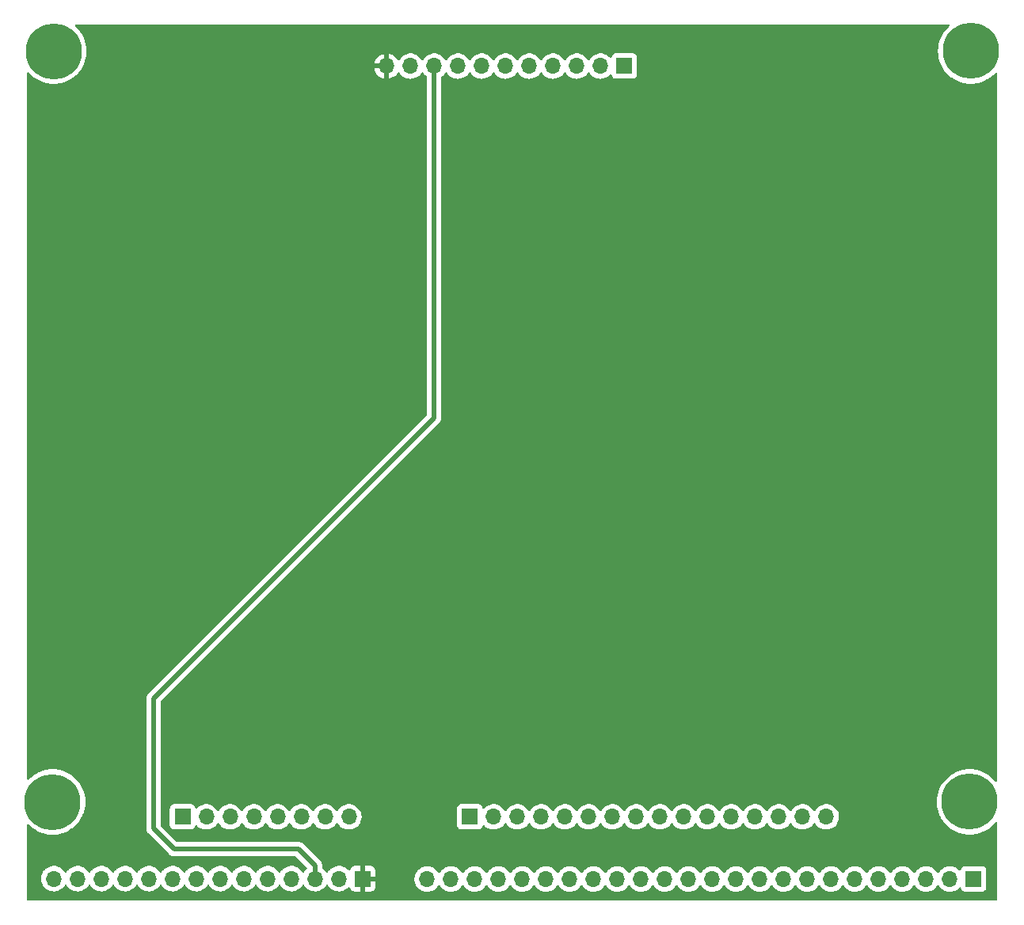
<source format=gbr>
%TF.GenerationSoftware,KiCad,Pcbnew,(6.0.0-0)*%
%TF.CreationDate,2022-02-02T01:02:29-05:00*%
%TF.ProjectId,minified-gpr-backplane,6d696e69-6669-4656-942d-6770722d6261,rev?*%
%TF.SameCoordinates,Original*%
%TF.FileFunction,Copper,L2,Bot*%
%TF.FilePolarity,Positive*%
%FSLAX46Y46*%
G04 Gerber Fmt 4.6, Leading zero omitted, Abs format (unit mm)*
G04 Created by KiCad (PCBNEW (6.0.0-0)) date 2022-02-02 01:02:29*
%MOMM*%
%LPD*%
G01*
G04 APERTURE LIST*
%TA.AperFunction,ComponentPad*%
%ADD10C,6.000000*%
%TD*%
%TA.AperFunction,ComponentPad*%
%ADD11R,1.700000X1.700000*%
%TD*%
%TA.AperFunction,ComponentPad*%
%ADD12O,1.700000X1.700000*%
%TD*%
%TA.AperFunction,ComponentPad*%
%ADD13C,0.800000*%
%TD*%
%TA.AperFunction,Conductor*%
%ADD14C,0.500000*%
%TD*%
G04 APERTURE END LIST*
D10*
%TO.P,,1*%
%TO.N,N/C*%
X49990000Y-124800000D03*
%TD*%
D11*
%TO.P,J2,1,Pin_1*%
%TO.N,BUS0*%
X63884000Y-126388000D03*
D12*
%TO.P,J2,2,Pin_2*%
%TO.N,BUS1*%
X66424000Y-126388000D03*
%TO.P,J2,3,Pin_3*%
%TO.N,BUS2*%
X68964000Y-126388000D03*
%TO.P,J2,4,Pin_4*%
%TO.N,BUS3*%
X71504000Y-126388000D03*
%TO.P,J2,5,Pin_5*%
%TO.N,BUS4*%
X74044000Y-126388000D03*
%TO.P,J2,6,Pin_6*%
%TO.N,BUS5*%
X76584000Y-126388000D03*
%TO.P,J2,7,Pin_7*%
%TO.N,BUS6*%
X79124000Y-126388000D03*
%TO.P,J2,8,Pin_8*%
%TO.N,BUS7*%
X81664000Y-126388000D03*
%TD*%
D13*
%TO.P,REF\u002A\u002A,1*%
%TO.N,N/C*%
X150280000Y-124790000D03*
X148030000Y-122540000D03*
X148030000Y-127040000D03*
D10*
X148030000Y-124790000D03*
D13*
X149620990Y-126380990D03*
X146439010Y-123199010D03*
X146439010Y-126380990D03*
X149620990Y-123199010D03*
X145780000Y-124790000D03*
%TD*%
%TO.P,REF\u002A\u002A,1*%
%TO.N,N/C*%
X52360000Y-44530000D03*
X50110000Y-42280000D03*
X50110000Y-46780000D03*
D10*
X50110000Y-44530000D03*
D13*
X51700990Y-46120990D03*
X48519010Y-42939010D03*
X48519010Y-46120990D03*
X51700990Y-42939010D03*
X47860000Y-44530000D03*
%TD*%
D11*
%TO.P,J1,1,Pin_1*%
%TO.N,CONTROL0*%
X111110000Y-46130000D03*
D12*
%TO.P,J1,2,Pin_2*%
%TO.N,CONTROL1*%
X108570000Y-46130000D03*
%TO.P,J1,3,Pin_3*%
%TO.N,CONTROL2*%
X106030000Y-46130000D03*
%TO.P,J1,4,Pin_4*%
%TO.N,CONTROL3*%
X103490000Y-46130000D03*
%TO.P,J1,5,Pin_5*%
%TO.N,CONTROL4*%
X100950000Y-46130000D03*
%TO.P,J1,6,Pin_6*%
%TO.N,CONTROL5*%
X98410000Y-46130000D03*
%TO.P,J1,7,Pin_7*%
%TO.N,CONTROL6*%
X95870000Y-46130000D03*
%TO.P,J1,8,Pin_8*%
%TO.N,~{CONTROL7}*%
X93330000Y-46130000D03*
%TO.P,J1,9,Pin_9*%
%TO.N,CLOCK*%
X90790000Y-46130000D03*
%TO.P,J1,10,Pin_10*%
%TO.N,GND*%
X88250000Y-46130000D03*
%TO.P,J1,11,Pin_11*%
%TO.N,VCC*%
X85710000Y-46130000D03*
%TD*%
D13*
%TO.P,REF\u002A\u002A,1*%
%TO.N,N/C*%
X150400000Y-44520000D03*
X148150000Y-42270000D03*
X148150000Y-46770000D03*
D10*
X148150000Y-44520000D03*
D13*
X149740990Y-46110990D03*
X146559010Y-42929010D03*
X146559010Y-46110990D03*
X149740990Y-42929010D03*
X145900000Y-44520000D03*
%TD*%
D11*
%TO.P,J5,1,Pin_1*%
%TO.N,VCC*%
X83140000Y-133005000D03*
D12*
%TO.P,J5,2,Pin_2*%
%TO.N,GND*%
X80600000Y-133005000D03*
%TO.P,J5,3,Pin_3*%
%TO.N,CLOCK*%
X78060000Y-133005000D03*
%TO.P,J5,4,Pin_4*%
%TO.N,unconnected-(J5-Pad4)*%
X75520000Y-133005000D03*
%TO.P,J5,5,Pin_5*%
%TO.N,unconnected-(J5-Pad5)*%
X72980000Y-133005000D03*
%TO.P,J5,6,Pin_6*%
%TO.N,unconnected-(J5-Pad6)*%
X70440000Y-133005000D03*
%TO.P,J5,7,Pin_7*%
%TO.N,CONTROL0*%
X67900000Y-133005000D03*
%TO.P,J5,8,Pin_8*%
%TO.N,CONTROL1*%
X65360000Y-133005000D03*
%TO.P,J5,9,Pin_9*%
%TO.N,CONTROL2*%
X62820000Y-133005000D03*
%TO.P,J5,10,Pin_10*%
%TO.N,CONTROL3*%
X60280000Y-133005000D03*
%TO.P,J5,11,Pin_11*%
%TO.N,CONTROL4*%
X57740000Y-133005000D03*
%TO.P,J5,12,Pin_12*%
%TO.N,CONTROL5*%
X55200000Y-133005000D03*
%TO.P,J5,13,Pin_13*%
%TO.N,CONTROL6*%
X52660000Y-133005000D03*
%TO.P,J5,14,Pin_14*%
%TO.N,~{CONTROL7}*%
X50120000Y-133005000D03*
%TD*%
D11*
%TO.P,J4,1,Pin_1*%
%TO.N,ADDR15*%
X148450000Y-133030000D03*
D12*
%TO.P,J4,2,Pin_2*%
%TO.N,ADDR14*%
X145910000Y-133030000D03*
%TO.P,J4,3,Pin_3*%
%TO.N,ADDR13*%
X143370000Y-133030000D03*
%TO.P,J4,4,Pin_4*%
%TO.N,ADDR12*%
X140830000Y-133030000D03*
%TO.P,J4,5,Pin_5*%
%TO.N,ADDR11*%
X138290000Y-133030000D03*
%TO.P,J4,6,Pin_6*%
%TO.N,ADDR10*%
X135750000Y-133030000D03*
%TO.P,J4,7,Pin_7*%
%TO.N,ADDR9*%
X133210000Y-133030000D03*
%TO.P,J4,8,Pin_8*%
%TO.N,ADDR8*%
X130670000Y-133030000D03*
%TO.P,J4,9,Pin_9*%
%TO.N,ADDR7*%
X128130000Y-133030000D03*
%TO.P,J4,10,Pin_10*%
%TO.N,ADDR6*%
X125590000Y-133030000D03*
%TO.P,J4,11,Pin_11*%
%TO.N,ADDR5*%
X123050000Y-133030000D03*
%TO.P,J4,12,Pin_12*%
%TO.N,ADDR4*%
X120510000Y-133030000D03*
%TO.P,J4,13,Pin_13*%
%TO.N,ADDR3*%
X117970000Y-133030000D03*
%TO.P,J4,14,Pin_14*%
%TO.N,ADDR2*%
X115430000Y-133030000D03*
%TO.P,J4,15,Pin_15*%
%TO.N,ADDR1*%
X112890000Y-133030000D03*
%TO.P,J4,16,Pin_16*%
%TO.N,ADDR0*%
X110350000Y-133030000D03*
%TO.P,J4,17,Pin_17*%
%TO.N,BUS7*%
X107810000Y-133030000D03*
%TO.P,J4,18,Pin_18*%
%TO.N,BUS6*%
X105270000Y-133030000D03*
%TO.P,J4,19,Pin_19*%
%TO.N,BUS5*%
X102730000Y-133030000D03*
%TO.P,J4,20,Pin_20*%
%TO.N,BUS4*%
X100190000Y-133030000D03*
%TO.P,J4,21,Pin_21*%
%TO.N,BUS3*%
X97650000Y-133030000D03*
%TO.P,J4,22,Pin_22*%
%TO.N,BUS2*%
X95110000Y-133030000D03*
%TO.P,J4,23,Pin_23*%
%TO.N,BUS1*%
X92570000Y-133030000D03*
%TO.P,J4,24,Pin_24*%
%TO.N,BUS0*%
X90030000Y-133030000D03*
%TD*%
D11*
%TO.P,J3,1,Pin_1*%
%TO.N,ADDR0*%
X94603000Y-126388000D03*
D12*
%TO.P,J3,2,Pin_2*%
%TO.N,ADDR1*%
X97143000Y-126388000D03*
%TO.P,J3,3,Pin_3*%
%TO.N,ADDR2*%
X99683000Y-126388000D03*
%TO.P,J3,4,Pin_4*%
%TO.N,ADDR3*%
X102223000Y-126388000D03*
%TO.P,J3,5,Pin_5*%
%TO.N,ADDR4*%
X104763000Y-126388000D03*
%TO.P,J3,6,Pin_6*%
%TO.N,ADDR5*%
X107303000Y-126388000D03*
%TO.P,J3,7,Pin_7*%
%TO.N,ADDR6*%
X109843000Y-126388000D03*
%TO.P,J3,8,Pin_8*%
%TO.N,ADDR7*%
X112383000Y-126388000D03*
%TO.P,J3,9,Pin_9*%
%TO.N,ADDR8*%
X114923000Y-126388000D03*
%TO.P,J3,10,Pin_10*%
%TO.N,ADDR9*%
X117463000Y-126388000D03*
%TO.P,J3,11,Pin_11*%
%TO.N,ADDR10*%
X120003000Y-126388000D03*
%TO.P,J3,12,Pin_12*%
%TO.N,ADDR11*%
X122543000Y-126388000D03*
%TO.P,J3,13,Pin_13*%
%TO.N,ADDR12*%
X125083000Y-126388000D03*
%TO.P,J3,14,Pin_14*%
%TO.N,ADDR13*%
X127623000Y-126388000D03*
%TO.P,J3,15,Pin_15*%
%TO.N,ADDR14*%
X130163000Y-126388000D03*
%TO.P,J3,16,Pin_16*%
%TO.N,ADDR15*%
X132703000Y-126388000D03*
%TD*%
D14*
%TO.N,CLOCK*%
X78060000Y-133005000D02*
X78060000Y-131630000D01*
X78060000Y-131630000D02*
X76270000Y-129840000D01*
X60780000Y-113740000D02*
X90790000Y-83730000D01*
X76270000Y-129840000D02*
X62990000Y-129840000D01*
X62990000Y-129840000D02*
X60780000Y-127630000D01*
X90790000Y-83730000D02*
X90790000Y-46130000D01*
X60780000Y-127630000D02*
X60780000Y-113740000D01*
%TD*%
%TA.AperFunction,Conductor*%
%TO.N,VCC*%
G36*
X145823992Y-41676002D02*
G01*
X145870485Y-41729658D01*
X145880589Y-41799932D01*
X145851095Y-41864512D01*
X145835172Y-41879914D01*
X145799133Y-41909098D01*
X145539098Y-42169133D01*
X145307668Y-42454925D01*
X145107380Y-42763343D01*
X145105885Y-42766277D01*
X145105881Y-42766284D01*
X145100786Y-42776284D01*
X144940427Y-43091006D01*
X144808639Y-43434326D01*
X144713459Y-43789541D01*
X144655931Y-44152759D01*
X144636685Y-44520000D01*
X144655931Y-44887241D01*
X144656444Y-44890481D01*
X144656445Y-44890489D01*
X144679064Y-45033295D01*
X144713459Y-45250459D01*
X144808639Y-45605674D01*
X144940427Y-45948994D01*
X144941925Y-45951934D01*
X145015685Y-46096695D01*
X145107380Y-46276657D01*
X145307668Y-46585075D01*
X145539098Y-46870867D01*
X145799133Y-47130902D01*
X146084925Y-47362332D01*
X146141657Y-47399174D01*
X146264534Y-47478971D01*
X146393342Y-47562620D01*
X146396276Y-47564115D01*
X146396283Y-47564119D01*
X146718066Y-47728075D01*
X146721006Y-47729573D01*
X147064326Y-47861361D01*
X147419541Y-47956541D01*
X147612558Y-47987112D01*
X147779511Y-48013555D01*
X147779519Y-48013556D01*
X147782759Y-48014069D01*
X148150000Y-48033315D01*
X148517241Y-48014069D01*
X148520481Y-48013556D01*
X148520489Y-48013555D01*
X148687442Y-47987112D01*
X148880459Y-47956541D01*
X149235674Y-47861361D01*
X149578994Y-47729573D01*
X149581934Y-47728075D01*
X149903717Y-47564119D01*
X149903724Y-47564115D01*
X149906658Y-47562620D01*
X150035467Y-47478971D01*
X150158343Y-47399174D01*
X150215075Y-47362332D01*
X150500867Y-47130902D01*
X150760902Y-46870867D01*
X150779080Y-46848419D01*
X150837494Y-46808067D01*
X150908451Y-46805701D01*
X150969423Y-46842074D01*
X151001051Y-46905636D01*
X151003000Y-46927713D01*
X151003000Y-122530474D01*
X150982998Y-122598595D01*
X150929342Y-122645088D01*
X150859068Y-122655192D01*
X150794488Y-122625698D01*
X150779080Y-122609769D01*
X150640902Y-122439133D01*
X150380867Y-122179098D01*
X150095075Y-121947668D01*
X149991526Y-121880423D01*
X149789427Y-121749178D01*
X149789424Y-121749176D01*
X149786658Y-121747380D01*
X149783724Y-121745885D01*
X149783717Y-121745881D01*
X149461934Y-121581925D01*
X149458994Y-121580427D01*
X149115674Y-121448639D01*
X148760459Y-121353459D01*
X148567442Y-121322888D01*
X148400489Y-121296445D01*
X148400481Y-121296444D01*
X148397241Y-121295931D01*
X148030000Y-121276685D01*
X147662759Y-121295931D01*
X147659519Y-121296444D01*
X147659511Y-121296445D01*
X147492558Y-121322888D01*
X147299541Y-121353459D01*
X146944326Y-121448639D01*
X146601006Y-121580427D01*
X146598066Y-121581925D01*
X146276284Y-121745881D01*
X146276277Y-121745885D01*
X146273343Y-121747380D01*
X146270577Y-121749176D01*
X146270574Y-121749178D01*
X146066482Y-121881716D01*
X145964925Y-121947668D01*
X145679133Y-122179098D01*
X145419098Y-122439133D01*
X145187668Y-122724925D01*
X144987380Y-123033343D01*
X144985885Y-123036277D01*
X144985881Y-123036284D01*
X144980786Y-123046284D01*
X144820427Y-123361006D01*
X144688639Y-123704326D01*
X144593459Y-124059541D01*
X144535931Y-124422759D01*
X144516685Y-124790000D01*
X144535931Y-125157241D01*
X144536444Y-125160481D01*
X144536445Y-125160489D01*
X144551034Y-125252598D01*
X144593459Y-125520459D01*
X144688639Y-125875674D01*
X144820427Y-126218994D01*
X144821925Y-126221934D01*
X144938763Y-126451240D01*
X144987380Y-126546657D01*
X145187668Y-126855075D01*
X145419098Y-127140867D01*
X145679133Y-127400902D01*
X145964925Y-127632332D01*
X146068474Y-127699577D01*
X146231860Y-127805681D01*
X146273342Y-127832620D01*
X146276276Y-127834115D01*
X146276283Y-127834119D01*
X146363298Y-127878455D01*
X146601006Y-127999573D01*
X146810782Y-128080098D01*
X146927453Y-128124884D01*
X146944326Y-128131361D01*
X147299541Y-128226541D01*
X147492558Y-128257112D01*
X147659511Y-128283555D01*
X147659519Y-128283556D01*
X147662759Y-128284069D01*
X148030000Y-128303315D01*
X148397241Y-128284069D01*
X148400481Y-128283556D01*
X148400489Y-128283555D01*
X148567442Y-128257112D01*
X148760459Y-128226541D01*
X149115674Y-128131361D01*
X149132548Y-128124884D01*
X149249218Y-128080098D01*
X149458994Y-127999573D01*
X149696702Y-127878455D01*
X149783717Y-127834119D01*
X149783724Y-127834115D01*
X149786658Y-127832620D01*
X149828141Y-127805681D01*
X149991526Y-127699577D01*
X150095075Y-127632332D01*
X150380867Y-127400902D01*
X150640902Y-127140867D01*
X150779081Y-126970230D01*
X150837494Y-126929880D01*
X150908451Y-126927514D01*
X150969423Y-126963887D01*
X151001051Y-127027450D01*
X151003000Y-127049526D01*
X151003000Y-135226000D01*
X150982998Y-135294121D01*
X150929342Y-135340614D01*
X150877000Y-135352000D01*
X47351000Y-135352000D01*
X47282879Y-135331998D01*
X47236386Y-135278342D01*
X47225000Y-135226000D01*
X47225000Y-132971695D01*
X48757251Y-132971695D01*
X48757548Y-132976848D01*
X48757548Y-132976851D01*
X48759171Y-133005000D01*
X48770110Y-133194715D01*
X48771247Y-133199761D01*
X48771248Y-133199767D01*
X48785606Y-133263475D01*
X48819222Y-133412639D01*
X48903266Y-133619616D01*
X48946310Y-133689857D01*
X49017291Y-133805688D01*
X49019987Y-133810088D01*
X49166250Y-133978938D01*
X49338126Y-134121632D01*
X49531000Y-134234338D01*
X49739692Y-134314030D01*
X49744760Y-134315061D01*
X49744763Y-134315062D01*
X49821209Y-134330615D01*
X49958597Y-134358567D01*
X49963772Y-134358757D01*
X49963774Y-134358757D01*
X50176673Y-134366564D01*
X50176677Y-134366564D01*
X50181837Y-134366753D01*
X50186957Y-134366097D01*
X50186959Y-134366097D01*
X50398288Y-134339025D01*
X50398289Y-134339025D01*
X50403416Y-134338368D01*
X50429258Y-134330615D01*
X50612429Y-134275661D01*
X50612434Y-134275659D01*
X50617384Y-134274174D01*
X50817994Y-134175896D01*
X50999860Y-134046173D01*
X51037825Y-134008341D01*
X51140036Y-133906486D01*
X51158096Y-133888489D01*
X51193665Y-133838990D01*
X51288453Y-133707077D01*
X51289776Y-133708028D01*
X51336645Y-133664857D01*
X51406580Y-133652625D01*
X51472026Y-133680144D01*
X51499875Y-133711994D01*
X51559987Y-133810088D01*
X51706250Y-133978938D01*
X51878126Y-134121632D01*
X52071000Y-134234338D01*
X52279692Y-134314030D01*
X52284760Y-134315061D01*
X52284763Y-134315062D01*
X52361209Y-134330615D01*
X52498597Y-134358567D01*
X52503772Y-134358757D01*
X52503774Y-134358757D01*
X52716673Y-134366564D01*
X52716677Y-134366564D01*
X52721837Y-134366753D01*
X52726957Y-134366097D01*
X52726959Y-134366097D01*
X52938288Y-134339025D01*
X52938289Y-134339025D01*
X52943416Y-134338368D01*
X52969258Y-134330615D01*
X53152429Y-134275661D01*
X53152434Y-134275659D01*
X53157384Y-134274174D01*
X53357994Y-134175896D01*
X53539860Y-134046173D01*
X53577825Y-134008341D01*
X53680036Y-133906486D01*
X53698096Y-133888489D01*
X53733665Y-133838990D01*
X53828453Y-133707077D01*
X53829776Y-133708028D01*
X53876645Y-133664857D01*
X53946580Y-133652625D01*
X54012026Y-133680144D01*
X54039875Y-133711994D01*
X54099987Y-133810088D01*
X54246250Y-133978938D01*
X54418126Y-134121632D01*
X54611000Y-134234338D01*
X54819692Y-134314030D01*
X54824760Y-134315061D01*
X54824763Y-134315062D01*
X54901209Y-134330615D01*
X55038597Y-134358567D01*
X55043772Y-134358757D01*
X55043774Y-134358757D01*
X55256673Y-134366564D01*
X55256677Y-134366564D01*
X55261837Y-134366753D01*
X55266957Y-134366097D01*
X55266959Y-134366097D01*
X55478288Y-134339025D01*
X55478289Y-134339025D01*
X55483416Y-134338368D01*
X55509258Y-134330615D01*
X55692429Y-134275661D01*
X55692434Y-134275659D01*
X55697384Y-134274174D01*
X55897994Y-134175896D01*
X56079860Y-134046173D01*
X56117825Y-134008341D01*
X56220036Y-133906486D01*
X56238096Y-133888489D01*
X56273665Y-133838990D01*
X56368453Y-133707077D01*
X56369776Y-133708028D01*
X56416645Y-133664857D01*
X56486580Y-133652625D01*
X56552026Y-133680144D01*
X56579875Y-133711994D01*
X56639987Y-133810088D01*
X56786250Y-133978938D01*
X56958126Y-134121632D01*
X57151000Y-134234338D01*
X57359692Y-134314030D01*
X57364760Y-134315061D01*
X57364763Y-134315062D01*
X57441209Y-134330615D01*
X57578597Y-134358567D01*
X57583772Y-134358757D01*
X57583774Y-134358757D01*
X57796673Y-134366564D01*
X57796677Y-134366564D01*
X57801837Y-134366753D01*
X57806957Y-134366097D01*
X57806959Y-134366097D01*
X58018288Y-134339025D01*
X58018289Y-134339025D01*
X58023416Y-134338368D01*
X58049258Y-134330615D01*
X58232429Y-134275661D01*
X58232434Y-134275659D01*
X58237384Y-134274174D01*
X58437994Y-134175896D01*
X58619860Y-134046173D01*
X58657825Y-134008341D01*
X58760036Y-133906486D01*
X58778096Y-133888489D01*
X58813665Y-133838990D01*
X58908453Y-133707077D01*
X58909776Y-133708028D01*
X58956645Y-133664857D01*
X59026580Y-133652625D01*
X59092026Y-133680144D01*
X59119875Y-133711994D01*
X59179987Y-133810088D01*
X59326250Y-133978938D01*
X59498126Y-134121632D01*
X59691000Y-134234338D01*
X59899692Y-134314030D01*
X59904760Y-134315061D01*
X59904763Y-134315062D01*
X59981209Y-134330615D01*
X60118597Y-134358567D01*
X60123772Y-134358757D01*
X60123774Y-134358757D01*
X60336673Y-134366564D01*
X60336677Y-134366564D01*
X60341837Y-134366753D01*
X60346957Y-134366097D01*
X60346959Y-134366097D01*
X60558288Y-134339025D01*
X60558289Y-134339025D01*
X60563416Y-134338368D01*
X60589258Y-134330615D01*
X60772429Y-134275661D01*
X60772434Y-134275659D01*
X60777384Y-134274174D01*
X60977994Y-134175896D01*
X61159860Y-134046173D01*
X61197825Y-134008341D01*
X61300036Y-133906486D01*
X61318096Y-133888489D01*
X61353665Y-133838990D01*
X61448453Y-133707077D01*
X61449776Y-133708028D01*
X61496645Y-133664857D01*
X61566580Y-133652625D01*
X61632026Y-133680144D01*
X61659875Y-133711994D01*
X61719987Y-133810088D01*
X61866250Y-133978938D01*
X62038126Y-134121632D01*
X62231000Y-134234338D01*
X62439692Y-134314030D01*
X62444760Y-134315061D01*
X62444763Y-134315062D01*
X62521209Y-134330615D01*
X62658597Y-134358567D01*
X62663772Y-134358757D01*
X62663774Y-134358757D01*
X62876673Y-134366564D01*
X62876677Y-134366564D01*
X62881837Y-134366753D01*
X62886957Y-134366097D01*
X62886959Y-134366097D01*
X63098288Y-134339025D01*
X63098289Y-134339025D01*
X63103416Y-134338368D01*
X63129258Y-134330615D01*
X63312429Y-134275661D01*
X63312434Y-134275659D01*
X63317384Y-134274174D01*
X63517994Y-134175896D01*
X63699860Y-134046173D01*
X63737825Y-134008341D01*
X63840036Y-133906486D01*
X63858096Y-133888489D01*
X63893665Y-133838990D01*
X63988453Y-133707077D01*
X63989776Y-133708028D01*
X64036645Y-133664857D01*
X64106580Y-133652625D01*
X64172026Y-133680144D01*
X64199875Y-133711994D01*
X64259987Y-133810088D01*
X64406250Y-133978938D01*
X64578126Y-134121632D01*
X64771000Y-134234338D01*
X64979692Y-134314030D01*
X64984760Y-134315061D01*
X64984763Y-134315062D01*
X65061209Y-134330615D01*
X65198597Y-134358567D01*
X65203772Y-134358757D01*
X65203774Y-134358757D01*
X65416673Y-134366564D01*
X65416677Y-134366564D01*
X65421837Y-134366753D01*
X65426957Y-134366097D01*
X65426959Y-134366097D01*
X65638288Y-134339025D01*
X65638289Y-134339025D01*
X65643416Y-134338368D01*
X65669258Y-134330615D01*
X65852429Y-134275661D01*
X65852434Y-134275659D01*
X65857384Y-134274174D01*
X66057994Y-134175896D01*
X66239860Y-134046173D01*
X66277825Y-134008341D01*
X66380036Y-133906486D01*
X66398096Y-133888489D01*
X66433665Y-133838990D01*
X66528453Y-133707077D01*
X66529776Y-133708028D01*
X66576645Y-133664857D01*
X66646580Y-133652625D01*
X66712026Y-133680144D01*
X66739875Y-133711994D01*
X66799987Y-133810088D01*
X66946250Y-133978938D01*
X67118126Y-134121632D01*
X67311000Y-134234338D01*
X67519692Y-134314030D01*
X67524760Y-134315061D01*
X67524763Y-134315062D01*
X67601209Y-134330615D01*
X67738597Y-134358567D01*
X67743772Y-134358757D01*
X67743774Y-134358757D01*
X67956673Y-134366564D01*
X67956677Y-134366564D01*
X67961837Y-134366753D01*
X67966957Y-134366097D01*
X67966959Y-134366097D01*
X68178288Y-134339025D01*
X68178289Y-134339025D01*
X68183416Y-134338368D01*
X68209258Y-134330615D01*
X68392429Y-134275661D01*
X68392434Y-134275659D01*
X68397384Y-134274174D01*
X68597994Y-134175896D01*
X68779860Y-134046173D01*
X68817825Y-134008341D01*
X68920036Y-133906486D01*
X68938096Y-133888489D01*
X68973665Y-133838990D01*
X69068453Y-133707077D01*
X69069776Y-133708028D01*
X69116645Y-133664857D01*
X69186580Y-133652625D01*
X69252026Y-133680144D01*
X69279875Y-133711994D01*
X69339987Y-133810088D01*
X69486250Y-133978938D01*
X69658126Y-134121632D01*
X69851000Y-134234338D01*
X70059692Y-134314030D01*
X70064760Y-134315061D01*
X70064763Y-134315062D01*
X70141209Y-134330615D01*
X70278597Y-134358567D01*
X70283772Y-134358757D01*
X70283774Y-134358757D01*
X70496673Y-134366564D01*
X70496677Y-134366564D01*
X70501837Y-134366753D01*
X70506957Y-134366097D01*
X70506959Y-134366097D01*
X70718288Y-134339025D01*
X70718289Y-134339025D01*
X70723416Y-134338368D01*
X70749258Y-134330615D01*
X70932429Y-134275661D01*
X70932434Y-134275659D01*
X70937384Y-134274174D01*
X71137994Y-134175896D01*
X71319860Y-134046173D01*
X71357825Y-134008341D01*
X71460036Y-133906486D01*
X71478096Y-133888489D01*
X71513665Y-133838990D01*
X71608453Y-133707077D01*
X71609776Y-133708028D01*
X71656645Y-133664857D01*
X71726580Y-133652625D01*
X71792026Y-133680144D01*
X71819875Y-133711994D01*
X71879987Y-133810088D01*
X72026250Y-133978938D01*
X72198126Y-134121632D01*
X72391000Y-134234338D01*
X72599692Y-134314030D01*
X72604760Y-134315061D01*
X72604763Y-134315062D01*
X72681209Y-134330615D01*
X72818597Y-134358567D01*
X72823772Y-134358757D01*
X72823774Y-134358757D01*
X73036673Y-134366564D01*
X73036677Y-134366564D01*
X73041837Y-134366753D01*
X73046957Y-134366097D01*
X73046959Y-134366097D01*
X73258288Y-134339025D01*
X73258289Y-134339025D01*
X73263416Y-134338368D01*
X73289258Y-134330615D01*
X73472429Y-134275661D01*
X73472434Y-134275659D01*
X73477384Y-134274174D01*
X73677994Y-134175896D01*
X73859860Y-134046173D01*
X73897825Y-134008341D01*
X74000036Y-133906486D01*
X74018096Y-133888489D01*
X74053665Y-133838990D01*
X74148453Y-133707077D01*
X74149776Y-133708028D01*
X74196645Y-133664857D01*
X74266580Y-133652625D01*
X74332026Y-133680144D01*
X74359875Y-133711994D01*
X74419987Y-133810088D01*
X74566250Y-133978938D01*
X74738126Y-134121632D01*
X74931000Y-134234338D01*
X75139692Y-134314030D01*
X75144760Y-134315061D01*
X75144763Y-134315062D01*
X75221209Y-134330615D01*
X75358597Y-134358567D01*
X75363772Y-134358757D01*
X75363774Y-134358757D01*
X75576673Y-134366564D01*
X75576677Y-134366564D01*
X75581837Y-134366753D01*
X75586957Y-134366097D01*
X75586959Y-134366097D01*
X75798288Y-134339025D01*
X75798289Y-134339025D01*
X75803416Y-134338368D01*
X75829258Y-134330615D01*
X76012429Y-134275661D01*
X76012434Y-134275659D01*
X76017384Y-134274174D01*
X76217994Y-134175896D01*
X76399860Y-134046173D01*
X76437825Y-134008341D01*
X76540036Y-133906486D01*
X76558096Y-133888489D01*
X76593665Y-133838990D01*
X76688453Y-133707077D01*
X76689776Y-133708028D01*
X76736645Y-133664857D01*
X76806580Y-133652625D01*
X76872026Y-133680144D01*
X76899875Y-133711994D01*
X76959987Y-133810088D01*
X77106250Y-133978938D01*
X77278126Y-134121632D01*
X77471000Y-134234338D01*
X77679692Y-134314030D01*
X77684760Y-134315061D01*
X77684763Y-134315062D01*
X77761209Y-134330615D01*
X77898597Y-134358567D01*
X77903772Y-134358757D01*
X77903774Y-134358757D01*
X78116673Y-134366564D01*
X78116677Y-134366564D01*
X78121837Y-134366753D01*
X78126957Y-134366097D01*
X78126959Y-134366097D01*
X78338288Y-134339025D01*
X78338289Y-134339025D01*
X78343416Y-134338368D01*
X78369258Y-134330615D01*
X78552429Y-134275661D01*
X78552434Y-134275659D01*
X78557384Y-134274174D01*
X78757994Y-134175896D01*
X78939860Y-134046173D01*
X78977825Y-134008341D01*
X79080036Y-133906486D01*
X79098096Y-133888489D01*
X79133665Y-133838990D01*
X79228453Y-133707077D01*
X79229776Y-133708028D01*
X79276645Y-133664857D01*
X79346580Y-133652625D01*
X79412026Y-133680144D01*
X79439875Y-133711994D01*
X79499987Y-133810088D01*
X79646250Y-133978938D01*
X79818126Y-134121632D01*
X80011000Y-134234338D01*
X80219692Y-134314030D01*
X80224760Y-134315061D01*
X80224763Y-134315062D01*
X80301209Y-134330615D01*
X80438597Y-134358567D01*
X80443772Y-134358757D01*
X80443774Y-134358757D01*
X80656673Y-134366564D01*
X80656677Y-134366564D01*
X80661837Y-134366753D01*
X80666957Y-134366097D01*
X80666959Y-134366097D01*
X80878288Y-134339025D01*
X80878289Y-134339025D01*
X80883416Y-134338368D01*
X80909258Y-134330615D01*
X81092429Y-134275661D01*
X81092434Y-134275659D01*
X81097384Y-134274174D01*
X81297994Y-134175896D01*
X81479860Y-134046173D01*
X81517825Y-134008341D01*
X81588479Y-133937933D01*
X81650851Y-133904017D01*
X81721658Y-133909205D01*
X81778419Y-133951851D01*
X81795401Y-133982954D01*
X81836676Y-134093054D01*
X81845214Y-134108649D01*
X81921715Y-134210724D01*
X81934276Y-134223285D01*
X82036351Y-134299786D01*
X82051946Y-134308324D01*
X82172394Y-134353478D01*
X82187649Y-134357105D01*
X82238514Y-134362631D01*
X82245328Y-134363000D01*
X82867885Y-134363000D01*
X82883124Y-134358525D01*
X82884329Y-134357135D01*
X82886000Y-134349452D01*
X82886000Y-134344884D01*
X83394000Y-134344884D01*
X83398475Y-134360123D01*
X83399865Y-134361328D01*
X83407548Y-134362999D01*
X84034669Y-134362999D01*
X84041490Y-134362629D01*
X84092352Y-134357105D01*
X84107604Y-134353479D01*
X84228054Y-134308324D01*
X84243649Y-134299786D01*
X84345724Y-134223285D01*
X84358285Y-134210724D01*
X84434786Y-134108649D01*
X84443324Y-134093054D01*
X84488478Y-133972606D01*
X84492105Y-133957351D01*
X84497631Y-133906486D01*
X84498000Y-133899672D01*
X84498000Y-133277115D01*
X84493525Y-133261876D01*
X84492135Y-133260671D01*
X84484452Y-133259000D01*
X83412115Y-133259000D01*
X83396876Y-133263475D01*
X83395671Y-133264865D01*
X83394000Y-133272548D01*
X83394000Y-134344884D01*
X82886000Y-134344884D01*
X82886000Y-132996695D01*
X88667251Y-132996695D01*
X88667548Y-133001848D01*
X88667548Y-133001851D01*
X88678960Y-133199767D01*
X88680110Y-133219715D01*
X88681247Y-133224761D01*
X88681248Y-133224767D01*
X88693046Y-133277115D01*
X88729222Y-133437639D01*
X88813266Y-133644616D01*
X88850685Y-133705678D01*
X88927291Y-133830688D01*
X88929987Y-133835088D01*
X89076250Y-134003938D01*
X89248126Y-134146632D01*
X89441000Y-134259338D01*
X89445825Y-134261180D01*
X89445826Y-134261181D01*
X89518612Y-134288975D01*
X89649692Y-134339030D01*
X89654760Y-134340061D01*
X89654763Y-134340062D01*
X89753367Y-134360123D01*
X89868597Y-134383567D01*
X89873772Y-134383757D01*
X89873774Y-134383757D01*
X90086673Y-134391564D01*
X90086677Y-134391564D01*
X90091837Y-134391753D01*
X90096957Y-134391097D01*
X90096959Y-134391097D01*
X90308288Y-134364025D01*
X90308289Y-134364025D01*
X90313416Y-134363368D01*
X90328785Y-134358757D01*
X90522429Y-134300661D01*
X90522434Y-134300659D01*
X90527384Y-134299174D01*
X90727994Y-134200896D01*
X90909860Y-134071173D01*
X91068096Y-133913489D01*
X91071175Y-133909205D01*
X91198453Y-133732077D01*
X91199776Y-133733028D01*
X91246645Y-133689857D01*
X91316580Y-133677625D01*
X91382026Y-133705144D01*
X91409875Y-133736994D01*
X91469987Y-133835088D01*
X91616250Y-134003938D01*
X91788126Y-134146632D01*
X91981000Y-134259338D01*
X91985825Y-134261180D01*
X91985826Y-134261181D01*
X92058612Y-134288975D01*
X92189692Y-134339030D01*
X92194760Y-134340061D01*
X92194763Y-134340062D01*
X92293367Y-134360123D01*
X92408597Y-134383567D01*
X92413772Y-134383757D01*
X92413774Y-134383757D01*
X92626673Y-134391564D01*
X92626677Y-134391564D01*
X92631837Y-134391753D01*
X92636957Y-134391097D01*
X92636959Y-134391097D01*
X92848288Y-134364025D01*
X92848289Y-134364025D01*
X92853416Y-134363368D01*
X92868785Y-134358757D01*
X93062429Y-134300661D01*
X93062434Y-134300659D01*
X93067384Y-134299174D01*
X93267994Y-134200896D01*
X93449860Y-134071173D01*
X93608096Y-133913489D01*
X93611175Y-133909205D01*
X93738453Y-133732077D01*
X93739776Y-133733028D01*
X93786645Y-133689857D01*
X93856580Y-133677625D01*
X93922026Y-133705144D01*
X93949875Y-133736994D01*
X94009987Y-133835088D01*
X94156250Y-134003938D01*
X94328126Y-134146632D01*
X94521000Y-134259338D01*
X94525825Y-134261180D01*
X94525826Y-134261181D01*
X94598612Y-134288975D01*
X94729692Y-134339030D01*
X94734760Y-134340061D01*
X94734763Y-134340062D01*
X94833367Y-134360123D01*
X94948597Y-134383567D01*
X94953772Y-134383757D01*
X94953774Y-134383757D01*
X95166673Y-134391564D01*
X95166677Y-134391564D01*
X95171837Y-134391753D01*
X95176957Y-134391097D01*
X95176959Y-134391097D01*
X95388288Y-134364025D01*
X95388289Y-134364025D01*
X95393416Y-134363368D01*
X95408785Y-134358757D01*
X95602429Y-134300661D01*
X95602434Y-134300659D01*
X95607384Y-134299174D01*
X95807994Y-134200896D01*
X95989860Y-134071173D01*
X96148096Y-133913489D01*
X96151175Y-133909205D01*
X96278453Y-133732077D01*
X96279776Y-133733028D01*
X96326645Y-133689857D01*
X96396580Y-133677625D01*
X96462026Y-133705144D01*
X96489875Y-133736994D01*
X96549987Y-133835088D01*
X96696250Y-134003938D01*
X96868126Y-134146632D01*
X97061000Y-134259338D01*
X97065825Y-134261180D01*
X97065826Y-134261181D01*
X97138612Y-134288975D01*
X97269692Y-134339030D01*
X97274760Y-134340061D01*
X97274763Y-134340062D01*
X97373367Y-134360123D01*
X97488597Y-134383567D01*
X97493772Y-134383757D01*
X97493774Y-134383757D01*
X97706673Y-134391564D01*
X97706677Y-134391564D01*
X97711837Y-134391753D01*
X97716957Y-134391097D01*
X97716959Y-134391097D01*
X97928288Y-134364025D01*
X97928289Y-134364025D01*
X97933416Y-134363368D01*
X97948785Y-134358757D01*
X98142429Y-134300661D01*
X98142434Y-134300659D01*
X98147384Y-134299174D01*
X98347994Y-134200896D01*
X98529860Y-134071173D01*
X98688096Y-133913489D01*
X98691175Y-133909205D01*
X98818453Y-133732077D01*
X98819776Y-133733028D01*
X98866645Y-133689857D01*
X98936580Y-133677625D01*
X99002026Y-133705144D01*
X99029875Y-133736994D01*
X99089987Y-133835088D01*
X99236250Y-134003938D01*
X99408126Y-134146632D01*
X99601000Y-134259338D01*
X99605825Y-134261180D01*
X99605826Y-134261181D01*
X99678612Y-134288975D01*
X99809692Y-134339030D01*
X99814760Y-134340061D01*
X99814763Y-134340062D01*
X99913367Y-134360123D01*
X100028597Y-134383567D01*
X100033772Y-134383757D01*
X100033774Y-134383757D01*
X100246673Y-134391564D01*
X100246677Y-134391564D01*
X100251837Y-134391753D01*
X100256957Y-134391097D01*
X100256959Y-134391097D01*
X100468288Y-134364025D01*
X100468289Y-134364025D01*
X100473416Y-134363368D01*
X100488785Y-134358757D01*
X100682429Y-134300661D01*
X100682434Y-134300659D01*
X100687384Y-134299174D01*
X100887994Y-134200896D01*
X101069860Y-134071173D01*
X101228096Y-133913489D01*
X101231175Y-133909205D01*
X101358453Y-133732077D01*
X101359776Y-133733028D01*
X101406645Y-133689857D01*
X101476580Y-133677625D01*
X101542026Y-133705144D01*
X101569875Y-133736994D01*
X101629987Y-133835088D01*
X101776250Y-134003938D01*
X101948126Y-134146632D01*
X102141000Y-134259338D01*
X102145825Y-134261180D01*
X102145826Y-134261181D01*
X102218612Y-134288975D01*
X102349692Y-134339030D01*
X102354760Y-134340061D01*
X102354763Y-134340062D01*
X102453367Y-134360123D01*
X102568597Y-134383567D01*
X102573772Y-134383757D01*
X102573774Y-134383757D01*
X102786673Y-134391564D01*
X102786677Y-134391564D01*
X102791837Y-134391753D01*
X102796957Y-134391097D01*
X102796959Y-134391097D01*
X103008288Y-134364025D01*
X103008289Y-134364025D01*
X103013416Y-134363368D01*
X103028785Y-134358757D01*
X103222429Y-134300661D01*
X103222434Y-134300659D01*
X103227384Y-134299174D01*
X103427994Y-134200896D01*
X103609860Y-134071173D01*
X103768096Y-133913489D01*
X103771175Y-133909205D01*
X103898453Y-133732077D01*
X103899776Y-133733028D01*
X103946645Y-133689857D01*
X104016580Y-133677625D01*
X104082026Y-133705144D01*
X104109875Y-133736994D01*
X104169987Y-133835088D01*
X104316250Y-134003938D01*
X104488126Y-134146632D01*
X104681000Y-134259338D01*
X104685825Y-134261180D01*
X104685826Y-134261181D01*
X104758612Y-134288975D01*
X104889692Y-134339030D01*
X104894760Y-134340061D01*
X104894763Y-134340062D01*
X104993367Y-134360123D01*
X105108597Y-134383567D01*
X105113772Y-134383757D01*
X105113774Y-134383757D01*
X105326673Y-134391564D01*
X105326677Y-134391564D01*
X105331837Y-134391753D01*
X105336957Y-134391097D01*
X105336959Y-134391097D01*
X105548288Y-134364025D01*
X105548289Y-134364025D01*
X105553416Y-134363368D01*
X105568785Y-134358757D01*
X105762429Y-134300661D01*
X105762434Y-134300659D01*
X105767384Y-134299174D01*
X105967994Y-134200896D01*
X106149860Y-134071173D01*
X106308096Y-133913489D01*
X106311175Y-133909205D01*
X106438453Y-133732077D01*
X106439776Y-133733028D01*
X106486645Y-133689857D01*
X106556580Y-133677625D01*
X106622026Y-133705144D01*
X106649875Y-133736994D01*
X106709987Y-133835088D01*
X106856250Y-134003938D01*
X107028126Y-134146632D01*
X107221000Y-134259338D01*
X107225825Y-134261180D01*
X107225826Y-134261181D01*
X107298612Y-134288975D01*
X107429692Y-134339030D01*
X107434760Y-134340061D01*
X107434763Y-134340062D01*
X107533367Y-134360123D01*
X107648597Y-134383567D01*
X107653772Y-134383757D01*
X107653774Y-134383757D01*
X107866673Y-134391564D01*
X107866677Y-134391564D01*
X107871837Y-134391753D01*
X107876957Y-134391097D01*
X107876959Y-134391097D01*
X108088288Y-134364025D01*
X108088289Y-134364025D01*
X108093416Y-134363368D01*
X108108785Y-134358757D01*
X108302429Y-134300661D01*
X108302434Y-134300659D01*
X108307384Y-134299174D01*
X108507994Y-134200896D01*
X108689860Y-134071173D01*
X108848096Y-133913489D01*
X108851175Y-133909205D01*
X108978453Y-133732077D01*
X108979776Y-133733028D01*
X109026645Y-133689857D01*
X109096580Y-133677625D01*
X109162026Y-133705144D01*
X109189875Y-133736994D01*
X109249987Y-133835088D01*
X109396250Y-134003938D01*
X109568126Y-134146632D01*
X109761000Y-134259338D01*
X109765825Y-134261180D01*
X109765826Y-134261181D01*
X109838612Y-134288975D01*
X109969692Y-134339030D01*
X109974760Y-134340061D01*
X109974763Y-134340062D01*
X110073367Y-134360123D01*
X110188597Y-134383567D01*
X110193772Y-134383757D01*
X110193774Y-134383757D01*
X110406673Y-134391564D01*
X110406677Y-134391564D01*
X110411837Y-134391753D01*
X110416957Y-134391097D01*
X110416959Y-134391097D01*
X110628288Y-134364025D01*
X110628289Y-134364025D01*
X110633416Y-134363368D01*
X110648785Y-134358757D01*
X110842429Y-134300661D01*
X110842434Y-134300659D01*
X110847384Y-134299174D01*
X111047994Y-134200896D01*
X111229860Y-134071173D01*
X111388096Y-133913489D01*
X111391175Y-133909205D01*
X111518453Y-133732077D01*
X111519776Y-133733028D01*
X111566645Y-133689857D01*
X111636580Y-133677625D01*
X111702026Y-133705144D01*
X111729875Y-133736994D01*
X111789987Y-133835088D01*
X111936250Y-134003938D01*
X112108126Y-134146632D01*
X112301000Y-134259338D01*
X112305825Y-134261180D01*
X112305826Y-134261181D01*
X112378612Y-134288975D01*
X112509692Y-134339030D01*
X112514760Y-134340061D01*
X112514763Y-134340062D01*
X112613367Y-134360123D01*
X112728597Y-134383567D01*
X112733772Y-134383757D01*
X112733774Y-134383757D01*
X112946673Y-134391564D01*
X112946677Y-134391564D01*
X112951837Y-134391753D01*
X112956957Y-134391097D01*
X112956959Y-134391097D01*
X113168288Y-134364025D01*
X113168289Y-134364025D01*
X113173416Y-134363368D01*
X113188785Y-134358757D01*
X113382429Y-134300661D01*
X113382434Y-134300659D01*
X113387384Y-134299174D01*
X113587994Y-134200896D01*
X113769860Y-134071173D01*
X113928096Y-133913489D01*
X113931175Y-133909205D01*
X114058453Y-133732077D01*
X114059776Y-133733028D01*
X114106645Y-133689857D01*
X114176580Y-133677625D01*
X114242026Y-133705144D01*
X114269875Y-133736994D01*
X114329987Y-133835088D01*
X114476250Y-134003938D01*
X114648126Y-134146632D01*
X114841000Y-134259338D01*
X114845825Y-134261180D01*
X114845826Y-134261181D01*
X114918612Y-134288975D01*
X115049692Y-134339030D01*
X115054760Y-134340061D01*
X115054763Y-134340062D01*
X115153367Y-134360123D01*
X115268597Y-134383567D01*
X115273772Y-134383757D01*
X115273774Y-134383757D01*
X115486673Y-134391564D01*
X115486677Y-134391564D01*
X115491837Y-134391753D01*
X115496957Y-134391097D01*
X115496959Y-134391097D01*
X115708288Y-134364025D01*
X115708289Y-134364025D01*
X115713416Y-134363368D01*
X115728785Y-134358757D01*
X115922429Y-134300661D01*
X115922434Y-134300659D01*
X115927384Y-134299174D01*
X116127994Y-134200896D01*
X116309860Y-134071173D01*
X116468096Y-133913489D01*
X116471175Y-133909205D01*
X116598453Y-133732077D01*
X116599776Y-133733028D01*
X116646645Y-133689857D01*
X116716580Y-133677625D01*
X116782026Y-133705144D01*
X116809875Y-133736994D01*
X116869987Y-133835088D01*
X117016250Y-134003938D01*
X117188126Y-134146632D01*
X117381000Y-134259338D01*
X117385825Y-134261180D01*
X117385826Y-134261181D01*
X117458612Y-134288975D01*
X117589692Y-134339030D01*
X117594760Y-134340061D01*
X117594763Y-134340062D01*
X117693367Y-134360123D01*
X117808597Y-134383567D01*
X117813772Y-134383757D01*
X117813774Y-134383757D01*
X118026673Y-134391564D01*
X118026677Y-134391564D01*
X118031837Y-134391753D01*
X118036957Y-134391097D01*
X118036959Y-134391097D01*
X118248288Y-134364025D01*
X118248289Y-134364025D01*
X118253416Y-134363368D01*
X118268785Y-134358757D01*
X118462429Y-134300661D01*
X118462434Y-134300659D01*
X118467384Y-134299174D01*
X118667994Y-134200896D01*
X118849860Y-134071173D01*
X119008096Y-133913489D01*
X119011175Y-133909205D01*
X119138453Y-133732077D01*
X119139776Y-133733028D01*
X119186645Y-133689857D01*
X119256580Y-133677625D01*
X119322026Y-133705144D01*
X119349875Y-133736994D01*
X119409987Y-133835088D01*
X119556250Y-134003938D01*
X119728126Y-134146632D01*
X119921000Y-134259338D01*
X119925825Y-134261180D01*
X119925826Y-134261181D01*
X119998612Y-134288975D01*
X120129692Y-134339030D01*
X120134760Y-134340061D01*
X120134763Y-134340062D01*
X120233367Y-134360123D01*
X120348597Y-134383567D01*
X120353772Y-134383757D01*
X120353774Y-134383757D01*
X120566673Y-134391564D01*
X120566677Y-134391564D01*
X120571837Y-134391753D01*
X120576957Y-134391097D01*
X120576959Y-134391097D01*
X120788288Y-134364025D01*
X120788289Y-134364025D01*
X120793416Y-134363368D01*
X120808785Y-134358757D01*
X121002429Y-134300661D01*
X121002434Y-134300659D01*
X121007384Y-134299174D01*
X121207994Y-134200896D01*
X121389860Y-134071173D01*
X121548096Y-133913489D01*
X121551175Y-133909205D01*
X121678453Y-133732077D01*
X121679776Y-133733028D01*
X121726645Y-133689857D01*
X121796580Y-133677625D01*
X121862026Y-133705144D01*
X121889875Y-133736994D01*
X121949987Y-133835088D01*
X122096250Y-134003938D01*
X122268126Y-134146632D01*
X122461000Y-134259338D01*
X122465825Y-134261180D01*
X122465826Y-134261181D01*
X122538612Y-134288975D01*
X122669692Y-134339030D01*
X122674760Y-134340061D01*
X122674763Y-134340062D01*
X122773367Y-134360123D01*
X122888597Y-134383567D01*
X122893772Y-134383757D01*
X122893774Y-134383757D01*
X123106673Y-134391564D01*
X123106677Y-134391564D01*
X123111837Y-134391753D01*
X123116957Y-134391097D01*
X123116959Y-134391097D01*
X123328288Y-134364025D01*
X123328289Y-134364025D01*
X123333416Y-134363368D01*
X123348785Y-134358757D01*
X123542429Y-134300661D01*
X123542434Y-134300659D01*
X123547384Y-134299174D01*
X123747994Y-134200896D01*
X123929860Y-134071173D01*
X124088096Y-133913489D01*
X124091175Y-133909205D01*
X124218453Y-133732077D01*
X124219776Y-133733028D01*
X124266645Y-133689857D01*
X124336580Y-133677625D01*
X124402026Y-133705144D01*
X124429875Y-133736994D01*
X124489987Y-133835088D01*
X124636250Y-134003938D01*
X124808126Y-134146632D01*
X125001000Y-134259338D01*
X125005825Y-134261180D01*
X125005826Y-134261181D01*
X125078612Y-134288975D01*
X125209692Y-134339030D01*
X125214760Y-134340061D01*
X125214763Y-134340062D01*
X125313367Y-134360123D01*
X125428597Y-134383567D01*
X125433772Y-134383757D01*
X125433774Y-134383757D01*
X125646673Y-134391564D01*
X125646677Y-134391564D01*
X125651837Y-134391753D01*
X125656957Y-134391097D01*
X125656959Y-134391097D01*
X125868288Y-134364025D01*
X125868289Y-134364025D01*
X125873416Y-134363368D01*
X125888785Y-134358757D01*
X126082429Y-134300661D01*
X126082434Y-134300659D01*
X126087384Y-134299174D01*
X126287994Y-134200896D01*
X126469860Y-134071173D01*
X126628096Y-133913489D01*
X126631175Y-133909205D01*
X126758453Y-133732077D01*
X126759776Y-133733028D01*
X126806645Y-133689857D01*
X126876580Y-133677625D01*
X126942026Y-133705144D01*
X126969875Y-133736994D01*
X127029987Y-133835088D01*
X127176250Y-134003938D01*
X127348126Y-134146632D01*
X127541000Y-134259338D01*
X127545825Y-134261180D01*
X127545826Y-134261181D01*
X127618612Y-134288975D01*
X127749692Y-134339030D01*
X127754760Y-134340061D01*
X127754763Y-134340062D01*
X127853367Y-134360123D01*
X127968597Y-134383567D01*
X127973772Y-134383757D01*
X127973774Y-134383757D01*
X128186673Y-134391564D01*
X128186677Y-134391564D01*
X128191837Y-134391753D01*
X128196957Y-134391097D01*
X128196959Y-134391097D01*
X128408288Y-134364025D01*
X128408289Y-134364025D01*
X128413416Y-134363368D01*
X128428785Y-134358757D01*
X128622429Y-134300661D01*
X128622434Y-134300659D01*
X128627384Y-134299174D01*
X128827994Y-134200896D01*
X129009860Y-134071173D01*
X129168096Y-133913489D01*
X129171175Y-133909205D01*
X129298453Y-133732077D01*
X129299776Y-133733028D01*
X129346645Y-133689857D01*
X129416580Y-133677625D01*
X129482026Y-133705144D01*
X129509875Y-133736994D01*
X129569987Y-133835088D01*
X129716250Y-134003938D01*
X129888126Y-134146632D01*
X130081000Y-134259338D01*
X130085825Y-134261180D01*
X130085826Y-134261181D01*
X130158612Y-134288975D01*
X130289692Y-134339030D01*
X130294760Y-134340061D01*
X130294763Y-134340062D01*
X130393367Y-134360123D01*
X130508597Y-134383567D01*
X130513772Y-134383757D01*
X130513774Y-134383757D01*
X130726673Y-134391564D01*
X130726677Y-134391564D01*
X130731837Y-134391753D01*
X130736957Y-134391097D01*
X130736959Y-134391097D01*
X130948288Y-134364025D01*
X130948289Y-134364025D01*
X130953416Y-134363368D01*
X130968785Y-134358757D01*
X131162429Y-134300661D01*
X131162434Y-134300659D01*
X131167384Y-134299174D01*
X131367994Y-134200896D01*
X131549860Y-134071173D01*
X131708096Y-133913489D01*
X131711175Y-133909205D01*
X131838453Y-133732077D01*
X131839776Y-133733028D01*
X131886645Y-133689857D01*
X131956580Y-133677625D01*
X132022026Y-133705144D01*
X132049875Y-133736994D01*
X132109987Y-133835088D01*
X132256250Y-134003938D01*
X132428126Y-134146632D01*
X132621000Y-134259338D01*
X132625825Y-134261180D01*
X132625826Y-134261181D01*
X132698612Y-134288975D01*
X132829692Y-134339030D01*
X132834760Y-134340061D01*
X132834763Y-134340062D01*
X132933367Y-134360123D01*
X133048597Y-134383567D01*
X133053772Y-134383757D01*
X133053774Y-134383757D01*
X133266673Y-134391564D01*
X133266677Y-134391564D01*
X133271837Y-134391753D01*
X133276957Y-134391097D01*
X133276959Y-134391097D01*
X133488288Y-134364025D01*
X133488289Y-134364025D01*
X133493416Y-134363368D01*
X133508785Y-134358757D01*
X133702429Y-134300661D01*
X133702434Y-134300659D01*
X133707384Y-134299174D01*
X133907994Y-134200896D01*
X134089860Y-134071173D01*
X134248096Y-133913489D01*
X134251175Y-133909205D01*
X134378453Y-133732077D01*
X134379776Y-133733028D01*
X134426645Y-133689857D01*
X134496580Y-133677625D01*
X134562026Y-133705144D01*
X134589875Y-133736994D01*
X134649987Y-133835088D01*
X134796250Y-134003938D01*
X134968126Y-134146632D01*
X135161000Y-134259338D01*
X135165825Y-134261180D01*
X135165826Y-134261181D01*
X135238612Y-134288975D01*
X135369692Y-134339030D01*
X135374760Y-134340061D01*
X135374763Y-134340062D01*
X135473367Y-134360123D01*
X135588597Y-134383567D01*
X135593772Y-134383757D01*
X135593774Y-134383757D01*
X135806673Y-134391564D01*
X135806677Y-134391564D01*
X135811837Y-134391753D01*
X135816957Y-134391097D01*
X135816959Y-134391097D01*
X136028288Y-134364025D01*
X136028289Y-134364025D01*
X136033416Y-134363368D01*
X136048785Y-134358757D01*
X136242429Y-134300661D01*
X136242434Y-134300659D01*
X136247384Y-134299174D01*
X136447994Y-134200896D01*
X136629860Y-134071173D01*
X136788096Y-133913489D01*
X136791175Y-133909205D01*
X136918453Y-133732077D01*
X136919776Y-133733028D01*
X136966645Y-133689857D01*
X137036580Y-133677625D01*
X137102026Y-133705144D01*
X137129875Y-133736994D01*
X137189987Y-133835088D01*
X137336250Y-134003938D01*
X137508126Y-134146632D01*
X137701000Y-134259338D01*
X137705825Y-134261180D01*
X137705826Y-134261181D01*
X137778612Y-134288975D01*
X137909692Y-134339030D01*
X137914760Y-134340061D01*
X137914763Y-134340062D01*
X138013367Y-134360123D01*
X138128597Y-134383567D01*
X138133772Y-134383757D01*
X138133774Y-134383757D01*
X138346673Y-134391564D01*
X138346677Y-134391564D01*
X138351837Y-134391753D01*
X138356957Y-134391097D01*
X138356959Y-134391097D01*
X138568288Y-134364025D01*
X138568289Y-134364025D01*
X138573416Y-134363368D01*
X138588785Y-134358757D01*
X138782429Y-134300661D01*
X138782434Y-134300659D01*
X138787384Y-134299174D01*
X138987994Y-134200896D01*
X139169860Y-134071173D01*
X139328096Y-133913489D01*
X139331175Y-133909205D01*
X139458453Y-133732077D01*
X139459776Y-133733028D01*
X139506645Y-133689857D01*
X139576580Y-133677625D01*
X139642026Y-133705144D01*
X139669875Y-133736994D01*
X139729987Y-133835088D01*
X139876250Y-134003938D01*
X140048126Y-134146632D01*
X140241000Y-134259338D01*
X140245825Y-134261180D01*
X140245826Y-134261181D01*
X140318612Y-134288975D01*
X140449692Y-134339030D01*
X140454760Y-134340061D01*
X140454763Y-134340062D01*
X140553367Y-134360123D01*
X140668597Y-134383567D01*
X140673772Y-134383757D01*
X140673774Y-134383757D01*
X140886673Y-134391564D01*
X140886677Y-134391564D01*
X140891837Y-134391753D01*
X140896957Y-134391097D01*
X140896959Y-134391097D01*
X141108288Y-134364025D01*
X141108289Y-134364025D01*
X141113416Y-134363368D01*
X141128785Y-134358757D01*
X141322429Y-134300661D01*
X141322434Y-134300659D01*
X141327384Y-134299174D01*
X141527994Y-134200896D01*
X141709860Y-134071173D01*
X141868096Y-133913489D01*
X141871175Y-133909205D01*
X141998453Y-133732077D01*
X141999776Y-133733028D01*
X142046645Y-133689857D01*
X142116580Y-133677625D01*
X142182026Y-133705144D01*
X142209875Y-133736994D01*
X142269987Y-133835088D01*
X142416250Y-134003938D01*
X142588126Y-134146632D01*
X142781000Y-134259338D01*
X142785825Y-134261180D01*
X142785826Y-134261181D01*
X142858612Y-134288975D01*
X142989692Y-134339030D01*
X142994760Y-134340061D01*
X142994763Y-134340062D01*
X143093367Y-134360123D01*
X143208597Y-134383567D01*
X143213772Y-134383757D01*
X143213774Y-134383757D01*
X143426673Y-134391564D01*
X143426677Y-134391564D01*
X143431837Y-134391753D01*
X143436957Y-134391097D01*
X143436959Y-134391097D01*
X143648288Y-134364025D01*
X143648289Y-134364025D01*
X143653416Y-134363368D01*
X143668785Y-134358757D01*
X143862429Y-134300661D01*
X143862434Y-134300659D01*
X143867384Y-134299174D01*
X144067994Y-134200896D01*
X144249860Y-134071173D01*
X144408096Y-133913489D01*
X144411175Y-133909205D01*
X144538453Y-133732077D01*
X144539776Y-133733028D01*
X144586645Y-133689857D01*
X144656580Y-133677625D01*
X144722026Y-133705144D01*
X144749875Y-133736994D01*
X144809987Y-133835088D01*
X144956250Y-134003938D01*
X145128126Y-134146632D01*
X145321000Y-134259338D01*
X145325825Y-134261180D01*
X145325826Y-134261181D01*
X145398612Y-134288975D01*
X145529692Y-134339030D01*
X145534760Y-134340061D01*
X145534763Y-134340062D01*
X145633367Y-134360123D01*
X145748597Y-134383567D01*
X145753772Y-134383757D01*
X145753774Y-134383757D01*
X145966673Y-134391564D01*
X145966677Y-134391564D01*
X145971837Y-134391753D01*
X145976957Y-134391097D01*
X145976959Y-134391097D01*
X146188288Y-134364025D01*
X146188289Y-134364025D01*
X146193416Y-134363368D01*
X146208785Y-134358757D01*
X146402429Y-134300661D01*
X146402434Y-134300659D01*
X146407384Y-134299174D01*
X146607994Y-134200896D01*
X146789860Y-134071173D01*
X146898091Y-133963319D01*
X146960462Y-133929404D01*
X147031268Y-133934592D01*
X147088030Y-133977238D01*
X147105012Y-134008341D01*
X147149385Y-134126705D01*
X147236739Y-134243261D01*
X147353295Y-134330615D01*
X147489684Y-134381745D01*
X147551866Y-134388500D01*
X149348134Y-134388500D01*
X149410316Y-134381745D01*
X149546705Y-134330615D01*
X149663261Y-134243261D01*
X149750615Y-134126705D01*
X149801745Y-133990316D01*
X149808500Y-133928134D01*
X149808500Y-132131866D01*
X149801745Y-132069684D01*
X149750615Y-131933295D01*
X149663261Y-131816739D01*
X149546705Y-131729385D01*
X149410316Y-131678255D01*
X149348134Y-131671500D01*
X147551866Y-131671500D01*
X147489684Y-131678255D01*
X147353295Y-131729385D01*
X147236739Y-131816739D01*
X147149385Y-131933295D01*
X147146233Y-131941703D01*
X147104919Y-132051907D01*
X147062277Y-132108671D01*
X146995716Y-132133371D01*
X146926367Y-132118163D01*
X146893743Y-132092476D01*
X146843151Y-132036875D01*
X146843142Y-132036866D01*
X146839670Y-132033051D01*
X146835619Y-132029852D01*
X146835615Y-132029848D01*
X146668414Y-131897800D01*
X146668410Y-131897798D01*
X146664359Y-131894598D01*
X146468789Y-131786638D01*
X146463920Y-131784914D01*
X146463916Y-131784912D01*
X146263087Y-131713795D01*
X146263083Y-131713794D01*
X146258212Y-131712069D01*
X146253119Y-131711162D01*
X146253116Y-131711161D01*
X146043373Y-131673800D01*
X146043367Y-131673799D01*
X146038284Y-131672894D01*
X145964452Y-131671992D01*
X145820081Y-131670228D01*
X145820079Y-131670228D01*
X145814911Y-131670165D01*
X145594091Y-131703955D01*
X145381756Y-131773357D01*
X145183607Y-131876507D01*
X145179474Y-131879610D01*
X145179471Y-131879612D01*
X145009100Y-132007530D01*
X145004965Y-132010635D01*
X144979392Y-132037396D01*
X144874520Y-132147138D01*
X144850629Y-132172138D01*
X144743201Y-132329621D01*
X144688293Y-132374621D01*
X144617768Y-132382792D01*
X144554021Y-132351538D01*
X144533324Y-132327054D01*
X144452822Y-132202617D01*
X144452820Y-132202614D01*
X144450014Y-132198277D01*
X144299670Y-132033051D01*
X144295619Y-132029852D01*
X144295615Y-132029848D01*
X144128414Y-131897800D01*
X144128410Y-131897798D01*
X144124359Y-131894598D01*
X143928789Y-131786638D01*
X143923920Y-131784914D01*
X143923916Y-131784912D01*
X143723087Y-131713795D01*
X143723083Y-131713794D01*
X143718212Y-131712069D01*
X143713119Y-131711162D01*
X143713116Y-131711161D01*
X143503373Y-131673800D01*
X143503367Y-131673799D01*
X143498284Y-131672894D01*
X143424452Y-131671992D01*
X143280081Y-131670228D01*
X143280079Y-131670228D01*
X143274911Y-131670165D01*
X143054091Y-131703955D01*
X142841756Y-131773357D01*
X142643607Y-131876507D01*
X142639474Y-131879610D01*
X142639471Y-131879612D01*
X142469100Y-132007530D01*
X142464965Y-132010635D01*
X142439392Y-132037396D01*
X142334520Y-132147138D01*
X142310629Y-132172138D01*
X142203201Y-132329621D01*
X142148293Y-132374621D01*
X142077768Y-132382792D01*
X142014021Y-132351538D01*
X141993324Y-132327054D01*
X141912822Y-132202617D01*
X141912820Y-132202614D01*
X141910014Y-132198277D01*
X141759670Y-132033051D01*
X141755619Y-132029852D01*
X141755615Y-132029848D01*
X141588414Y-131897800D01*
X141588410Y-131897798D01*
X141584359Y-131894598D01*
X141388789Y-131786638D01*
X141383920Y-131784914D01*
X141383916Y-131784912D01*
X141183087Y-131713795D01*
X141183083Y-131713794D01*
X141178212Y-131712069D01*
X141173119Y-131711162D01*
X141173116Y-131711161D01*
X140963373Y-131673800D01*
X140963367Y-131673799D01*
X140958284Y-131672894D01*
X140884452Y-131671992D01*
X140740081Y-131670228D01*
X140740079Y-131670228D01*
X140734911Y-131670165D01*
X140514091Y-131703955D01*
X140301756Y-131773357D01*
X140103607Y-131876507D01*
X140099474Y-131879610D01*
X140099471Y-131879612D01*
X139929100Y-132007530D01*
X139924965Y-132010635D01*
X139899392Y-132037396D01*
X139794520Y-132147138D01*
X139770629Y-132172138D01*
X139663201Y-132329621D01*
X139608293Y-132374621D01*
X139537768Y-132382792D01*
X139474021Y-132351538D01*
X139453324Y-132327054D01*
X139372822Y-132202617D01*
X139372820Y-132202614D01*
X139370014Y-132198277D01*
X139219670Y-132033051D01*
X139215619Y-132029852D01*
X139215615Y-132029848D01*
X139048414Y-131897800D01*
X139048410Y-131897798D01*
X139044359Y-131894598D01*
X138848789Y-131786638D01*
X138843920Y-131784914D01*
X138843916Y-131784912D01*
X138643087Y-131713795D01*
X138643083Y-131713794D01*
X138638212Y-131712069D01*
X138633119Y-131711162D01*
X138633116Y-131711161D01*
X138423373Y-131673800D01*
X138423367Y-131673799D01*
X138418284Y-131672894D01*
X138344452Y-131671992D01*
X138200081Y-131670228D01*
X138200079Y-131670228D01*
X138194911Y-131670165D01*
X137974091Y-131703955D01*
X137761756Y-131773357D01*
X137563607Y-131876507D01*
X137559474Y-131879610D01*
X137559471Y-131879612D01*
X137389100Y-132007530D01*
X137384965Y-132010635D01*
X137359392Y-132037396D01*
X137254520Y-132147138D01*
X137230629Y-132172138D01*
X137123201Y-132329621D01*
X137068293Y-132374621D01*
X136997768Y-132382792D01*
X136934021Y-132351538D01*
X136913324Y-132327054D01*
X136832822Y-132202617D01*
X136832820Y-132202614D01*
X136830014Y-132198277D01*
X136679670Y-132033051D01*
X136675619Y-132029852D01*
X136675615Y-132029848D01*
X136508414Y-131897800D01*
X136508410Y-131897798D01*
X136504359Y-131894598D01*
X136308789Y-131786638D01*
X136303920Y-131784914D01*
X136303916Y-131784912D01*
X136103087Y-131713795D01*
X136103083Y-131713794D01*
X136098212Y-131712069D01*
X136093119Y-131711162D01*
X136093116Y-131711161D01*
X135883373Y-131673800D01*
X135883367Y-131673799D01*
X135878284Y-131672894D01*
X135804452Y-131671992D01*
X135660081Y-131670228D01*
X135660079Y-131670228D01*
X135654911Y-131670165D01*
X135434091Y-131703955D01*
X135221756Y-131773357D01*
X135023607Y-131876507D01*
X135019474Y-131879610D01*
X135019471Y-131879612D01*
X134849100Y-132007530D01*
X134844965Y-132010635D01*
X134819392Y-132037396D01*
X134714520Y-132147138D01*
X134690629Y-132172138D01*
X134583201Y-132329621D01*
X134528293Y-132374621D01*
X134457768Y-132382792D01*
X134394021Y-132351538D01*
X134373324Y-132327054D01*
X134292822Y-132202617D01*
X134292820Y-132202614D01*
X134290014Y-132198277D01*
X134139670Y-132033051D01*
X134135619Y-132029852D01*
X134135615Y-132029848D01*
X133968414Y-131897800D01*
X133968410Y-131897798D01*
X133964359Y-131894598D01*
X133768789Y-131786638D01*
X133763920Y-131784914D01*
X133763916Y-131784912D01*
X133563087Y-131713795D01*
X133563083Y-131713794D01*
X133558212Y-131712069D01*
X133553119Y-131711162D01*
X133553116Y-131711161D01*
X133343373Y-131673800D01*
X133343367Y-131673799D01*
X133338284Y-131672894D01*
X133264452Y-131671992D01*
X133120081Y-131670228D01*
X133120079Y-131670228D01*
X133114911Y-131670165D01*
X132894091Y-131703955D01*
X132681756Y-131773357D01*
X132483607Y-131876507D01*
X132479474Y-131879610D01*
X132479471Y-131879612D01*
X132309100Y-132007530D01*
X132304965Y-132010635D01*
X132279392Y-132037396D01*
X132174520Y-132147138D01*
X132150629Y-132172138D01*
X132043201Y-132329621D01*
X131988293Y-132374621D01*
X131917768Y-132382792D01*
X131854021Y-132351538D01*
X131833324Y-132327054D01*
X131752822Y-132202617D01*
X131752820Y-132202614D01*
X131750014Y-132198277D01*
X131599670Y-132033051D01*
X131595619Y-132029852D01*
X131595615Y-132029848D01*
X131428414Y-131897800D01*
X131428410Y-131897798D01*
X131424359Y-131894598D01*
X131228789Y-131786638D01*
X131223920Y-131784914D01*
X131223916Y-131784912D01*
X131023087Y-131713795D01*
X131023083Y-131713794D01*
X131018212Y-131712069D01*
X131013119Y-131711162D01*
X131013116Y-131711161D01*
X130803373Y-131673800D01*
X130803367Y-131673799D01*
X130798284Y-131672894D01*
X130724452Y-131671992D01*
X130580081Y-131670228D01*
X130580079Y-131670228D01*
X130574911Y-131670165D01*
X130354091Y-131703955D01*
X130141756Y-131773357D01*
X129943607Y-131876507D01*
X129939474Y-131879610D01*
X129939471Y-131879612D01*
X129769100Y-132007530D01*
X129764965Y-132010635D01*
X129739392Y-132037396D01*
X129634520Y-132147138D01*
X129610629Y-132172138D01*
X129503201Y-132329621D01*
X129448293Y-132374621D01*
X129377768Y-132382792D01*
X129314021Y-132351538D01*
X129293324Y-132327054D01*
X129212822Y-132202617D01*
X129212820Y-132202614D01*
X129210014Y-132198277D01*
X129059670Y-132033051D01*
X129055619Y-132029852D01*
X129055615Y-132029848D01*
X128888414Y-131897800D01*
X128888410Y-131897798D01*
X128884359Y-131894598D01*
X128688789Y-131786638D01*
X128683920Y-131784914D01*
X128683916Y-131784912D01*
X128483087Y-131713795D01*
X128483083Y-131713794D01*
X128478212Y-131712069D01*
X128473119Y-131711162D01*
X128473116Y-131711161D01*
X128263373Y-131673800D01*
X128263367Y-131673799D01*
X128258284Y-131672894D01*
X128184452Y-131671992D01*
X128040081Y-131670228D01*
X128040079Y-131670228D01*
X128034911Y-131670165D01*
X127814091Y-131703955D01*
X127601756Y-131773357D01*
X127403607Y-131876507D01*
X127399474Y-131879610D01*
X127399471Y-131879612D01*
X127229100Y-132007530D01*
X127224965Y-132010635D01*
X127199392Y-132037396D01*
X127094520Y-132147138D01*
X127070629Y-132172138D01*
X126963201Y-132329621D01*
X126908293Y-132374621D01*
X126837768Y-132382792D01*
X126774021Y-132351538D01*
X126753324Y-132327054D01*
X126672822Y-132202617D01*
X126672820Y-132202614D01*
X126670014Y-132198277D01*
X126519670Y-132033051D01*
X126515619Y-132029852D01*
X126515615Y-132029848D01*
X126348414Y-131897800D01*
X126348410Y-131897798D01*
X126344359Y-131894598D01*
X126148789Y-131786638D01*
X126143920Y-131784914D01*
X126143916Y-131784912D01*
X125943087Y-131713795D01*
X125943083Y-131713794D01*
X125938212Y-131712069D01*
X125933119Y-131711162D01*
X125933116Y-131711161D01*
X125723373Y-131673800D01*
X125723367Y-131673799D01*
X125718284Y-131672894D01*
X125644452Y-131671992D01*
X125500081Y-131670228D01*
X125500079Y-131670228D01*
X125494911Y-131670165D01*
X125274091Y-131703955D01*
X125061756Y-131773357D01*
X124863607Y-131876507D01*
X124859474Y-131879610D01*
X124859471Y-131879612D01*
X124689100Y-132007530D01*
X124684965Y-132010635D01*
X124659392Y-132037396D01*
X124554520Y-132147138D01*
X124530629Y-132172138D01*
X124423201Y-132329621D01*
X124368293Y-132374621D01*
X124297768Y-132382792D01*
X124234021Y-132351538D01*
X124213324Y-132327054D01*
X124132822Y-132202617D01*
X124132820Y-132202614D01*
X124130014Y-132198277D01*
X123979670Y-132033051D01*
X123975619Y-132029852D01*
X123975615Y-132029848D01*
X123808414Y-131897800D01*
X123808410Y-131897798D01*
X123804359Y-131894598D01*
X123608789Y-131786638D01*
X123603920Y-131784914D01*
X123603916Y-131784912D01*
X123403087Y-131713795D01*
X123403083Y-131713794D01*
X123398212Y-131712069D01*
X123393119Y-131711162D01*
X123393116Y-131711161D01*
X123183373Y-131673800D01*
X123183367Y-131673799D01*
X123178284Y-131672894D01*
X123104452Y-131671992D01*
X122960081Y-131670228D01*
X122960079Y-131670228D01*
X122954911Y-131670165D01*
X122734091Y-131703955D01*
X122521756Y-131773357D01*
X122323607Y-131876507D01*
X122319474Y-131879610D01*
X122319471Y-131879612D01*
X122149100Y-132007530D01*
X122144965Y-132010635D01*
X122119392Y-132037396D01*
X122014520Y-132147138D01*
X121990629Y-132172138D01*
X121883201Y-132329621D01*
X121828293Y-132374621D01*
X121757768Y-132382792D01*
X121694021Y-132351538D01*
X121673324Y-132327054D01*
X121592822Y-132202617D01*
X121592820Y-132202614D01*
X121590014Y-132198277D01*
X121439670Y-132033051D01*
X121435619Y-132029852D01*
X121435615Y-132029848D01*
X121268414Y-131897800D01*
X121268410Y-131897798D01*
X121264359Y-131894598D01*
X121068789Y-131786638D01*
X121063920Y-131784914D01*
X121063916Y-131784912D01*
X120863087Y-131713795D01*
X120863083Y-131713794D01*
X120858212Y-131712069D01*
X120853119Y-131711162D01*
X120853116Y-131711161D01*
X120643373Y-131673800D01*
X120643367Y-131673799D01*
X120638284Y-131672894D01*
X120564452Y-131671992D01*
X120420081Y-131670228D01*
X120420079Y-131670228D01*
X120414911Y-131670165D01*
X120194091Y-131703955D01*
X119981756Y-131773357D01*
X119783607Y-131876507D01*
X119779474Y-131879610D01*
X119779471Y-131879612D01*
X119609100Y-132007530D01*
X119604965Y-132010635D01*
X119579392Y-132037396D01*
X119474520Y-132147138D01*
X119450629Y-132172138D01*
X119343201Y-132329621D01*
X119288293Y-132374621D01*
X119217768Y-132382792D01*
X119154021Y-132351538D01*
X119133324Y-132327054D01*
X119052822Y-132202617D01*
X119052820Y-132202614D01*
X119050014Y-132198277D01*
X118899670Y-132033051D01*
X118895619Y-132029852D01*
X118895615Y-132029848D01*
X118728414Y-131897800D01*
X118728410Y-131897798D01*
X118724359Y-131894598D01*
X118528789Y-131786638D01*
X118523920Y-131784914D01*
X118523916Y-131784912D01*
X118323087Y-131713795D01*
X118323083Y-131713794D01*
X118318212Y-131712069D01*
X118313119Y-131711162D01*
X118313116Y-131711161D01*
X118103373Y-131673800D01*
X118103367Y-131673799D01*
X118098284Y-131672894D01*
X118024452Y-131671992D01*
X117880081Y-131670228D01*
X117880079Y-131670228D01*
X117874911Y-131670165D01*
X117654091Y-131703955D01*
X117441756Y-131773357D01*
X117243607Y-131876507D01*
X117239474Y-131879610D01*
X117239471Y-131879612D01*
X117069100Y-132007530D01*
X117064965Y-132010635D01*
X117039392Y-132037396D01*
X116934520Y-132147138D01*
X116910629Y-132172138D01*
X116803201Y-132329621D01*
X116748293Y-132374621D01*
X116677768Y-132382792D01*
X116614021Y-132351538D01*
X116593324Y-132327054D01*
X116512822Y-132202617D01*
X116512820Y-132202614D01*
X116510014Y-132198277D01*
X116359670Y-132033051D01*
X116355619Y-132029852D01*
X116355615Y-132029848D01*
X116188414Y-131897800D01*
X116188410Y-131897798D01*
X116184359Y-131894598D01*
X115988789Y-131786638D01*
X115983920Y-131784914D01*
X115983916Y-131784912D01*
X115783087Y-131713795D01*
X115783083Y-131713794D01*
X115778212Y-131712069D01*
X115773119Y-131711162D01*
X115773116Y-131711161D01*
X115563373Y-131673800D01*
X115563367Y-131673799D01*
X115558284Y-131672894D01*
X115484452Y-131671992D01*
X115340081Y-131670228D01*
X115340079Y-131670228D01*
X115334911Y-131670165D01*
X115114091Y-131703955D01*
X114901756Y-131773357D01*
X114703607Y-131876507D01*
X114699474Y-131879610D01*
X114699471Y-131879612D01*
X114529100Y-132007530D01*
X114524965Y-132010635D01*
X114499392Y-132037396D01*
X114394520Y-132147138D01*
X114370629Y-132172138D01*
X114263201Y-132329621D01*
X114208293Y-132374621D01*
X114137768Y-132382792D01*
X114074021Y-132351538D01*
X114053324Y-132327054D01*
X113972822Y-132202617D01*
X113972820Y-132202614D01*
X113970014Y-132198277D01*
X113819670Y-132033051D01*
X113815619Y-132029852D01*
X113815615Y-132029848D01*
X113648414Y-131897800D01*
X113648410Y-131897798D01*
X113644359Y-131894598D01*
X113448789Y-131786638D01*
X113443920Y-131784914D01*
X113443916Y-131784912D01*
X113243087Y-131713795D01*
X113243083Y-131713794D01*
X113238212Y-131712069D01*
X113233119Y-131711162D01*
X113233116Y-131711161D01*
X113023373Y-131673800D01*
X113023367Y-131673799D01*
X113018284Y-131672894D01*
X112944452Y-131671992D01*
X112800081Y-131670228D01*
X112800079Y-131670228D01*
X112794911Y-131670165D01*
X112574091Y-131703955D01*
X112361756Y-131773357D01*
X112163607Y-131876507D01*
X112159474Y-131879610D01*
X112159471Y-131879612D01*
X111989100Y-132007530D01*
X111984965Y-132010635D01*
X111959392Y-132037396D01*
X111854520Y-132147138D01*
X111830629Y-132172138D01*
X111723201Y-132329621D01*
X111668293Y-132374621D01*
X111597768Y-132382792D01*
X111534021Y-132351538D01*
X111513324Y-132327054D01*
X111432822Y-132202617D01*
X111432820Y-132202614D01*
X111430014Y-132198277D01*
X111279670Y-132033051D01*
X111275619Y-132029852D01*
X111275615Y-132029848D01*
X111108414Y-131897800D01*
X111108410Y-131897798D01*
X111104359Y-131894598D01*
X110908789Y-131786638D01*
X110903920Y-131784914D01*
X110903916Y-131784912D01*
X110703087Y-131713795D01*
X110703083Y-131713794D01*
X110698212Y-131712069D01*
X110693119Y-131711162D01*
X110693116Y-131711161D01*
X110483373Y-131673800D01*
X110483367Y-131673799D01*
X110478284Y-131672894D01*
X110404452Y-131671992D01*
X110260081Y-131670228D01*
X110260079Y-131670228D01*
X110254911Y-131670165D01*
X110034091Y-131703955D01*
X109821756Y-131773357D01*
X109623607Y-131876507D01*
X109619474Y-131879610D01*
X109619471Y-131879612D01*
X109449100Y-132007530D01*
X109444965Y-132010635D01*
X109419392Y-132037396D01*
X109314520Y-132147138D01*
X109290629Y-132172138D01*
X109183201Y-132329621D01*
X109128293Y-132374621D01*
X109057768Y-132382792D01*
X108994021Y-132351538D01*
X108973324Y-132327054D01*
X108892822Y-132202617D01*
X108892820Y-132202614D01*
X108890014Y-132198277D01*
X108739670Y-132033051D01*
X108735619Y-132029852D01*
X108735615Y-132029848D01*
X108568414Y-131897800D01*
X108568410Y-131897798D01*
X108564359Y-131894598D01*
X108368789Y-131786638D01*
X108363920Y-131784914D01*
X108363916Y-131784912D01*
X108163087Y-131713795D01*
X108163083Y-131713794D01*
X108158212Y-131712069D01*
X108153119Y-131711162D01*
X108153116Y-131711161D01*
X107943373Y-131673800D01*
X107943367Y-131673799D01*
X107938284Y-131672894D01*
X107864452Y-131671992D01*
X107720081Y-131670228D01*
X107720079Y-131670228D01*
X107714911Y-131670165D01*
X107494091Y-131703955D01*
X107281756Y-131773357D01*
X107083607Y-131876507D01*
X107079474Y-131879610D01*
X107079471Y-131879612D01*
X106909100Y-132007530D01*
X106904965Y-132010635D01*
X106879392Y-132037396D01*
X106774520Y-132147138D01*
X106750629Y-132172138D01*
X106643201Y-132329621D01*
X106588293Y-132374621D01*
X106517768Y-132382792D01*
X106454021Y-132351538D01*
X106433324Y-132327054D01*
X106352822Y-132202617D01*
X106352820Y-132202614D01*
X106350014Y-132198277D01*
X106199670Y-132033051D01*
X106195619Y-132029852D01*
X106195615Y-132029848D01*
X106028414Y-131897800D01*
X106028410Y-131897798D01*
X106024359Y-131894598D01*
X105828789Y-131786638D01*
X105823920Y-131784914D01*
X105823916Y-131784912D01*
X105623087Y-131713795D01*
X105623083Y-131713794D01*
X105618212Y-131712069D01*
X105613119Y-131711162D01*
X105613116Y-131711161D01*
X105403373Y-131673800D01*
X105403367Y-131673799D01*
X105398284Y-131672894D01*
X105324452Y-131671992D01*
X105180081Y-131670228D01*
X105180079Y-131670228D01*
X105174911Y-131670165D01*
X104954091Y-131703955D01*
X104741756Y-131773357D01*
X104543607Y-131876507D01*
X104539474Y-131879610D01*
X104539471Y-131879612D01*
X104369100Y-132007530D01*
X104364965Y-132010635D01*
X104339392Y-132037396D01*
X104234520Y-132147138D01*
X104210629Y-132172138D01*
X104103201Y-132329621D01*
X104048293Y-132374621D01*
X103977768Y-132382792D01*
X103914021Y-132351538D01*
X103893324Y-132327054D01*
X103812822Y-132202617D01*
X103812820Y-132202614D01*
X103810014Y-132198277D01*
X103659670Y-132033051D01*
X103655619Y-132029852D01*
X103655615Y-132029848D01*
X103488414Y-131897800D01*
X103488410Y-131897798D01*
X103484359Y-131894598D01*
X103288789Y-131786638D01*
X103283920Y-131784914D01*
X103283916Y-131784912D01*
X103083087Y-131713795D01*
X103083083Y-131713794D01*
X103078212Y-131712069D01*
X103073119Y-131711162D01*
X103073116Y-131711161D01*
X102863373Y-131673800D01*
X102863367Y-131673799D01*
X102858284Y-131672894D01*
X102784452Y-131671992D01*
X102640081Y-131670228D01*
X102640079Y-131670228D01*
X102634911Y-131670165D01*
X102414091Y-131703955D01*
X102201756Y-131773357D01*
X102003607Y-131876507D01*
X101999474Y-131879610D01*
X101999471Y-131879612D01*
X101829100Y-132007530D01*
X101824965Y-132010635D01*
X101799392Y-132037396D01*
X101694520Y-132147138D01*
X101670629Y-132172138D01*
X101563201Y-132329621D01*
X101508293Y-132374621D01*
X101437768Y-132382792D01*
X101374021Y-132351538D01*
X101353324Y-132327054D01*
X101272822Y-132202617D01*
X101272820Y-132202614D01*
X101270014Y-132198277D01*
X101119670Y-132033051D01*
X101115619Y-132029852D01*
X101115615Y-132029848D01*
X100948414Y-131897800D01*
X100948410Y-131897798D01*
X100944359Y-131894598D01*
X100748789Y-131786638D01*
X100743920Y-131784914D01*
X100743916Y-131784912D01*
X100543087Y-131713795D01*
X100543083Y-131713794D01*
X100538212Y-131712069D01*
X100533119Y-131711162D01*
X100533116Y-131711161D01*
X100323373Y-131673800D01*
X100323367Y-131673799D01*
X100318284Y-131672894D01*
X100244452Y-131671992D01*
X100100081Y-131670228D01*
X100100079Y-131670228D01*
X100094911Y-131670165D01*
X99874091Y-131703955D01*
X99661756Y-131773357D01*
X99463607Y-131876507D01*
X99459474Y-131879610D01*
X99459471Y-131879612D01*
X99289100Y-132007530D01*
X99284965Y-132010635D01*
X99259392Y-132037396D01*
X99154520Y-132147138D01*
X99130629Y-132172138D01*
X99023201Y-132329621D01*
X98968293Y-132374621D01*
X98897768Y-132382792D01*
X98834021Y-132351538D01*
X98813324Y-132327054D01*
X98732822Y-132202617D01*
X98732820Y-132202614D01*
X98730014Y-132198277D01*
X98579670Y-132033051D01*
X98575619Y-132029852D01*
X98575615Y-132029848D01*
X98408414Y-131897800D01*
X98408410Y-131897798D01*
X98404359Y-131894598D01*
X98208789Y-131786638D01*
X98203920Y-131784914D01*
X98203916Y-131784912D01*
X98003087Y-131713795D01*
X98003083Y-131713794D01*
X97998212Y-131712069D01*
X97993119Y-131711162D01*
X97993116Y-131711161D01*
X97783373Y-131673800D01*
X97783367Y-131673799D01*
X97778284Y-131672894D01*
X97704452Y-131671992D01*
X97560081Y-131670228D01*
X97560079Y-131670228D01*
X97554911Y-131670165D01*
X97334091Y-131703955D01*
X97121756Y-131773357D01*
X96923607Y-131876507D01*
X96919474Y-131879610D01*
X96919471Y-131879612D01*
X96749100Y-132007530D01*
X96744965Y-132010635D01*
X96719392Y-132037396D01*
X96614520Y-132147138D01*
X96590629Y-132172138D01*
X96483201Y-132329621D01*
X96428293Y-132374621D01*
X96357768Y-132382792D01*
X96294021Y-132351538D01*
X96273324Y-132327054D01*
X96192822Y-132202617D01*
X96192820Y-132202614D01*
X96190014Y-132198277D01*
X96039670Y-132033051D01*
X96035619Y-132029852D01*
X96035615Y-132029848D01*
X95868414Y-131897800D01*
X95868410Y-131897798D01*
X95864359Y-131894598D01*
X95668789Y-131786638D01*
X95663920Y-131784914D01*
X95663916Y-131784912D01*
X95463087Y-131713795D01*
X95463083Y-131713794D01*
X95458212Y-131712069D01*
X95453119Y-131711162D01*
X95453116Y-131711161D01*
X95243373Y-131673800D01*
X95243367Y-131673799D01*
X95238284Y-131672894D01*
X95164452Y-131671992D01*
X95020081Y-131670228D01*
X95020079Y-131670228D01*
X95014911Y-131670165D01*
X94794091Y-131703955D01*
X94581756Y-131773357D01*
X94383607Y-131876507D01*
X94379474Y-131879610D01*
X94379471Y-131879612D01*
X94209100Y-132007530D01*
X94204965Y-132010635D01*
X94179392Y-132037396D01*
X94074520Y-132147138D01*
X94050629Y-132172138D01*
X93943201Y-132329621D01*
X93888293Y-132374621D01*
X93817768Y-132382792D01*
X93754021Y-132351538D01*
X93733324Y-132327054D01*
X93652822Y-132202617D01*
X93652820Y-132202614D01*
X93650014Y-132198277D01*
X93499670Y-132033051D01*
X93495619Y-132029852D01*
X93495615Y-132029848D01*
X93328414Y-131897800D01*
X93328410Y-131897798D01*
X93324359Y-131894598D01*
X93128789Y-131786638D01*
X93123920Y-131784914D01*
X93123916Y-131784912D01*
X92923087Y-131713795D01*
X92923083Y-131713794D01*
X92918212Y-131712069D01*
X92913119Y-131711162D01*
X92913116Y-131711161D01*
X92703373Y-131673800D01*
X92703367Y-131673799D01*
X92698284Y-131672894D01*
X92624452Y-131671992D01*
X92480081Y-131670228D01*
X92480079Y-131670228D01*
X92474911Y-131670165D01*
X92254091Y-131703955D01*
X92041756Y-131773357D01*
X91843607Y-131876507D01*
X91839474Y-131879610D01*
X91839471Y-131879612D01*
X91669100Y-132007530D01*
X91664965Y-132010635D01*
X91639392Y-132037396D01*
X91534520Y-132147138D01*
X91510629Y-132172138D01*
X91403201Y-132329621D01*
X91348293Y-132374621D01*
X91277768Y-132382792D01*
X91214021Y-132351538D01*
X91193324Y-132327054D01*
X91112822Y-132202617D01*
X91112820Y-132202614D01*
X91110014Y-132198277D01*
X90959670Y-132033051D01*
X90955619Y-132029852D01*
X90955615Y-132029848D01*
X90788414Y-131897800D01*
X90788410Y-131897798D01*
X90784359Y-131894598D01*
X90588789Y-131786638D01*
X90583920Y-131784914D01*
X90583916Y-131784912D01*
X90383087Y-131713795D01*
X90383083Y-131713794D01*
X90378212Y-131712069D01*
X90373119Y-131711162D01*
X90373116Y-131711161D01*
X90163373Y-131673800D01*
X90163367Y-131673799D01*
X90158284Y-131672894D01*
X90084452Y-131671992D01*
X89940081Y-131670228D01*
X89940079Y-131670228D01*
X89934911Y-131670165D01*
X89714091Y-131703955D01*
X89501756Y-131773357D01*
X89303607Y-131876507D01*
X89299474Y-131879610D01*
X89299471Y-131879612D01*
X89129100Y-132007530D01*
X89124965Y-132010635D01*
X89099392Y-132037396D01*
X88994520Y-132147138D01*
X88970629Y-132172138D01*
X88844743Y-132356680D01*
X88797715Y-132457993D01*
X88762293Y-132534305D01*
X88750688Y-132559305D01*
X88690989Y-132774570D01*
X88667251Y-132996695D01*
X82886000Y-132996695D01*
X82886000Y-132732885D01*
X83394000Y-132732885D01*
X83398475Y-132748124D01*
X83399865Y-132749329D01*
X83407548Y-132751000D01*
X84479884Y-132751000D01*
X84495123Y-132746525D01*
X84496328Y-132745135D01*
X84497999Y-132737452D01*
X84497999Y-132110331D01*
X84497629Y-132103510D01*
X84492105Y-132052648D01*
X84488479Y-132037396D01*
X84443324Y-131916946D01*
X84434786Y-131901351D01*
X84358285Y-131799276D01*
X84345724Y-131786715D01*
X84243649Y-131710214D01*
X84228054Y-131701676D01*
X84107606Y-131656522D01*
X84092351Y-131652895D01*
X84041486Y-131647369D01*
X84034672Y-131647000D01*
X83412115Y-131647000D01*
X83396876Y-131651475D01*
X83395671Y-131652865D01*
X83394000Y-131660548D01*
X83394000Y-132732885D01*
X82886000Y-132732885D01*
X82886000Y-131665116D01*
X82881525Y-131649877D01*
X82880135Y-131648672D01*
X82872452Y-131647001D01*
X82245331Y-131647001D01*
X82238510Y-131647371D01*
X82187648Y-131652895D01*
X82172396Y-131656521D01*
X82051946Y-131701676D01*
X82036351Y-131710214D01*
X81934276Y-131786715D01*
X81921715Y-131799276D01*
X81845214Y-131901351D01*
X81836676Y-131916946D01*
X81795297Y-132027322D01*
X81752655Y-132084087D01*
X81686093Y-132108786D01*
X81616744Y-132093578D01*
X81584121Y-132067891D01*
X81533151Y-132011876D01*
X81533145Y-132011870D01*
X81529670Y-132008051D01*
X81525619Y-132004852D01*
X81525615Y-132004848D01*
X81358414Y-131872800D01*
X81358410Y-131872798D01*
X81354359Y-131869598D01*
X81158789Y-131761638D01*
X81153920Y-131759914D01*
X81153916Y-131759912D01*
X80953087Y-131688795D01*
X80953083Y-131688794D01*
X80948212Y-131687069D01*
X80943119Y-131686162D01*
X80943116Y-131686161D01*
X80733373Y-131648800D01*
X80733367Y-131648799D01*
X80728284Y-131647894D01*
X80654452Y-131646992D01*
X80510081Y-131645228D01*
X80510079Y-131645228D01*
X80504911Y-131645165D01*
X80284091Y-131678955D01*
X80071756Y-131748357D01*
X79873607Y-131851507D01*
X79869474Y-131854610D01*
X79869471Y-131854612D01*
X79753477Y-131941703D01*
X79694965Y-131985635D01*
X79667502Y-132014373D01*
X79558470Y-132128469D01*
X79540629Y-132147138D01*
X79433201Y-132304621D01*
X79378293Y-132349621D01*
X79307768Y-132357792D01*
X79244021Y-132326538D01*
X79223324Y-132302054D01*
X79142822Y-132177617D01*
X79142820Y-132177614D01*
X79140014Y-132173277D01*
X78989670Y-132008051D01*
X78985615Y-132004848D01*
X78866407Y-131910703D01*
X78825345Y-131852785D01*
X78818500Y-131811821D01*
X78818500Y-131697069D01*
X78819933Y-131678118D01*
X78820738Y-131672831D01*
X78823199Y-131656651D01*
X78822561Y-131648800D01*
X78818915Y-131603982D01*
X78818500Y-131593767D01*
X78818500Y-131585707D01*
X78815211Y-131557493D01*
X78814778Y-131553118D01*
X78809454Y-131487661D01*
X78809453Y-131487658D01*
X78808860Y-131480363D01*
X78806604Y-131473399D01*
X78805413Y-131467440D01*
X78804029Y-131461585D01*
X78803182Y-131454319D01*
X78778265Y-131385673D01*
X78776848Y-131381545D01*
X78756607Y-131319064D01*
X78756606Y-131319062D01*
X78754351Y-131312101D01*
X78750555Y-131305846D01*
X78748049Y-131300372D01*
X78745330Y-131294942D01*
X78742833Y-131288063D01*
X78702809Y-131227016D01*
X78700472Y-131223312D01*
X78665509Y-131165693D01*
X78665505Y-131165688D01*
X78662595Y-131160892D01*
X78655197Y-131152516D01*
X78655223Y-131152493D01*
X78652574Y-131149503D01*
X78649866Y-131146264D01*
X78645856Y-131140148D01*
X78640549Y-131135121D01*
X78640546Y-131135117D01*
X78589617Y-131086872D01*
X78587175Y-131084494D01*
X76853770Y-129351089D01*
X76841384Y-129336677D01*
X76832851Y-129325082D01*
X76832846Y-129325077D01*
X76828508Y-129319182D01*
X76822930Y-129314443D01*
X76822927Y-129314440D01*
X76788232Y-129284965D01*
X76780716Y-129278035D01*
X76775021Y-129272340D01*
X76768880Y-129267482D01*
X76752749Y-129254719D01*
X76749345Y-129251928D01*
X76699297Y-129209409D01*
X76699295Y-129209408D01*
X76693715Y-129204667D01*
X76687199Y-129201339D01*
X76682150Y-129197972D01*
X76677021Y-129194805D01*
X76671284Y-129190266D01*
X76605125Y-129159345D01*
X76601225Y-129157439D01*
X76536192Y-129124231D01*
X76529084Y-129122492D01*
X76523441Y-129120393D01*
X76517678Y-129118476D01*
X76511050Y-129115378D01*
X76439583Y-129100513D01*
X76435299Y-129099543D01*
X76364390Y-129082192D01*
X76358788Y-129081844D01*
X76358785Y-129081844D01*
X76353236Y-129081500D01*
X76353238Y-129081464D01*
X76349245Y-129081225D01*
X76345053Y-129080851D01*
X76337885Y-129079360D01*
X76271675Y-129081151D01*
X76260479Y-129081454D01*
X76257072Y-129081500D01*
X63356371Y-129081500D01*
X63288250Y-129061498D01*
X63267276Y-129044595D01*
X61575405Y-127352724D01*
X61541379Y-127290412D01*
X61540919Y-127286134D01*
X62525500Y-127286134D01*
X62532255Y-127348316D01*
X62583385Y-127484705D01*
X62670739Y-127601261D01*
X62787295Y-127688615D01*
X62923684Y-127739745D01*
X62985866Y-127746500D01*
X64782134Y-127746500D01*
X64844316Y-127739745D01*
X64980705Y-127688615D01*
X65097261Y-127601261D01*
X65184615Y-127484705D01*
X65212283Y-127410902D01*
X65228598Y-127367382D01*
X65271240Y-127310618D01*
X65337802Y-127285918D01*
X65407150Y-127301126D01*
X65441817Y-127329114D01*
X65470250Y-127361938D01*
X65642126Y-127504632D01*
X65835000Y-127617338D01*
X65839825Y-127619180D01*
X65839826Y-127619181D01*
X65874265Y-127632332D01*
X66043692Y-127697030D01*
X66048760Y-127698061D01*
X66048763Y-127698062D01*
X66156017Y-127719883D01*
X66262597Y-127741567D01*
X66267772Y-127741757D01*
X66267774Y-127741757D01*
X66480673Y-127749564D01*
X66480677Y-127749564D01*
X66485837Y-127749753D01*
X66490957Y-127749097D01*
X66490959Y-127749097D01*
X66702288Y-127722025D01*
X66702289Y-127722025D01*
X66707416Y-127721368D01*
X66763000Y-127704692D01*
X66916429Y-127658661D01*
X66916434Y-127658659D01*
X66921384Y-127657174D01*
X67121994Y-127558896D01*
X67303860Y-127429173D01*
X67462096Y-127271489D01*
X67489870Y-127232838D01*
X67592453Y-127090077D01*
X67593776Y-127091028D01*
X67640645Y-127047857D01*
X67710580Y-127035625D01*
X67776026Y-127063144D01*
X67803875Y-127094994D01*
X67863987Y-127193088D01*
X68010250Y-127361938D01*
X68182126Y-127504632D01*
X68375000Y-127617338D01*
X68379825Y-127619180D01*
X68379826Y-127619181D01*
X68414265Y-127632332D01*
X68583692Y-127697030D01*
X68588760Y-127698061D01*
X68588763Y-127698062D01*
X68696017Y-127719883D01*
X68802597Y-127741567D01*
X68807772Y-127741757D01*
X68807774Y-127741757D01*
X69020673Y-127749564D01*
X69020677Y-127749564D01*
X69025837Y-127749753D01*
X69030957Y-127749097D01*
X69030959Y-127749097D01*
X69242288Y-127722025D01*
X69242289Y-127722025D01*
X69247416Y-127721368D01*
X69303000Y-127704692D01*
X69456429Y-127658661D01*
X69456434Y-127658659D01*
X69461384Y-127657174D01*
X69661994Y-127558896D01*
X69843860Y-127429173D01*
X70002096Y-127271489D01*
X70029870Y-127232838D01*
X70132453Y-127090077D01*
X70133776Y-127091028D01*
X70180645Y-127047857D01*
X70250580Y-127035625D01*
X70316026Y-127063144D01*
X70343875Y-127094994D01*
X70403987Y-127193088D01*
X70550250Y-127361938D01*
X70722126Y-127504632D01*
X70915000Y-127617338D01*
X70919825Y-127619180D01*
X70919826Y-127619181D01*
X70954265Y-127632332D01*
X71123692Y-127697030D01*
X71128760Y-127698061D01*
X71128763Y-127698062D01*
X71236017Y-127719883D01*
X71342597Y-127741567D01*
X71347772Y-127741757D01*
X71347774Y-127741757D01*
X71560673Y-127749564D01*
X71560677Y-127749564D01*
X71565837Y-127749753D01*
X71570957Y-127749097D01*
X71570959Y-127749097D01*
X71782288Y-127722025D01*
X71782289Y-127722025D01*
X71787416Y-127721368D01*
X71843000Y-127704692D01*
X71996429Y-127658661D01*
X71996434Y-127658659D01*
X72001384Y-127657174D01*
X72201994Y-127558896D01*
X72383860Y-127429173D01*
X72542096Y-127271489D01*
X72569870Y-127232838D01*
X72672453Y-127090077D01*
X72673776Y-127091028D01*
X72720645Y-127047857D01*
X72790580Y-127035625D01*
X72856026Y-127063144D01*
X72883875Y-127094994D01*
X72943987Y-127193088D01*
X73090250Y-127361938D01*
X73262126Y-127504632D01*
X73455000Y-127617338D01*
X73459825Y-127619180D01*
X73459826Y-127619181D01*
X73494265Y-127632332D01*
X73663692Y-127697030D01*
X73668760Y-127698061D01*
X73668763Y-127698062D01*
X73776017Y-127719883D01*
X73882597Y-127741567D01*
X73887772Y-127741757D01*
X73887774Y-127741757D01*
X74100673Y-127749564D01*
X74100677Y-127749564D01*
X74105837Y-127749753D01*
X74110957Y-127749097D01*
X74110959Y-127749097D01*
X74322288Y-127722025D01*
X74322289Y-127722025D01*
X74327416Y-127721368D01*
X74383000Y-127704692D01*
X74536429Y-127658661D01*
X74536434Y-127658659D01*
X74541384Y-127657174D01*
X74741994Y-127558896D01*
X74923860Y-127429173D01*
X75082096Y-127271489D01*
X75109870Y-127232838D01*
X75212453Y-127090077D01*
X75213776Y-127091028D01*
X75260645Y-127047857D01*
X75330580Y-127035625D01*
X75396026Y-127063144D01*
X75423875Y-127094994D01*
X75483987Y-127193088D01*
X75630250Y-127361938D01*
X75802126Y-127504632D01*
X75995000Y-127617338D01*
X75999825Y-127619180D01*
X75999826Y-127619181D01*
X76034265Y-127632332D01*
X76203692Y-127697030D01*
X76208760Y-127698061D01*
X76208763Y-127698062D01*
X76316017Y-127719883D01*
X76422597Y-127741567D01*
X76427772Y-127741757D01*
X76427774Y-127741757D01*
X76640673Y-127749564D01*
X76640677Y-127749564D01*
X76645837Y-127749753D01*
X76650957Y-127749097D01*
X76650959Y-127749097D01*
X76862288Y-127722025D01*
X76862289Y-127722025D01*
X76867416Y-127721368D01*
X76923000Y-127704692D01*
X77076429Y-127658661D01*
X77076434Y-127658659D01*
X77081384Y-127657174D01*
X77281994Y-127558896D01*
X77463860Y-127429173D01*
X77622096Y-127271489D01*
X77649870Y-127232838D01*
X77752453Y-127090077D01*
X77753776Y-127091028D01*
X77800645Y-127047857D01*
X77870580Y-127035625D01*
X77936026Y-127063144D01*
X77963875Y-127094994D01*
X78023987Y-127193088D01*
X78170250Y-127361938D01*
X78342126Y-127504632D01*
X78535000Y-127617338D01*
X78539825Y-127619180D01*
X78539826Y-127619181D01*
X78574265Y-127632332D01*
X78743692Y-127697030D01*
X78748760Y-127698061D01*
X78748763Y-127698062D01*
X78856017Y-127719883D01*
X78962597Y-127741567D01*
X78967772Y-127741757D01*
X78967774Y-127741757D01*
X79180673Y-127749564D01*
X79180677Y-127749564D01*
X79185837Y-127749753D01*
X79190957Y-127749097D01*
X79190959Y-127749097D01*
X79402288Y-127722025D01*
X79402289Y-127722025D01*
X79407416Y-127721368D01*
X79463000Y-127704692D01*
X79616429Y-127658661D01*
X79616434Y-127658659D01*
X79621384Y-127657174D01*
X79821994Y-127558896D01*
X80003860Y-127429173D01*
X80162096Y-127271489D01*
X80189870Y-127232838D01*
X80292453Y-127090077D01*
X80293776Y-127091028D01*
X80340645Y-127047857D01*
X80410580Y-127035625D01*
X80476026Y-127063144D01*
X80503875Y-127094994D01*
X80563987Y-127193088D01*
X80710250Y-127361938D01*
X80882126Y-127504632D01*
X81075000Y-127617338D01*
X81079825Y-127619180D01*
X81079826Y-127619181D01*
X81114265Y-127632332D01*
X81283692Y-127697030D01*
X81288760Y-127698061D01*
X81288763Y-127698062D01*
X81396017Y-127719883D01*
X81502597Y-127741567D01*
X81507772Y-127741757D01*
X81507774Y-127741757D01*
X81720673Y-127749564D01*
X81720677Y-127749564D01*
X81725837Y-127749753D01*
X81730957Y-127749097D01*
X81730959Y-127749097D01*
X81942288Y-127722025D01*
X81942289Y-127722025D01*
X81947416Y-127721368D01*
X82003000Y-127704692D01*
X82156429Y-127658661D01*
X82156434Y-127658659D01*
X82161384Y-127657174D01*
X82361994Y-127558896D01*
X82543860Y-127429173D01*
X82687400Y-127286134D01*
X93244500Y-127286134D01*
X93251255Y-127348316D01*
X93302385Y-127484705D01*
X93389739Y-127601261D01*
X93506295Y-127688615D01*
X93642684Y-127739745D01*
X93704866Y-127746500D01*
X95501134Y-127746500D01*
X95563316Y-127739745D01*
X95699705Y-127688615D01*
X95816261Y-127601261D01*
X95903615Y-127484705D01*
X95931283Y-127410902D01*
X95947598Y-127367382D01*
X95990240Y-127310618D01*
X96056802Y-127285918D01*
X96126150Y-127301126D01*
X96160817Y-127329114D01*
X96189250Y-127361938D01*
X96361126Y-127504632D01*
X96554000Y-127617338D01*
X96558825Y-127619180D01*
X96558826Y-127619181D01*
X96593265Y-127632332D01*
X96762692Y-127697030D01*
X96767760Y-127698061D01*
X96767763Y-127698062D01*
X96875017Y-127719883D01*
X96981597Y-127741567D01*
X96986772Y-127741757D01*
X96986774Y-127741757D01*
X97199673Y-127749564D01*
X97199677Y-127749564D01*
X97204837Y-127749753D01*
X97209957Y-127749097D01*
X97209959Y-127749097D01*
X97421288Y-127722025D01*
X97421289Y-127722025D01*
X97426416Y-127721368D01*
X97482000Y-127704692D01*
X97635429Y-127658661D01*
X97635434Y-127658659D01*
X97640384Y-127657174D01*
X97840994Y-127558896D01*
X98022860Y-127429173D01*
X98181096Y-127271489D01*
X98208870Y-127232838D01*
X98311453Y-127090077D01*
X98312776Y-127091028D01*
X98359645Y-127047857D01*
X98429580Y-127035625D01*
X98495026Y-127063144D01*
X98522875Y-127094994D01*
X98582987Y-127193088D01*
X98729250Y-127361938D01*
X98901126Y-127504632D01*
X99094000Y-127617338D01*
X99098825Y-127619180D01*
X99098826Y-127619181D01*
X99133265Y-127632332D01*
X99302692Y-127697030D01*
X99307760Y-127698061D01*
X99307763Y-127698062D01*
X99415017Y-127719883D01*
X99521597Y-127741567D01*
X99526772Y-127741757D01*
X99526774Y-127741757D01*
X99739673Y-127749564D01*
X99739677Y-127749564D01*
X99744837Y-127749753D01*
X99749957Y-127749097D01*
X99749959Y-127749097D01*
X99961288Y-127722025D01*
X99961289Y-127722025D01*
X99966416Y-127721368D01*
X100022000Y-127704692D01*
X100175429Y-127658661D01*
X100175434Y-127658659D01*
X100180384Y-127657174D01*
X100380994Y-127558896D01*
X100562860Y-127429173D01*
X100721096Y-127271489D01*
X100748870Y-127232838D01*
X100851453Y-127090077D01*
X100852776Y-127091028D01*
X100899645Y-127047857D01*
X100969580Y-127035625D01*
X101035026Y-127063144D01*
X101062875Y-127094994D01*
X101122987Y-127193088D01*
X101269250Y-127361938D01*
X101441126Y-127504632D01*
X101634000Y-127617338D01*
X101638825Y-127619180D01*
X101638826Y-127619181D01*
X101673265Y-127632332D01*
X101842692Y-127697030D01*
X101847760Y-127698061D01*
X101847763Y-127698062D01*
X101955017Y-127719883D01*
X102061597Y-127741567D01*
X102066772Y-127741757D01*
X102066774Y-127741757D01*
X102279673Y-127749564D01*
X102279677Y-127749564D01*
X102284837Y-127749753D01*
X102289957Y-127749097D01*
X102289959Y-127749097D01*
X102501288Y-127722025D01*
X102501289Y-127722025D01*
X102506416Y-127721368D01*
X102562000Y-127704692D01*
X102715429Y-127658661D01*
X102715434Y-127658659D01*
X102720384Y-127657174D01*
X102920994Y-127558896D01*
X103102860Y-127429173D01*
X103261096Y-127271489D01*
X103288870Y-127232838D01*
X103391453Y-127090077D01*
X103392776Y-127091028D01*
X103439645Y-127047857D01*
X103509580Y-127035625D01*
X103575026Y-127063144D01*
X103602875Y-127094994D01*
X103662987Y-127193088D01*
X103809250Y-127361938D01*
X103981126Y-127504632D01*
X104174000Y-127617338D01*
X104178825Y-127619180D01*
X104178826Y-127619181D01*
X104213265Y-127632332D01*
X104382692Y-127697030D01*
X104387760Y-127698061D01*
X104387763Y-127698062D01*
X104495017Y-127719883D01*
X104601597Y-127741567D01*
X104606772Y-127741757D01*
X104606774Y-127741757D01*
X104819673Y-127749564D01*
X104819677Y-127749564D01*
X104824837Y-127749753D01*
X104829957Y-127749097D01*
X104829959Y-127749097D01*
X105041288Y-127722025D01*
X105041289Y-127722025D01*
X105046416Y-127721368D01*
X105102000Y-127704692D01*
X105255429Y-127658661D01*
X105255434Y-127658659D01*
X105260384Y-127657174D01*
X105460994Y-127558896D01*
X105642860Y-127429173D01*
X105801096Y-127271489D01*
X105828870Y-127232838D01*
X105931453Y-127090077D01*
X105932776Y-127091028D01*
X105979645Y-127047857D01*
X106049580Y-127035625D01*
X106115026Y-127063144D01*
X106142875Y-127094994D01*
X106202987Y-127193088D01*
X106349250Y-127361938D01*
X106521126Y-127504632D01*
X106714000Y-127617338D01*
X106718825Y-127619180D01*
X106718826Y-127619181D01*
X106753265Y-127632332D01*
X106922692Y-127697030D01*
X106927760Y-127698061D01*
X106927763Y-127698062D01*
X107035017Y-127719883D01*
X107141597Y-127741567D01*
X107146772Y-127741757D01*
X107146774Y-127741757D01*
X107359673Y-127749564D01*
X107359677Y-127749564D01*
X107364837Y-127749753D01*
X107369957Y-127749097D01*
X107369959Y-127749097D01*
X107581288Y-127722025D01*
X107581289Y-127722025D01*
X107586416Y-127721368D01*
X107642000Y-127704692D01*
X107795429Y-127658661D01*
X107795434Y-127658659D01*
X107800384Y-127657174D01*
X108000994Y-127558896D01*
X108182860Y-127429173D01*
X108341096Y-127271489D01*
X108368870Y-127232838D01*
X108471453Y-127090077D01*
X108472776Y-127091028D01*
X108519645Y-127047857D01*
X108589580Y-127035625D01*
X108655026Y-127063144D01*
X108682875Y-127094994D01*
X108742987Y-127193088D01*
X108889250Y-127361938D01*
X109061126Y-127504632D01*
X109254000Y-127617338D01*
X109258825Y-127619180D01*
X109258826Y-127619181D01*
X109293265Y-127632332D01*
X109462692Y-127697030D01*
X109467760Y-127698061D01*
X109467763Y-127698062D01*
X109575017Y-127719883D01*
X109681597Y-127741567D01*
X109686772Y-127741757D01*
X109686774Y-127741757D01*
X109899673Y-127749564D01*
X109899677Y-127749564D01*
X109904837Y-127749753D01*
X109909957Y-127749097D01*
X109909959Y-127749097D01*
X110121288Y-127722025D01*
X110121289Y-127722025D01*
X110126416Y-127721368D01*
X110182000Y-127704692D01*
X110335429Y-127658661D01*
X110335434Y-127658659D01*
X110340384Y-127657174D01*
X110540994Y-127558896D01*
X110722860Y-127429173D01*
X110881096Y-127271489D01*
X110908870Y-127232838D01*
X111011453Y-127090077D01*
X111012776Y-127091028D01*
X111059645Y-127047857D01*
X111129580Y-127035625D01*
X111195026Y-127063144D01*
X111222875Y-127094994D01*
X111282987Y-127193088D01*
X111429250Y-127361938D01*
X111601126Y-127504632D01*
X111794000Y-127617338D01*
X111798825Y-127619180D01*
X111798826Y-127619181D01*
X111833265Y-127632332D01*
X112002692Y-127697030D01*
X112007760Y-127698061D01*
X112007763Y-127698062D01*
X112115017Y-127719883D01*
X112221597Y-127741567D01*
X112226772Y-127741757D01*
X112226774Y-127741757D01*
X112439673Y-127749564D01*
X112439677Y-127749564D01*
X112444837Y-127749753D01*
X112449957Y-127749097D01*
X112449959Y-127749097D01*
X112661288Y-127722025D01*
X112661289Y-127722025D01*
X112666416Y-127721368D01*
X112722000Y-127704692D01*
X112875429Y-127658661D01*
X112875434Y-127658659D01*
X112880384Y-127657174D01*
X113080994Y-127558896D01*
X113262860Y-127429173D01*
X113421096Y-127271489D01*
X113448870Y-127232838D01*
X113551453Y-127090077D01*
X113552776Y-127091028D01*
X113599645Y-127047857D01*
X113669580Y-127035625D01*
X113735026Y-127063144D01*
X113762875Y-127094994D01*
X113822987Y-127193088D01*
X113969250Y-127361938D01*
X114141126Y-127504632D01*
X114334000Y-127617338D01*
X114338825Y-127619180D01*
X114338826Y-127619181D01*
X114373265Y-127632332D01*
X114542692Y-127697030D01*
X114547760Y-127698061D01*
X114547763Y-127698062D01*
X114655017Y-127719883D01*
X114761597Y-127741567D01*
X114766772Y-127741757D01*
X114766774Y-127741757D01*
X114979673Y-127749564D01*
X114979677Y-127749564D01*
X114984837Y-127749753D01*
X114989957Y-127749097D01*
X114989959Y-127749097D01*
X115201288Y-127722025D01*
X115201289Y-127722025D01*
X115206416Y-127721368D01*
X115262000Y-127704692D01*
X115415429Y-127658661D01*
X115415434Y-127658659D01*
X115420384Y-127657174D01*
X115620994Y-127558896D01*
X115802860Y-127429173D01*
X115961096Y-127271489D01*
X115988870Y-127232838D01*
X116091453Y-127090077D01*
X116092776Y-127091028D01*
X116139645Y-127047857D01*
X116209580Y-127035625D01*
X116275026Y-127063144D01*
X116302875Y-127094994D01*
X116362987Y-127193088D01*
X116509250Y-127361938D01*
X116681126Y-127504632D01*
X116874000Y-127617338D01*
X116878825Y-127619180D01*
X116878826Y-127619181D01*
X116913265Y-127632332D01*
X117082692Y-127697030D01*
X117087760Y-127698061D01*
X117087763Y-127698062D01*
X117195017Y-127719883D01*
X117301597Y-127741567D01*
X117306772Y-127741757D01*
X117306774Y-127741757D01*
X117519673Y-127749564D01*
X117519677Y-127749564D01*
X117524837Y-127749753D01*
X117529957Y-127749097D01*
X117529959Y-127749097D01*
X117741288Y-127722025D01*
X117741289Y-127722025D01*
X117746416Y-127721368D01*
X117802000Y-127704692D01*
X117955429Y-127658661D01*
X117955434Y-127658659D01*
X117960384Y-127657174D01*
X118160994Y-127558896D01*
X118342860Y-127429173D01*
X118501096Y-127271489D01*
X118528870Y-127232838D01*
X118631453Y-127090077D01*
X118632776Y-127091028D01*
X118679645Y-127047857D01*
X118749580Y-127035625D01*
X118815026Y-127063144D01*
X118842875Y-127094994D01*
X118902987Y-127193088D01*
X119049250Y-127361938D01*
X119221126Y-127504632D01*
X119414000Y-127617338D01*
X119418825Y-127619180D01*
X119418826Y-127619181D01*
X119453265Y-127632332D01*
X119622692Y-127697030D01*
X119627760Y-127698061D01*
X119627763Y-127698062D01*
X119735017Y-127719883D01*
X119841597Y-127741567D01*
X119846772Y-127741757D01*
X119846774Y-127741757D01*
X120059673Y-127749564D01*
X120059677Y-127749564D01*
X120064837Y-127749753D01*
X120069957Y-127749097D01*
X120069959Y-127749097D01*
X120281288Y-127722025D01*
X120281289Y-127722025D01*
X120286416Y-127721368D01*
X120342000Y-127704692D01*
X120495429Y-127658661D01*
X120495434Y-127658659D01*
X120500384Y-127657174D01*
X120700994Y-127558896D01*
X120882860Y-127429173D01*
X121041096Y-127271489D01*
X121068870Y-127232838D01*
X121171453Y-127090077D01*
X121172776Y-127091028D01*
X121219645Y-127047857D01*
X121289580Y-127035625D01*
X121355026Y-127063144D01*
X121382875Y-127094994D01*
X121442987Y-127193088D01*
X121589250Y-127361938D01*
X121761126Y-127504632D01*
X121954000Y-127617338D01*
X121958825Y-127619180D01*
X121958826Y-127619181D01*
X121993265Y-127632332D01*
X122162692Y-127697030D01*
X122167760Y-127698061D01*
X122167763Y-127698062D01*
X122275017Y-127719883D01*
X122381597Y-127741567D01*
X122386772Y-127741757D01*
X122386774Y-127741757D01*
X122599673Y-127749564D01*
X122599677Y-127749564D01*
X122604837Y-127749753D01*
X122609957Y-127749097D01*
X122609959Y-127749097D01*
X122821288Y-127722025D01*
X122821289Y-127722025D01*
X122826416Y-127721368D01*
X122882000Y-127704692D01*
X123035429Y-127658661D01*
X123035434Y-127658659D01*
X123040384Y-127657174D01*
X123240994Y-127558896D01*
X123422860Y-127429173D01*
X123581096Y-127271489D01*
X123608870Y-127232838D01*
X123711453Y-127090077D01*
X123712776Y-127091028D01*
X123759645Y-127047857D01*
X123829580Y-127035625D01*
X123895026Y-127063144D01*
X123922875Y-127094994D01*
X123982987Y-127193088D01*
X124129250Y-127361938D01*
X124301126Y-127504632D01*
X124494000Y-127617338D01*
X124498825Y-127619180D01*
X124498826Y-127619181D01*
X124533265Y-127632332D01*
X124702692Y-127697030D01*
X124707760Y-127698061D01*
X124707763Y-127698062D01*
X124815017Y-127719883D01*
X124921597Y-127741567D01*
X124926772Y-127741757D01*
X124926774Y-127741757D01*
X125139673Y-127749564D01*
X125139677Y-127749564D01*
X125144837Y-127749753D01*
X125149957Y-127749097D01*
X125149959Y-127749097D01*
X125361288Y-127722025D01*
X125361289Y-127722025D01*
X125366416Y-127721368D01*
X125422000Y-127704692D01*
X125575429Y-127658661D01*
X125575434Y-127658659D01*
X125580384Y-127657174D01*
X125780994Y-127558896D01*
X125962860Y-127429173D01*
X126121096Y-127271489D01*
X126148870Y-127232838D01*
X126251453Y-127090077D01*
X126252776Y-127091028D01*
X126299645Y-127047857D01*
X126369580Y-127035625D01*
X126435026Y-127063144D01*
X126462875Y-127094994D01*
X126522987Y-127193088D01*
X126669250Y-127361938D01*
X126841126Y-127504632D01*
X127034000Y-127617338D01*
X127038825Y-127619180D01*
X127038826Y-127619181D01*
X127073265Y-127632332D01*
X127242692Y-127697030D01*
X127247760Y-127698061D01*
X127247763Y-127698062D01*
X127355017Y-127719883D01*
X127461597Y-127741567D01*
X127466772Y-127741757D01*
X127466774Y-127741757D01*
X127679673Y-127749564D01*
X127679677Y-127749564D01*
X127684837Y-127749753D01*
X127689957Y-127749097D01*
X127689959Y-127749097D01*
X127901288Y-127722025D01*
X127901289Y-127722025D01*
X127906416Y-127721368D01*
X127962000Y-127704692D01*
X128115429Y-127658661D01*
X128115434Y-127658659D01*
X128120384Y-127657174D01*
X128320994Y-127558896D01*
X128502860Y-127429173D01*
X128661096Y-127271489D01*
X128688870Y-127232838D01*
X128791453Y-127090077D01*
X128792776Y-127091028D01*
X128839645Y-127047857D01*
X128909580Y-127035625D01*
X128975026Y-127063144D01*
X129002875Y-127094994D01*
X129062987Y-127193088D01*
X129209250Y-127361938D01*
X129381126Y-127504632D01*
X129574000Y-127617338D01*
X129578825Y-127619180D01*
X129578826Y-127619181D01*
X129613265Y-127632332D01*
X129782692Y-127697030D01*
X129787760Y-127698061D01*
X129787763Y-127698062D01*
X129895017Y-127719883D01*
X130001597Y-127741567D01*
X130006772Y-127741757D01*
X130006774Y-127741757D01*
X130219673Y-127749564D01*
X130219677Y-127749564D01*
X130224837Y-127749753D01*
X130229957Y-127749097D01*
X130229959Y-127749097D01*
X130441288Y-127722025D01*
X130441289Y-127722025D01*
X130446416Y-127721368D01*
X130502000Y-127704692D01*
X130655429Y-127658661D01*
X130655434Y-127658659D01*
X130660384Y-127657174D01*
X130860994Y-127558896D01*
X131042860Y-127429173D01*
X131201096Y-127271489D01*
X131228870Y-127232838D01*
X131331453Y-127090077D01*
X131332776Y-127091028D01*
X131379645Y-127047857D01*
X131449580Y-127035625D01*
X131515026Y-127063144D01*
X131542875Y-127094994D01*
X131602987Y-127193088D01*
X131749250Y-127361938D01*
X131921126Y-127504632D01*
X132114000Y-127617338D01*
X132118825Y-127619180D01*
X132118826Y-127619181D01*
X132153265Y-127632332D01*
X132322692Y-127697030D01*
X132327760Y-127698061D01*
X132327763Y-127698062D01*
X132435017Y-127719883D01*
X132541597Y-127741567D01*
X132546772Y-127741757D01*
X132546774Y-127741757D01*
X132759673Y-127749564D01*
X132759677Y-127749564D01*
X132764837Y-127749753D01*
X132769957Y-127749097D01*
X132769959Y-127749097D01*
X132981288Y-127722025D01*
X132981289Y-127722025D01*
X132986416Y-127721368D01*
X133042000Y-127704692D01*
X133195429Y-127658661D01*
X133195434Y-127658659D01*
X133200384Y-127657174D01*
X133400994Y-127558896D01*
X133582860Y-127429173D01*
X133741096Y-127271489D01*
X133768870Y-127232838D01*
X133868435Y-127094277D01*
X133871453Y-127090077D01*
X133891495Y-127049526D01*
X133968136Y-126894453D01*
X133968137Y-126894451D01*
X133970430Y-126889811D01*
X134035370Y-126676069D01*
X134064529Y-126454590D01*
X134066156Y-126388000D01*
X134047852Y-126165361D01*
X133993431Y-125948702D01*
X133904354Y-125743840D01*
X133783014Y-125556277D01*
X133632670Y-125391051D01*
X133628619Y-125387852D01*
X133628615Y-125387848D01*
X133461414Y-125255800D01*
X133461410Y-125255798D01*
X133457359Y-125252598D01*
X133261789Y-125144638D01*
X133256920Y-125142914D01*
X133256916Y-125142912D01*
X133056087Y-125071795D01*
X133056083Y-125071794D01*
X133051212Y-125070069D01*
X133046119Y-125069162D01*
X133046116Y-125069161D01*
X132836373Y-125031800D01*
X132836367Y-125031799D01*
X132831284Y-125030894D01*
X132757452Y-125029992D01*
X132613081Y-125028228D01*
X132613079Y-125028228D01*
X132607911Y-125028165D01*
X132387091Y-125061955D01*
X132174756Y-125131357D01*
X131976607Y-125234507D01*
X131972474Y-125237610D01*
X131972471Y-125237612D01*
X131802100Y-125365530D01*
X131797965Y-125368635D01*
X131794393Y-125372373D01*
X131686729Y-125485037D01*
X131643629Y-125530138D01*
X131536201Y-125687621D01*
X131481293Y-125732621D01*
X131410768Y-125740792D01*
X131347021Y-125709538D01*
X131326324Y-125685054D01*
X131245822Y-125560617D01*
X131245820Y-125560614D01*
X131243014Y-125556277D01*
X131092670Y-125391051D01*
X131088619Y-125387852D01*
X131088615Y-125387848D01*
X130921414Y-125255800D01*
X130921410Y-125255798D01*
X130917359Y-125252598D01*
X130721789Y-125144638D01*
X130716920Y-125142914D01*
X130716916Y-125142912D01*
X130516087Y-125071795D01*
X130516083Y-125071794D01*
X130511212Y-125070069D01*
X130506119Y-125069162D01*
X130506116Y-125069161D01*
X130296373Y-125031800D01*
X130296367Y-125031799D01*
X130291284Y-125030894D01*
X130217452Y-125029992D01*
X130073081Y-125028228D01*
X130073079Y-125028228D01*
X130067911Y-125028165D01*
X129847091Y-125061955D01*
X129634756Y-125131357D01*
X129436607Y-125234507D01*
X129432474Y-125237610D01*
X129432471Y-125237612D01*
X129262100Y-125365530D01*
X129257965Y-125368635D01*
X129254393Y-125372373D01*
X129146729Y-125485037D01*
X129103629Y-125530138D01*
X128996201Y-125687621D01*
X128941293Y-125732621D01*
X128870768Y-125740792D01*
X128807021Y-125709538D01*
X128786324Y-125685054D01*
X128705822Y-125560617D01*
X128705820Y-125560614D01*
X128703014Y-125556277D01*
X128552670Y-125391051D01*
X128548619Y-125387852D01*
X128548615Y-125387848D01*
X128381414Y-125255800D01*
X128381410Y-125255798D01*
X128377359Y-125252598D01*
X128181789Y-125144638D01*
X128176920Y-125142914D01*
X128176916Y-125142912D01*
X127976087Y-125071795D01*
X127976083Y-125071794D01*
X127971212Y-125070069D01*
X127966119Y-125069162D01*
X127966116Y-125069161D01*
X127756373Y-125031800D01*
X127756367Y-125031799D01*
X127751284Y-125030894D01*
X127677452Y-125029992D01*
X127533081Y-125028228D01*
X127533079Y-125028228D01*
X127527911Y-125028165D01*
X127307091Y-125061955D01*
X127094756Y-125131357D01*
X126896607Y-125234507D01*
X126892474Y-125237610D01*
X126892471Y-125237612D01*
X126722100Y-125365530D01*
X126717965Y-125368635D01*
X126714393Y-125372373D01*
X126606729Y-125485037D01*
X126563629Y-125530138D01*
X126456201Y-125687621D01*
X126401293Y-125732621D01*
X126330768Y-125740792D01*
X126267021Y-125709538D01*
X126246324Y-125685054D01*
X126165822Y-125560617D01*
X126165820Y-125560614D01*
X126163014Y-125556277D01*
X126012670Y-125391051D01*
X126008619Y-125387852D01*
X126008615Y-125387848D01*
X125841414Y-125255800D01*
X125841410Y-125255798D01*
X125837359Y-125252598D01*
X125641789Y-125144638D01*
X125636920Y-125142914D01*
X125636916Y-125142912D01*
X125436087Y-125071795D01*
X125436083Y-125071794D01*
X125431212Y-125070069D01*
X125426119Y-125069162D01*
X125426116Y-125069161D01*
X125216373Y-125031800D01*
X125216367Y-125031799D01*
X125211284Y-125030894D01*
X125137452Y-125029992D01*
X124993081Y-125028228D01*
X124993079Y-125028228D01*
X124987911Y-125028165D01*
X124767091Y-125061955D01*
X124554756Y-125131357D01*
X124356607Y-125234507D01*
X124352474Y-125237610D01*
X124352471Y-125237612D01*
X124182100Y-125365530D01*
X124177965Y-125368635D01*
X124174393Y-125372373D01*
X124066729Y-125485037D01*
X124023629Y-125530138D01*
X123916201Y-125687621D01*
X123861293Y-125732621D01*
X123790768Y-125740792D01*
X123727021Y-125709538D01*
X123706324Y-125685054D01*
X123625822Y-125560617D01*
X123625820Y-125560614D01*
X123623014Y-125556277D01*
X123472670Y-125391051D01*
X123468619Y-125387852D01*
X123468615Y-125387848D01*
X123301414Y-125255800D01*
X123301410Y-125255798D01*
X123297359Y-125252598D01*
X123101789Y-125144638D01*
X123096920Y-125142914D01*
X123096916Y-125142912D01*
X122896087Y-125071795D01*
X122896083Y-125071794D01*
X122891212Y-125070069D01*
X122886119Y-125069162D01*
X122886116Y-125069161D01*
X122676373Y-125031800D01*
X122676367Y-125031799D01*
X122671284Y-125030894D01*
X122597452Y-125029992D01*
X122453081Y-125028228D01*
X122453079Y-125028228D01*
X122447911Y-125028165D01*
X122227091Y-125061955D01*
X122014756Y-125131357D01*
X121816607Y-125234507D01*
X121812474Y-125237610D01*
X121812471Y-125237612D01*
X121642100Y-125365530D01*
X121637965Y-125368635D01*
X121634393Y-125372373D01*
X121526729Y-125485037D01*
X121483629Y-125530138D01*
X121376201Y-125687621D01*
X121321293Y-125732621D01*
X121250768Y-125740792D01*
X121187021Y-125709538D01*
X121166324Y-125685054D01*
X121085822Y-125560617D01*
X121085820Y-125560614D01*
X121083014Y-125556277D01*
X120932670Y-125391051D01*
X120928619Y-125387852D01*
X120928615Y-125387848D01*
X120761414Y-125255800D01*
X120761410Y-125255798D01*
X120757359Y-125252598D01*
X120561789Y-125144638D01*
X120556920Y-125142914D01*
X120556916Y-125142912D01*
X120356087Y-125071795D01*
X120356083Y-125071794D01*
X120351212Y-125070069D01*
X120346119Y-125069162D01*
X120346116Y-125069161D01*
X120136373Y-125031800D01*
X120136367Y-125031799D01*
X120131284Y-125030894D01*
X120057452Y-125029992D01*
X119913081Y-125028228D01*
X119913079Y-125028228D01*
X119907911Y-125028165D01*
X119687091Y-125061955D01*
X119474756Y-125131357D01*
X119276607Y-125234507D01*
X119272474Y-125237610D01*
X119272471Y-125237612D01*
X119102100Y-125365530D01*
X119097965Y-125368635D01*
X119094393Y-125372373D01*
X118986729Y-125485037D01*
X118943629Y-125530138D01*
X118836201Y-125687621D01*
X118781293Y-125732621D01*
X118710768Y-125740792D01*
X118647021Y-125709538D01*
X118626324Y-125685054D01*
X118545822Y-125560617D01*
X118545820Y-125560614D01*
X118543014Y-125556277D01*
X118392670Y-125391051D01*
X118388619Y-125387852D01*
X118388615Y-125387848D01*
X118221414Y-125255800D01*
X118221410Y-125255798D01*
X118217359Y-125252598D01*
X118021789Y-125144638D01*
X118016920Y-125142914D01*
X118016916Y-125142912D01*
X117816087Y-125071795D01*
X117816083Y-125071794D01*
X117811212Y-125070069D01*
X117806119Y-125069162D01*
X117806116Y-125069161D01*
X117596373Y-125031800D01*
X117596367Y-125031799D01*
X117591284Y-125030894D01*
X117517452Y-125029992D01*
X117373081Y-125028228D01*
X117373079Y-125028228D01*
X117367911Y-125028165D01*
X117147091Y-125061955D01*
X116934756Y-125131357D01*
X116736607Y-125234507D01*
X116732474Y-125237610D01*
X116732471Y-125237612D01*
X116562100Y-125365530D01*
X116557965Y-125368635D01*
X116554393Y-125372373D01*
X116446729Y-125485037D01*
X116403629Y-125530138D01*
X116296201Y-125687621D01*
X116241293Y-125732621D01*
X116170768Y-125740792D01*
X116107021Y-125709538D01*
X116086324Y-125685054D01*
X116005822Y-125560617D01*
X116005820Y-125560614D01*
X116003014Y-125556277D01*
X115852670Y-125391051D01*
X115848619Y-125387852D01*
X115848615Y-125387848D01*
X115681414Y-125255800D01*
X115681410Y-125255798D01*
X115677359Y-125252598D01*
X115481789Y-125144638D01*
X115476920Y-125142914D01*
X115476916Y-125142912D01*
X115276087Y-125071795D01*
X115276083Y-125071794D01*
X115271212Y-125070069D01*
X115266119Y-125069162D01*
X115266116Y-125069161D01*
X115056373Y-125031800D01*
X115056367Y-125031799D01*
X115051284Y-125030894D01*
X114977452Y-125029992D01*
X114833081Y-125028228D01*
X114833079Y-125028228D01*
X114827911Y-125028165D01*
X114607091Y-125061955D01*
X114394756Y-125131357D01*
X114196607Y-125234507D01*
X114192474Y-125237610D01*
X114192471Y-125237612D01*
X114022100Y-125365530D01*
X114017965Y-125368635D01*
X114014393Y-125372373D01*
X113906729Y-125485037D01*
X113863629Y-125530138D01*
X113756201Y-125687621D01*
X113701293Y-125732621D01*
X113630768Y-125740792D01*
X113567021Y-125709538D01*
X113546324Y-125685054D01*
X113465822Y-125560617D01*
X113465820Y-125560614D01*
X113463014Y-125556277D01*
X113312670Y-125391051D01*
X113308619Y-125387852D01*
X113308615Y-125387848D01*
X113141414Y-125255800D01*
X113141410Y-125255798D01*
X113137359Y-125252598D01*
X112941789Y-125144638D01*
X112936920Y-125142914D01*
X112936916Y-125142912D01*
X112736087Y-125071795D01*
X112736083Y-125071794D01*
X112731212Y-125070069D01*
X112726119Y-125069162D01*
X112726116Y-125069161D01*
X112516373Y-125031800D01*
X112516367Y-125031799D01*
X112511284Y-125030894D01*
X112437452Y-125029992D01*
X112293081Y-125028228D01*
X112293079Y-125028228D01*
X112287911Y-125028165D01*
X112067091Y-125061955D01*
X111854756Y-125131357D01*
X111656607Y-125234507D01*
X111652474Y-125237610D01*
X111652471Y-125237612D01*
X111482100Y-125365530D01*
X111477965Y-125368635D01*
X111474393Y-125372373D01*
X111366729Y-125485037D01*
X111323629Y-125530138D01*
X111216201Y-125687621D01*
X111161293Y-125732621D01*
X111090768Y-125740792D01*
X111027021Y-125709538D01*
X111006324Y-125685054D01*
X110925822Y-125560617D01*
X110925820Y-125560614D01*
X110923014Y-125556277D01*
X110772670Y-125391051D01*
X110768619Y-125387852D01*
X110768615Y-125387848D01*
X110601414Y-125255800D01*
X110601410Y-125255798D01*
X110597359Y-125252598D01*
X110401789Y-125144638D01*
X110396920Y-125142914D01*
X110396916Y-125142912D01*
X110196087Y-125071795D01*
X110196083Y-125071794D01*
X110191212Y-125070069D01*
X110186119Y-125069162D01*
X110186116Y-125069161D01*
X109976373Y-125031800D01*
X109976367Y-125031799D01*
X109971284Y-125030894D01*
X109897452Y-125029992D01*
X109753081Y-125028228D01*
X109753079Y-125028228D01*
X109747911Y-125028165D01*
X109527091Y-125061955D01*
X109314756Y-125131357D01*
X109116607Y-125234507D01*
X109112474Y-125237610D01*
X109112471Y-125237612D01*
X108942100Y-125365530D01*
X108937965Y-125368635D01*
X108934393Y-125372373D01*
X108826729Y-125485037D01*
X108783629Y-125530138D01*
X108676201Y-125687621D01*
X108621293Y-125732621D01*
X108550768Y-125740792D01*
X108487021Y-125709538D01*
X108466324Y-125685054D01*
X108385822Y-125560617D01*
X108385820Y-125560614D01*
X108383014Y-125556277D01*
X108232670Y-125391051D01*
X108228619Y-125387852D01*
X108228615Y-125387848D01*
X108061414Y-125255800D01*
X108061410Y-125255798D01*
X108057359Y-125252598D01*
X107861789Y-125144638D01*
X107856920Y-125142914D01*
X107856916Y-125142912D01*
X107656087Y-125071795D01*
X107656083Y-125071794D01*
X107651212Y-125070069D01*
X107646119Y-125069162D01*
X107646116Y-125069161D01*
X107436373Y-125031800D01*
X107436367Y-125031799D01*
X107431284Y-125030894D01*
X107357452Y-125029992D01*
X107213081Y-125028228D01*
X107213079Y-125028228D01*
X107207911Y-125028165D01*
X106987091Y-125061955D01*
X106774756Y-125131357D01*
X106576607Y-125234507D01*
X106572474Y-125237610D01*
X106572471Y-125237612D01*
X106402100Y-125365530D01*
X106397965Y-125368635D01*
X106394393Y-125372373D01*
X106286729Y-125485037D01*
X106243629Y-125530138D01*
X106136201Y-125687621D01*
X106081293Y-125732621D01*
X106010768Y-125740792D01*
X105947021Y-125709538D01*
X105926324Y-125685054D01*
X105845822Y-125560617D01*
X105845820Y-125560614D01*
X105843014Y-125556277D01*
X105692670Y-125391051D01*
X105688619Y-125387852D01*
X105688615Y-125387848D01*
X105521414Y-125255800D01*
X105521410Y-125255798D01*
X105517359Y-125252598D01*
X105321789Y-125144638D01*
X105316920Y-125142914D01*
X105316916Y-125142912D01*
X105116087Y-125071795D01*
X105116083Y-125071794D01*
X105111212Y-125070069D01*
X105106119Y-125069162D01*
X105106116Y-125069161D01*
X104896373Y-125031800D01*
X104896367Y-125031799D01*
X104891284Y-125030894D01*
X104817452Y-125029992D01*
X104673081Y-125028228D01*
X104673079Y-125028228D01*
X104667911Y-125028165D01*
X104447091Y-125061955D01*
X104234756Y-125131357D01*
X104036607Y-125234507D01*
X104032474Y-125237610D01*
X104032471Y-125237612D01*
X103862100Y-125365530D01*
X103857965Y-125368635D01*
X103854393Y-125372373D01*
X103746729Y-125485037D01*
X103703629Y-125530138D01*
X103596201Y-125687621D01*
X103541293Y-125732621D01*
X103470768Y-125740792D01*
X103407021Y-125709538D01*
X103386324Y-125685054D01*
X103305822Y-125560617D01*
X103305820Y-125560614D01*
X103303014Y-125556277D01*
X103152670Y-125391051D01*
X103148619Y-125387852D01*
X103148615Y-125387848D01*
X102981414Y-125255800D01*
X102981410Y-125255798D01*
X102977359Y-125252598D01*
X102781789Y-125144638D01*
X102776920Y-125142914D01*
X102776916Y-125142912D01*
X102576087Y-125071795D01*
X102576083Y-125071794D01*
X102571212Y-125070069D01*
X102566119Y-125069162D01*
X102566116Y-125069161D01*
X102356373Y-125031800D01*
X102356367Y-125031799D01*
X102351284Y-125030894D01*
X102277452Y-125029992D01*
X102133081Y-125028228D01*
X102133079Y-125028228D01*
X102127911Y-125028165D01*
X101907091Y-125061955D01*
X101694756Y-125131357D01*
X101496607Y-125234507D01*
X101492474Y-125237610D01*
X101492471Y-125237612D01*
X101322100Y-125365530D01*
X101317965Y-125368635D01*
X101314393Y-125372373D01*
X101206729Y-125485037D01*
X101163629Y-125530138D01*
X101056201Y-125687621D01*
X101001293Y-125732621D01*
X100930768Y-125740792D01*
X100867021Y-125709538D01*
X100846324Y-125685054D01*
X100765822Y-125560617D01*
X100765820Y-125560614D01*
X100763014Y-125556277D01*
X100612670Y-125391051D01*
X100608619Y-125387852D01*
X100608615Y-125387848D01*
X100441414Y-125255800D01*
X100441410Y-125255798D01*
X100437359Y-125252598D01*
X100241789Y-125144638D01*
X100236920Y-125142914D01*
X100236916Y-125142912D01*
X100036087Y-125071795D01*
X100036083Y-125071794D01*
X100031212Y-125070069D01*
X100026119Y-125069162D01*
X100026116Y-125069161D01*
X99816373Y-125031800D01*
X99816367Y-125031799D01*
X99811284Y-125030894D01*
X99737452Y-125029992D01*
X99593081Y-125028228D01*
X99593079Y-125028228D01*
X99587911Y-125028165D01*
X99367091Y-125061955D01*
X99154756Y-125131357D01*
X98956607Y-125234507D01*
X98952474Y-125237610D01*
X98952471Y-125237612D01*
X98782100Y-125365530D01*
X98777965Y-125368635D01*
X98774393Y-125372373D01*
X98666729Y-125485037D01*
X98623629Y-125530138D01*
X98516201Y-125687621D01*
X98461293Y-125732621D01*
X98390768Y-125740792D01*
X98327021Y-125709538D01*
X98306324Y-125685054D01*
X98225822Y-125560617D01*
X98225820Y-125560614D01*
X98223014Y-125556277D01*
X98072670Y-125391051D01*
X98068619Y-125387852D01*
X98068615Y-125387848D01*
X97901414Y-125255800D01*
X97901410Y-125255798D01*
X97897359Y-125252598D01*
X97701789Y-125144638D01*
X97696920Y-125142914D01*
X97696916Y-125142912D01*
X97496087Y-125071795D01*
X97496083Y-125071794D01*
X97491212Y-125070069D01*
X97486119Y-125069162D01*
X97486116Y-125069161D01*
X97276373Y-125031800D01*
X97276367Y-125031799D01*
X97271284Y-125030894D01*
X97197452Y-125029992D01*
X97053081Y-125028228D01*
X97053079Y-125028228D01*
X97047911Y-125028165D01*
X96827091Y-125061955D01*
X96614756Y-125131357D01*
X96416607Y-125234507D01*
X96412474Y-125237610D01*
X96412471Y-125237612D01*
X96242100Y-125365530D01*
X96237965Y-125368635D01*
X96181537Y-125427684D01*
X96157283Y-125453064D01*
X96095759Y-125488494D01*
X96024846Y-125485037D01*
X95967060Y-125443791D01*
X95948207Y-125410243D01*
X95906767Y-125299703D01*
X95903615Y-125291295D01*
X95816261Y-125174739D01*
X95699705Y-125087385D01*
X95563316Y-125036255D01*
X95501134Y-125029500D01*
X93704866Y-125029500D01*
X93642684Y-125036255D01*
X93506295Y-125087385D01*
X93389739Y-125174739D01*
X93302385Y-125291295D01*
X93251255Y-125427684D01*
X93244500Y-125489866D01*
X93244500Y-127286134D01*
X82687400Y-127286134D01*
X82702096Y-127271489D01*
X82729870Y-127232838D01*
X82829435Y-127094277D01*
X82832453Y-127090077D01*
X82852495Y-127049526D01*
X82929136Y-126894453D01*
X82929137Y-126894451D01*
X82931430Y-126889811D01*
X82996370Y-126676069D01*
X83025529Y-126454590D01*
X83027156Y-126388000D01*
X83008852Y-126165361D01*
X82954431Y-125948702D01*
X82865354Y-125743840D01*
X82744014Y-125556277D01*
X82593670Y-125391051D01*
X82589619Y-125387852D01*
X82589615Y-125387848D01*
X82422414Y-125255800D01*
X82422410Y-125255798D01*
X82418359Y-125252598D01*
X82222789Y-125144638D01*
X82217920Y-125142914D01*
X82217916Y-125142912D01*
X82017087Y-125071795D01*
X82017083Y-125071794D01*
X82012212Y-125070069D01*
X82007119Y-125069162D01*
X82007116Y-125069161D01*
X81797373Y-125031800D01*
X81797367Y-125031799D01*
X81792284Y-125030894D01*
X81718452Y-125029992D01*
X81574081Y-125028228D01*
X81574079Y-125028228D01*
X81568911Y-125028165D01*
X81348091Y-125061955D01*
X81135756Y-125131357D01*
X80937607Y-125234507D01*
X80933474Y-125237610D01*
X80933471Y-125237612D01*
X80763100Y-125365530D01*
X80758965Y-125368635D01*
X80755393Y-125372373D01*
X80647729Y-125485037D01*
X80604629Y-125530138D01*
X80497201Y-125687621D01*
X80442293Y-125732621D01*
X80371768Y-125740792D01*
X80308021Y-125709538D01*
X80287324Y-125685054D01*
X80206822Y-125560617D01*
X80206820Y-125560614D01*
X80204014Y-125556277D01*
X80053670Y-125391051D01*
X80049619Y-125387852D01*
X80049615Y-125387848D01*
X79882414Y-125255800D01*
X79882410Y-125255798D01*
X79878359Y-125252598D01*
X79682789Y-125144638D01*
X79677920Y-125142914D01*
X79677916Y-125142912D01*
X79477087Y-125071795D01*
X79477083Y-125071794D01*
X79472212Y-125070069D01*
X79467119Y-125069162D01*
X79467116Y-125069161D01*
X79257373Y-125031800D01*
X79257367Y-125031799D01*
X79252284Y-125030894D01*
X79178452Y-125029992D01*
X79034081Y-125028228D01*
X79034079Y-125028228D01*
X79028911Y-125028165D01*
X78808091Y-125061955D01*
X78595756Y-125131357D01*
X78397607Y-125234507D01*
X78393474Y-125237610D01*
X78393471Y-125237612D01*
X78223100Y-125365530D01*
X78218965Y-125368635D01*
X78215393Y-125372373D01*
X78107729Y-125485037D01*
X78064629Y-125530138D01*
X77957201Y-125687621D01*
X77902293Y-125732621D01*
X77831768Y-125740792D01*
X77768021Y-125709538D01*
X77747324Y-125685054D01*
X77666822Y-125560617D01*
X77666820Y-125560614D01*
X77664014Y-125556277D01*
X77513670Y-125391051D01*
X77509619Y-125387852D01*
X77509615Y-125387848D01*
X77342414Y-125255800D01*
X77342410Y-125255798D01*
X77338359Y-125252598D01*
X77142789Y-125144638D01*
X77137920Y-125142914D01*
X77137916Y-125142912D01*
X76937087Y-125071795D01*
X76937083Y-125071794D01*
X76932212Y-125070069D01*
X76927119Y-125069162D01*
X76927116Y-125069161D01*
X76717373Y-125031800D01*
X76717367Y-125031799D01*
X76712284Y-125030894D01*
X76638452Y-125029992D01*
X76494081Y-125028228D01*
X76494079Y-125028228D01*
X76488911Y-125028165D01*
X76268091Y-125061955D01*
X76055756Y-125131357D01*
X75857607Y-125234507D01*
X75853474Y-125237610D01*
X75853471Y-125237612D01*
X75683100Y-125365530D01*
X75678965Y-125368635D01*
X75675393Y-125372373D01*
X75567729Y-125485037D01*
X75524629Y-125530138D01*
X75417201Y-125687621D01*
X75362293Y-125732621D01*
X75291768Y-125740792D01*
X75228021Y-125709538D01*
X75207324Y-125685054D01*
X75126822Y-125560617D01*
X75126820Y-125560614D01*
X75124014Y-125556277D01*
X74973670Y-125391051D01*
X74969619Y-125387852D01*
X74969615Y-125387848D01*
X74802414Y-125255800D01*
X74802410Y-125255798D01*
X74798359Y-125252598D01*
X74602789Y-125144638D01*
X74597920Y-125142914D01*
X74597916Y-125142912D01*
X74397087Y-125071795D01*
X74397083Y-125071794D01*
X74392212Y-125070069D01*
X74387119Y-125069162D01*
X74387116Y-125069161D01*
X74177373Y-125031800D01*
X74177367Y-125031799D01*
X74172284Y-125030894D01*
X74098452Y-125029992D01*
X73954081Y-125028228D01*
X73954079Y-125028228D01*
X73948911Y-125028165D01*
X73728091Y-125061955D01*
X73515756Y-125131357D01*
X73317607Y-125234507D01*
X73313474Y-125237610D01*
X73313471Y-125237612D01*
X73143100Y-125365530D01*
X73138965Y-125368635D01*
X73135393Y-125372373D01*
X73027729Y-125485037D01*
X72984629Y-125530138D01*
X72877201Y-125687621D01*
X72822293Y-125732621D01*
X72751768Y-125740792D01*
X72688021Y-125709538D01*
X72667324Y-125685054D01*
X72586822Y-125560617D01*
X72586820Y-125560614D01*
X72584014Y-125556277D01*
X72433670Y-125391051D01*
X72429619Y-125387852D01*
X72429615Y-125387848D01*
X72262414Y-125255800D01*
X72262410Y-125255798D01*
X72258359Y-125252598D01*
X72062789Y-125144638D01*
X72057920Y-125142914D01*
X72057916Y-125142912D01*
X71857087Y-125071795D01*
X71857083Y-125071794D01*
X71852212Y-125070069D01*
X71847119Y-125069162D01*
X71847116Y-125069161D01*
X71637373Y-125031800D01*
X71637367Y-125031799D01*
X71632284Y-125030894D01*
X71558452Y-125029992D01*
X71414081Y-125028228D01*
X71414079Y-125028228D01*
X71408911Y-125028165D01*
X71188091Y-125061955D01*
X70975756Y-125131357D01*
X70777607Y-125234507D01*
X70773474Y-125237610D01*
X70773471Y-125237612D01*
X70603100Y-125365530D01*
X70598965Y-125368635D01*
X70595393Y-125372373D01*
X70487729Y-125485037D01*
X70444629Y-125530138D01*
X70337201Y-125687621D01*
X70282293Y-125732621D01*
X70211768Y-125740792D01*
X70148021Y-125709538D01*
X70127324Y-125685054D01*
X70046822Y-125560617D01*
X70046820Y-125560614D01*
X70044014Y-125556277D01*
X69893670Y-125391051D01*
X69889619Y-125387852D01*
X69889615Y-125387848D01*
X69722414Y-125255800D01*
X69722410Y-125255798D01*
X69718359Y-125252598D01*
X69522789Y-125144638D01*
X69517920Y-125142914D01*
X69517916Y-125142912D01*
X69317087Y-125071795D01*
X69317083Y-125071794D01*
X69312212Y-125070069D01*
X69307119Y-125069162D01*
X69307116Y-125069161D01*
X69097373Y-125031800D01*
X69097367Y-125031799D01*
X69092284Y-125030894D01*
X69018452Y-125029992D01*
X68874081Y-125028228D01*
X68874079Y-125028228D01*
X68868911Y-125028165D01*
X68648091Y-125061955D01*
X68435756Y-125131357D01*
X68237607Y-125234507D01*
X68233474Y-125237610D01*
X68233471Y-125237612D01*
X68063100Y-125365530D01*
X68058965Y-125368635D01*
X68055393Y-125372373D01*
X67947729Y-125485037D01*
X67904629Y-125530138D01*
X67797201Y-125687621D01*
X67742293Y-125732621D01*
X67671768Y-125740792D01*
X67608021Y-125709538D01*
X67587324Y-125685054D01*
X67506822Y-125560617D01*
X67506820Y-125560614D01*
X67504014Y-125556277D01*
X67353670Y-125391051D01*
X67349619Y-125387852D01*
X67349615Y-125387848D01*
X67182414Y-125255800D01*
X67182410Y-125255798D01*
X67178359Y-125252598D01*
X66982789Y-125144638D01*
X66977920Y-125142914D01*
X66977916Y-125142912D01*
X66777087Y-125071795D01*
X66777083Y-125071794D01*
X66772212Y-125070069D01*
X66767119Y-125069162D01*
X66767116Y-125069161D01*
X66557373Y-125031800D01*
X66557367Y-125031799D01*
X66552284Y-125030894D01*
X66478452Y-125029992D01*
X66334081Y-125028228D01*
X66334079Y-125028228D01*
X66328911Y-125028165D01*
X66108091Y-125061955D01*
X65895756Y-125131357D01*
X65697607Y-125234507D01*
X65693474Y-125237610D01*
X65693471Y-125237612D01*
X65523100Y-125365530D01*
X65518965Y-125368635D01*
X65462537Y-125427684D01*
X65438283Y-125453064D01*
X65376759Y-125488494D01*
X65305846Y-125485037D01*
X65248060Y-125443791D01*
X65229207Y-125410243D01*
X65187767Y-125299703D01*
X65184615Y-125291295D01*
X65097261Y-125174739D01*
X64980705Y-125087385D01*
X64844316Y-125036255D01*
X64782134Y-125029500D01*
X62985866Y-125029500D01*
X62923684Y-125036255D01*
X62787295Y-125087385D01*
X62670739Y-125174739D01*
X62583385Y-125291295D01*
X62532255Y-125427684D01*
X62525500Y-125489866D01*
X62525500Y-127286134D01*
X61540919Y-127286134D01*
X61538500Y-127263629D01*
X61538500Y-114106371D01*
X61558502Y-114038250D01*
X61575405Y-114017276D01*
X91278911Y-84313770D01*
X91293323Y-84301384D01*
X91304918Y-84292851D01*
X91304923Y-84292846D01*
X91310818Y-84288508D01*
X91315557Y-84282930D01*
X91315560Y-84282927D01*
X91345035Y-84248232D01*
X91351965Y-84240716D01*
X91357660Y-84235021D01*
X91375281Y-84212749D01*
X91378072Y-84209345D01*
X91420591Y-84159297D01*
X91420592Y-84159295D01*
X91425333Y-84153715D01*
X91428661Y-84147199D01*
X91432028Y-84142150D01*
X91435195Y-84137021D01*
X91439734Y-84131284D01*
X91470655Y-84065125D01*
X91472561Y-84061225D01*
X91505769Y-83996192D01*
X91507508Y-83989084D01*
X91509607Y-83983441D01*
X91511524Y-83977678D01*
X91514622Y-83971050D01*
X91529487Y-83899583D01*
X91530457Y-83895299D01*
X91546473Y-83829845D01*
X91547808Y-83824390D01*
X91548500Y-83813236D01*
X91548536Y-83813238D01*
X91548775Y-83809245D01*
X91549149Y-83805053D01*
X91550640Y-83797885D01*
X91548546Y-83720479D01*
X91548500Y-83717072D01*
X91548500Y-47322632D01*
X91568502Y-47254511D01*
X91601331Y-47220054D01*
X91669860Y-47171173D01*
X91828096Y-47013489D01*
X91958453Y-46832077D01*
X91959776Y-46833028D01*
X92006645Y-46789857D01*
X92076580Y-46777625D01*
X92142026Y-46805144D01*
X92169875Y-46836994D01*
X92229987Y-46935088D01*
X92376250Y-47103938D01*
X92548126Y-47246632D01*
X92741000Y-47359338D01*
X92949692Y-47439030D01*
X92954760Y-47440061D01*
X92954763Y-47440062D01*
X93049862Y-47459410D01*
X93168597Y-47483567D01*
X93173772Y-47483757D01*
X93173774Y-47483757D01*
X93386673Y-47491564D01*
X93386677Y-47491564D01*
X93391837Y-47491753D01*
X93396957Y-47491097D01*
X93396959Y-47491097D01*
X93608288Y-47464025D01*
X93608289Y-47464025D01*
X93613416Y-47463368D01*
X93618366Y-47461883D01*
X93822429Y-47400661D01*
X93822434Y-47400659D01*
X93827384Y-47399174D01*
X94027994Y-47300896D01*
X94209860Y-47171173D01*
X94368096Y-47013489D01*
X94498453Y-46832077D01*
X94499776Y-46833028D01*
X94546645Y-46789857D01*
X94616580Y-46777625D01*
X94682026Y-46805144D01*
X94709875Y-46836994D01*
X94769987Y-46935088D01*
X94916250Y-47103938D01*
X95088126Y-47246632D01*
X95281000Y-47359338D01*
X95489692Y-47439030D01*
X95494760Y-47440061D01*
X95494763Y-47440062D01*
X95589862Y-47459410D01*
X95708597Y-47483567D01*
X95713772Y-47483757D01*
X95713774Y-47483757D01*
X95926673Y-47491564D01*
X95926677Y-47491564D01*
X95931837Y-47491753D01*
X95936957Y-47491097D01*
X95936959Y-47491097D01*
X96148288Y-47464025D01*
X96148289Y-47464025D01*
X96153416Y-47463368D01*
X96158366Y-47461883D01*
X96362429Y-47400661D01*
X96362434Y-47400659D01*
X96367384Y-47399174D01*
X96567994Y-47300896D01*
X96749860Y-47171173D01*
X96908096Y-47013489D01*
X97038453Y-46832077D01*
X97039776Y-46833028D01*
X97086645Y-46789857D01*
X97156580Y-46777625D01*
X97222026Y-46805144D01*
X97249875Y-46836994D01*
X97309987Y-46935088D01*
X97456250Y-47103938D01*
X97628126Y-47246632D01*
X97821000Y-47359338D01*
X98029692Y-47439030D01*
X98034760Y-47440061D01*
X98034763Y-47440062D01*
X98129862Y-47459410D01*
X98248597Y-47483567D01*
X98253772Y-47483757D01*
X98253774Y-47483757D01*
X98466673Y-47491564D01*
X98466677Y-47491564D01*
X98471837Y-47491753D01*
X98476957Y-47491097D01*
X98476959Y-47491097D01*
X98688288Y-47464025D01*
X98688289Y-47464025D01*
X98693416Y-47463368D01*
X98698366Y-47461883D01*
X98902429Y-47400661D01*
X98902434Y-47400659D01*
X98907384Y-47399174D01*
X99107994Y-47300896D01*
X99289860Y-47171173D01*
X99448096Y-47013489D01*
X99578453Y-46832077D01*
X99579776Y-46833028D01*
X99626645Y-46789857D01*
X99696580Y-46777625D01*
X99762026Y-46805144D01*
X99789875Y-46836994D01*
X99849987Y-46935088D01*
X99996250Y-47103938D01*
X100168126Y-47246632D01*
X100361000Y-47359338D01*
X100569692Y-47439030D01*
X100574760Y-47440061D01*
X100574763Y-47440062D01*
X100669862Y-47459410D01*
X100788597Y-47483567D01*
X100793772Y-47483757D01*
X100793774Y-47483757D01*
X101006673Y-47491564D01*
X101006677Y-47491564D01*
X101011837Y-47491753D01*
X101016957Y-47491097D01*
X101016959Y-47491097D01*
X101228288Y-47464025D01*
X101228289Y-47464025D01*
X101233416Y-47463368D01*
X101238366Y-47461883D01*
X101442429Y-47400661D01*
X101442434Y-47400659D01*
X101447384Y-47399174D01*
X101647994Y-47300896D01*
X101829860Y-47171173D01*
X101988096Y-47013489D01*
X102118453Y-46832077D01*
X102119776Y-46833028D01*
X102166645Y-46789857D01*
X102236580Y-46777625D01*
X102302026Y-46805144D01*
X102329875Y-46836994D01*
X102389987Y-46935088D01*
X102536250Y-47103938D01*
X102708126Y-47246632D01*
X102901000Y-47359338D01*
X103109692Y-47439030D01*
X103114760Y-47440061D01*
X103114763Y-47440062D01*
X103209862Y-47459410D01*
X103328597Y-47483567D01*
X103333772Y-47483757D01*
X103333774Y-47483757D01*
X103546673Y-47491564D01*
X103546677Y-47491564D01*
X103551837Y-47491753D01*
X103556957Y-47491097D01*
X103556959Y-47491097D01*
X103768288Y-47464025D01*
X103768289Y-47464025D01*
X103773416Y-47463368D01*
X103778366Y-47461883D01*
X103982429Y-47400661D01*
X103982434Y-47400659D01*
X103987384Y-47399174D01*
X104187994Y-47300896D01*
X104369860Y-47171173D01*
X104528096Y-47013489D01*
X104658453Y-46832077D01*
X104659776Y-46833028D01*
X104706645Y-46789857D01*
X104776580Y-46777625D01*
X104842026Y-46805144D01*
X104869875Y-46836994D01*
X104929987Y-46935088D01*
X105076250Y-47103938D01*
X105248126Y-47246632D01*
X105441000Y-47359338D01*
X105649692Y-47439030D01*
X105654760Y-47440061D01*
X105654763Y-47440062D01*
X105749862Y-47459410D01*
X105868597Y-47483567D01*
X105873772Y-47483757D01*
X105873774Y-47483757D01*
X106086673Y-47491564D01*
X106086677Y-47491564D01*
X106091837Y-47491753D01*
X106096957Y-47491097D01*
X106096959Y-47491097D01*
X106308288Y-47464025D01*
X106308289Y-47464025D01*
X106313416Y-47463368D01*
X106318366Y-47461883D01*
X106522429Y-47400661D01*
X106522434Y-47400659D01*
X106527384Y-47399174D01*
X106727994Y-47300896D01*
X106909860Y-47171173D01*
X107068096Y-47013489D01*
X107198453Y-46832077D01*
X107199776Y-46833028D01*
X107246645Y-46789857D01*
X107316580Y-46777625D01*
X107382026Y-46805144D01*
X107409875Y-46836994D01*
X107469987Y-46935088D01*
X107616250Y-47103938D01*
X107788126Y-47246632D01*
X107981000Y-47359338D01*
X108189692Y-47439030D01*
X108194760Y-47440061D01*
X108194763Y-47440062D01*
X108289862Y-47459410D01*
X108408597Y-47483567D01*
X108413772Y-47483757D01*
X108413774Y-47483757D01*
X108626673Y-47491564D01*
X108626677Y-47491564D01*
X108631837Y-47491753D01*
X108636957Y-47491097D01*
X108636959Y-47491097D01*
X108848288Y-47464025D01*
X108848289Y-47464025D01*
X108853416Y-47463368D01*
X108858366Y-47461883D01*
X109062429Y-47400661D01*
X109062434Y-47400659D01*
X109067384Y-47399174D01*
X109267994Y-47300896D01*
X109449860Y-47171173D01*
X109558091Y-47063319D01*
X109620462Y-47029404D01*
X109691268Y-47034592D01*
X109748030Y-47077238D01*
X109765012Y-47108341D01*
X109776340Y-47138558D01*
X109809385Y-47226705D01*
X109896739Y-47343261D01*
X110013295Y-47430615D01*
X110149684Y-47481745D01*
X110211866Y-47488500D01*
X112008134Y-47488500D01*
X112070316Y-47481745D01*
X112206705Y-47430615D01*
X112323261Y-47343261D01*
X112410615Y-47226705D01*
X112461745Y-47090316D01*
X112468500Y-47028134D01*
X112468500Y-45231866D01*
X112461745Y-45169684D01*
X112410615Y-45033295D01*
X112323261Y-44916739D01*
X112206705Y-44829385D01*
X112070316Y-44778255D01*
X112008134Y-44771500D01*
X110211866Y-44771500D01*
X110149684Y-44778255D01*
X110013295Y-44829385D01*
X109896739Y-44916739D01*
X109809385Y-45033295D01*
X109806233Y-45041703D01*
X109764919Y-45151907D01*
X109722277Y-45208671D01*
X109655716Y-45233371D01*
X109586367Y-45218163D01*
X109553743Y-45192476D01*
X109503151Y-45136875D01*
X109503142Y-45136866D01*
X109499670Y-45133051D01*
X109495619Y-45129852D01*
X109495615Y-45129848D01*
X109328414Y-44997800D01*
X109328410Y-44997798D01*
X109324359Y-44994598D01*
X109288028Y-44974542D01*
X109272136Y-44965769D01*
X109128789Y-44886638D01*
X109123920Y-44884914D01*
X109123916Y-44884912D01*
X108923087Y-44813795D01*
X108923083Y-44813794D01*
X108918212Y-44812069D01*
X108913119Y-44811162D01*
X108913116Y-44811161D01*
X108703373Y-44773800D01*
X108703367Y-44773799D01*
X108698284Y-44772894D01*
X108624452Y-44771992D01*
X108480081Y-44770228D01*
X108480079Y-44770228D01*
X108474911Y-44770165D01*
X108254091Y-44803955D01*
X108041756Y-44873357D01*
X107843607Y-44976507D01*
X107839474Y-44979610D01*
X107839471Y-44979612D01*
X107669100Y-45107530D01*
X107664965Y-45110635D01*
X107639541Y-45137240D01*
X107571280Y-45208671D01*
X107510629Y-45272138D01*
X107403201Y-45429621D01*
X107348293Y-45474621D01*
X107277768Y-45482792D01*
X107214021Y-45451538D01*
X107193324Y-45427054D01*
X107112822Y-45302617D01*
X107112820Y-45302614D01*
X107110014Y-45298277D01*
X106959670Y-45133051D01*
X106955619Y-45129852D01*
X106955615Y-45129848D01*
X106788414Y-44997800D01*
X106788410Y-44997798D01*
X106784359Y-44994598D01*
X106748028Y-44974542D01*
X106732136Y-44965769D01*
X106588789Y-44886638D01*
X106583920Y-44884914D01*
X106583916Y-44884912D01*
X106383087Y-44813795D01*
X106383083Y-44813794D01*
X106378212Y-44812069D01*
X106373119Y-44811162D01*
X106373116Y-44811161D01*
X106163373Y-44773800D01*
X106163367Y-44773799D01*
X106158284Y-44772894D01*
X106084452Y-44771992D01*
X105940081Y-44770228D01*
X105940079Y-44770228D01*
X105934911Y-44770165D01*
X105714091Y-44803955D01*
X105501756Y-44873357D01*
X105303607Y-44976507D01*
X105299474Y-44979610D01*
X105299471Y-44979612D01*
X105129100Y-45107530D01*
X105124965Y-45110635D01*
X105099541Y-45137240D01*
X105031280Y-45208671D01*
X104970629Y-45272138D01*
X104863201Y-45429621D01*
X104808293Y-45474621D01*
X104737768Y-45482792D01*
X104674021Y-45451538D01*
X104653324Y-45427054D01*
X104572822Y-45302617D01*
X104572820Y-45302614D01*
X104570014Y-45298277D01*
X104419670Y-45133051D01*
X104415619Y-45129852D01*
X104415615Y-45129848D01*
X104248414Y-44997800D01*
X104248410Y-44997798D01*
X104244359Y-44994598D01*
X104208028Y-44974542D01*
X104192136Y-44965769D01*
X104048789Y-44886638D01*
X104043920Y-44884914D01*
X104043916Y-44884912D01*
X103843087Y-44813795D01*
X103843083Y-44813794D01*
X103838212Y-44812069D01*
X103833119Y-44811162D01*
X103833116Y-44811161D01*
X103623373Y-44773800D01*
X103623367Y-44773799D01*
X103618284Y-44772894D01*
X103544452Y-44771992D01*
X103400081Y-44770228D01*
X103400079Y-44770228D01*
X103394911Y-44770165D01*
X103174091Y-44803955D01*
X102961756Y-44873357D01*
X102763607Y-44976507D01*
X102759474Y-44979610D01*
X102759471Y-44979612D01*
X102589100Y-45107530D01*
X102584965Y-45110635D01*
X102559541Y-45137240D01*
X102491280Y-45208671D01*
X102430629Y-45272138D01*
X102323201Y-45429621D01*
X102268293Y-45474621D01*
X102197768Y-45482792D01*
X102134021Y-45451538D01*
X102113324Y-45427054D01*
X102032822Y-45302617D01*
X102032820Y-45302614D01*
X102030014Y-45298277D01*
X101879670Y-45133051D01*
X101875619Y-45129852D01*
X101875615Y-45129848D01*
X101708414Y-44997800D01*
X101708410Y-44997798D01*
X101704359Y-44994598D01*
X101668028Y-44974542D01*
X101652136Y-44965769D01*
X101508789Y-44886638D01*
X101503920Y-44884914D01*
X101503916Y-44884912D01*
X101303087Y-44813795D01*
X101303083Y-44813794D01*
X101298212Y-44812069D01*
X101293119Y-44811162D01*
X101293116Y-44811161D01*
X101083373Y-44773800D01*
X101083367Y-44773799D01*
X101078284Y-44772894D01*
X101004452Y-44771992D01*
X100860081Y-44770228D01*
X100860079Y-44770228D01*
X100854911Y-44770165D01*
X100634091Y-44803955D01*
X100421756Y-44873357D01*
X100223607Y-44976507D01*
X100219474Y-44979610D01*
X100219471Y-44979612D01*
X100049100Y-45107530D01*
X100044965Y-45110635D01*
X100019541Y-45137240D01*
X99951280Y-45208671D01*
X99890629Y-45272138D01*
X99783201Y-45429621D01*
X99728293Y-45474621D01*
X99657768Y-45482792D01*
X99594021Y-45451538D01*
X99573324Y-45427054D01*
X99492822Y-45302617D01*
X99492820Y-45302614D01*
X99490014Y-45298277D01*
X99339670Y-45133051D01*
X99335619Y-45129852D01*
X99335615Y-45129848D01*
X99168414Y-44997800D01*
X99168410Y-44997798D01*
X99164359Y-44994598D01*
X99128028Y-44974542D01*
X99112136Y-44965769D01*
X98968789Y-44886638D01*
X98963920Y-44884914D01*
X98963916Y-44884912D01*
X98763087Y-44813795D01*
X98763083Y-44813794D01*
X98758212Y-44812069D01*
X98753119Y-44811162D01*
X98753116Y-44811161D01*
X98543373Y-44773800D01*
X98543367Y-44773799D01*
X98538284Y-44772894D01*
X98464452Y-44771992D01*
X98320081Y-44770228D01*
X98320079Y-44770228D01*
X98314911Y-44770165D01*
X98094091Y-44803955D01*
X97881756Y-44873357D01*
X97683607Y-44976507D01*
X97679474Y-44979610D01*
X97679471Y-44979612D01*
X97509100Y-45107530D01*
X97504965Y-45110635D01*
X97479541Y-45137240D01*
X97411280Y-45208671D01*
X97350629Y-45272138D01*
X97243201Y-45429621D01*
X97188293Y-45474621D01*
X97117768Y-45482792D01*
X97054021Y-45451538D01*
X97033324Y-45427054D01*
X96952822Y-45302617D01*
X96952820Y-45302614D01*
X96950014Y-45298277D01*
X96799670Y-45133051D01*
X96795619Y-45129852D01*
X96795615Y-45129848D01*
X96628414Y-44997800D01*
X96628410Y-44997798D01*
X96624359Y-44994598D01*
X96588028Y-44974542D01*
X96572136Y-44965769D01*
X96428789Y-44886638D01*
X96423920Y-44884914D01*
X96423916Y-44884912D01*
X96223087Y-44813795D01*
X96223083Y-44813794D01*
X96218212Y-44812069D01*
X96213119Y-44811162D01*
X96213116Y-44811161D01*
X96003373Y-44773800D01*
X96003367Y-44773799D01*
X95998284Y-44772894D01*
X95924452Y-44771992D01*
X95780081Y-44770228D01*
X95780079Y-44770228D01*
X95774911Y-44770165D01*
X95554091Y-44803955D01*
X95341756Y-44873357D01*
X95143607Y-44976507D01*
X95139474Y-44979610D01*
X95139471Y-44979612D01*
X94969100Y-45107530D01*
X94964965Y-45110635D01*
X94939541Y-45137240D01*
X94871280Y-45208671D01*
X94810629Y-45272138D01*
X94703201Y-45429621D01*
X94648293Y-45474621D01*
X94577768Y-45482792D01*
X94514021Y-45451538D01*
X94493324Y-45427054D01*
X94412822Y-45302617D01*
X94412820Y-45302614D01*
X94410014Y-45298277D01*
X94259670Y-45133051D01*
X94255619Y-45129852D01*
X94255615Y-45129848D01*
X94088414Y-44997800D01*
X94088410Y-44997798D01*
X94084359Y-44994598D01*
X94048028Y-44974542D01*
X94032136Y-44965769D01*
X93888789Y-44886638D01*
X93883920Y-44884914D01*
X93883916Y-44884912D01*
X93683087Y-44813795D01*
X93683083Y-44813794D01*
X93678212Y-44812069D01*
X93673119Y-44811162D01*
X93673116Y-44811161D01*
X93463373Y-44773800D01*
X93463367Y-44773799D01*
X93458284Y-44772894D01*
X93384452Y-44771992D01*
X93240081Y-44770228D01*
X93240079Y-44770228D01*
X93234911Y-44770165D01*
X93014091Y-44803955D01*
X92801756Y-44873357D01*
X92603607Y-44976507D01*
X92599474Y-44979610D01*
X92599471Y-44979612D01*
X92429100Y-45107530D01*
X92424965Y-45110635D01*
X92399541Y-45137240D01*
X92331280Y-45208671D01*
X92270629Y-45272138D01*
X92163201Y-45429621D01*
X92108293Y-45474621D01*
X92037768Y-45482792D01*
X91974021Y-45451538D01*
X91953324Y-45427054D01*
X91872822Y-45302617D01*
X91872820Y-45302614D01*
X91870014Y-45298277D01*
X91719670Y-45133051D01*
X91715619Y-45129852D01*
X91715615Y-45129848D01*
X91548414Y-44997800D01*
X91548410Y-44997798D01*
X91544359Y-44994598D01*
X91508028Y-44974542D01*
X91492136Y-44965769D01*
X91348789Y-44886638D01*
X91343920Y-44884914D01*
X91343916Y-44884912D01*
X91143087Y-44813795D01*
X91143083Y-44813794D01*
X91138212Y-44812069D01*
X91133119Y-44811162D01*
X91133116Y-44811161D01*
X90923373Y-44773800D01*
X90923367Y-44773799D01*
X90918284Y-44772894D01*
X90844452Y-44771992D01*
X90700081Y-44770228D01*
X90700079Y-44770228D01*
X90694911Y-44770165D01*
X90474091Y-44803955D01*
X90261756Y-44873357D01*
X90063607Y-44976507D01*
X90059474Y-44979610D01*
X90059471Y-44979612D01*
X89889100Y-45107530D01*
X89884965Y-45110635D01*
X89859541Y-45137240D01*
X89791280Y-45208671D01*
X89730629Y-45272138D01*
X89623201Y-45429621D01*
X89568293Y-45474621D01*
X89497768Y-45482792D01*
X89434021Y-45451538D01*
X89413324Y-45427054D01*
X89332822Y-45302617D01*
X89332820Y-45302614D01*
X89330014Y-45298277D01*
X89179670Y-45133051D01*
X89175619Y-45129852D01*
X89175615Y-45129848D01*
X89008414Y-44997800D01*
X89008410Y-44997798D01*
X89004359Y-44994598D01*
X88968028Y-44974542D01*
X88952136Y-44965769D01*
X88808789Y-44886638D01*
X88803920Y-44884914D01*
X88803916Y-44884912D01*
X88603087Y-44813795D01*
X88603083Y-44813794D01*
X88598212Y-44812069D01*
X88593119Y-44811162D01*
X88593116Y-44811161D01*
X88383373Y-44773800D01*
X88383367Y-44773799D01*
X88378284Y-44772894D01*
X88304452Y-44771992D01*
X88160081Y-44770228D01*
X88160079Y-44770228D01*
X88154911Y-44770165D01*
X87934091Y-44803955D01*
X87721756Y-44873357D01*
X87523607Y-44976507D01*
X87519474Y-44979610D01*
X87519471Y-44979612D01*
X87349100Y-45107530D01*
X87344965Y-45110635D01*
X87319541Y-45137240D01*
X87251280Y-45208671D01*
X87190629Y-45272138D01*
X87187720Y-45276403D01*
X87187714Y-45276411D01*
X87175404Y-45294457D01*
X87083204Y-45429618D01*
X87082898Y-45430066D01*
X87027987Y-45475069D01*
X86957462Y-45483240D01*
X86893715Y-45451986D01*
X86873018Y-45427502D01*
X86792426Y-45302926D01*
X86786136Y-45294757D01*
X86642806Y-45137240D01*
X86635273Y-45130215D01*
X86468139Y-44998222D01*
X86459552Y-44992517D01*
X86273117Y-44889599D01*
X86263705Y-44885369D01*
X86062959Y-44814280D01*
X86052988Y-44811646D01*
X85981837Y-44798972D01*
X85968540Y-44800432D01*
X85964000Y-44814989D01*
X85964000Y-47448517D01*
X85968064Y-47462359D01*
X85981478Y-47464393D01*
X85988184Y-47463534D01*
X85998262Y-47461392D01*
X86202255Y-47400191D01*
X86211842Y-47396433D01*
X86403095Y-47302739D01*
X86411945Y-47297464D01*
X86585328Y-47173792D01*
X86593200Y-47167139D01*
X86744052Y-47016812D01*
X86750730Y-47008965D01*
X86878022Y-46831819D01*
X86879279Y-46832722D01*
X86926373Y-46789362D01*
X86996311Y-46777145D01*
X87061751Y-46804678D01*
X87089579Y-46836511D01*
X87149987Y-46935088D01*
X87296250Y-47103938D01*
X87468126Y-47246632D01*
X87661000Y-47359338D01*
X87869692Y-47439030D01*
X87874760Y-47440061D01*
X87874763Y-47440062D01*
X87969862Y-47459410D01*
X88088597Y-47483567D01*
X88093772Y-47483757D01*
X88093774Y-47483757D01*
X88306673Y-47491564D01*
X88306677Y-47491564D01*
X88311837Y-47491753D01*
X88316957Y-47491097D01*
X88316959Y-47491097D01*
X88528288Y-47464025D01*
X88528289Y-47464025D01*
X88533416Y-47463368D01*
X88538366Y-47461883D01*
X88742429Y-47400661D01*
X88742434Y-47400659D01*
X88747384Y-47399174D01*
X88947994Y-47300896D01*
X89129860Y-47171173D01*
X89288096Y-47013489D01*
X89418453Y-46832077D01*
X89419776Y-46833028D01*
X89466645Y-46789857D01*
X89536580Y-46777625D01*
X89602026Y-46805144D01*
X89629875Y-46836994D01*
X89689987Y-46935088D01*
X89836250Y-47103938D01*
X89984124Y-47226705D01*
X89985985Y-47228250D01*
X90025620Y-47287152D01*
X90031500Y-47325194D01*
X90031500Y-83363629D01*
X90011498Y-83431750D01*
X89994595Y-83452724D01*
X60291089Y-113156230D01*
X60276677Y-113168616D01*
X60265082Y-113177149D01*
X60265077Y-113177154D01*
X60259182Y-113181492D01*
X60254443Y-113187070D01*
X60254440Y-113187073D01*
X60224965Y-113221768D01*
X60218035Y-113229284D01*
X60212340Y-113234979D01*
X60210060Y-113237861D01*
X60194719Y-113257251D01*
X60191928Y-113260655D01*
X60149409Y-113310703D01*
X60144667Y-113316285D01*
X60141339Y-113322801D01*
X60137972Y-113327850D01*
X60134805Y-113332979D01*
X60130266Y-113338716D01*
X60099345Y-113404875D01*
X60097442Y-113408769D01*
X60064231Y-113473808D01*
X60062492Y-113480916D01*
X60060393Y-113486559D01*
X60058476Y-113492322D01*
X60055378Y-113498950D01*
X60053888Y-113506112D01*
X60053888Y-113506113D01*
X60040514Y-113570412D01*
X60039544Y-113574696D01*
X60022192Y-113645610D01*
X60021500Y-113656764D01*
X60021464Y-113656762D01*
X60021225Y-113660755D01*
X60020851Y-113664947D01*
X60019360Y-113672115D01*
X60019558Y-113679432D01*
X60021454Y-113749521D01*
X60021500Y-113752928D01*
X60021500Y-127562930D01*
X60020067Y-127581880D01*
X60018211Y-127594081D01*
X60016801Y-127603349D01*
X60017394Y-127610641D01*
X60017394Y-127610644D01*
X60021085Y-127656018D01*
X60021500Y-127666233D01*
X60021500Y-127674293D01*
X60021925Y-127677937D01*
X60024789Y-127702507D01*
X60025222Y-127706882D01*
X60028445Y-127746500D01*
X60031140Y-127779637D01*
X60033396Y-127786601D01*
X60034587Y-127792560D01*
X60035971Y-127798415D01*
X60036818Y-127805681D01*
X60061735Y-127874327D01*
X60063152Y-127878455D01*
X60085649Y-127947899D01*
X60089445Y-127954154D01*
X60091951Y-127959628D01*
X60094670Y-127965058D01*
X60097167Y-127971937D01*
X60101180Y-127978057D01*
X60101180Y-127978058D01*
X60137186Y-128032976D01*
X60139523Y-128036680D01*
X60177405Y-128099107D01*
X60181121Y-128103315D01*
X60181122Y-128103316D01*
X60184803Y-128107484D01*
X60184776Y-128107508D01*
X60187429Y-128110500D01*
X60190132Y-128113733D01*
X60194144Y-128119852D01*
X60199456Y-128124884D01*
X60250383Y-128173128D01*
X60252825Y-128175506D01*
X62406230Y-130328911D01*
X62418616Y-130343323D01*
X62427149Y-130354918D01*
X62427154Y-130354923D01*
X62431492Y-130360818D01*
X62437070Y-130365557D01*
X62437073Y-130365560D01*
X62471768Y-130395035D01*
X62479284Y-130401965D01*
X62484979Y-130407660D01*
X62487861Y-130409940D01*
X62507251Y-130425281D01*
X62510655Y-130428072D01*
X62560703Y-130470591D01*
X62566285Y-130475333D01*
X62572801Y-130478661D01*
X62577850Y-130482028D01*
X62582979Y-130485195D01*
X62588716Y-130489734D01*
X62654875Y-130520655D01*
X62658769Y-130522558D01*
X62723808Y-130555769D01*
X62730916Y-130557508D01*
X62736559Y-130559607D01*
X62742322Y-130561524D01*
X62748950Y-130564622D01*
X62756112Y-130566112D01*
X62756113Y-130566112D01*
X62820412Y-130579486D01*
X62824696Y-130580456D01*
X62895610Y-130597808D01*
X62901212Y-130598156D01*
X62901215Y-130598156D01*
X62906764Y-130598500D01*
X62906762Y-130598536D01*
X62910755Y-130598775D01*
X62914947Y-130599149D01*
X62922115Y-130600640D01*
X62999520Y-130598546D01*
X63002928Y-130598500D01*
X75903629Y-130598500D01*
X75971750Y-130618502D01*
X75992724Y-130635405D01*
X77160298Y-131802979D01*
X77194324Y-131865291D01*
X77189259Y-131936106D01*
X77155679Y-131985099D01*
X77154965Y-131985635D01*
X77076359Y-132067891D01*
X77018470Y-132128469D01*
X77000629Y-132147138D01*
X76893201Y-132304621D01*
X76838293Y-132349621D01*
X76767768Y-132357792D01*
X76704021Y-132326538D01*
X76683324Y-132302054D01*
X76602822Y-132177617D01*
X76602820Y-132177614D01*
X76600014Y-132173277D01*
X76449670Y-132008051D01*
X76445619Y-132004852D01*
X76445615Y-132004848D01*
X76278414Y-131872800D01*
X76278410Y-131872798D01*
X76274359Y-131869598D01*
X76078789Y-131761638D01*
X76073920Y-131759914D01*
X76073916Y-131759912D01*
X75873087Y-131688795D01*
X75873083Y-131688794D01*
X75868212Y-131687069D01*
X75863119Y-131686162D01*
X75863116Y-131686161D01*
X75653373Y-131648800D01*
X75653367Y-131648799D01*
X75648284Y-131647894D01*
X75574452Y-131646992D01*
X75430081Y-131645228D01*
X75430079Y-131645228D01*
X75424911Y-131645165D01*
X75204091Y-131678955D01*
X74991756Y-131748357D01*
X74793607Y-131851507D01*
X74789474Y-131854610D01*
X74789471Y-131854612D01*
X74673477Y-131941703D01*
X74614965Y-131985635D01*
X74587502Y-132014373D01*
X74478470Y-132128469D01*
X74460629Y-132147138D01*
X74353201Y-132304621D01*
X74298293Y-132349621D01*
X74227768Y-132357792D01*
X74164021Y-132326538D01*
X74143324Y-132302054D01*
X74062822Y-132177617D01*
X74062820Y-132177614D01*
X74060014Y-132173277D01*
X73909670Y-132008051D01*
X73905619Y-132004852D01*
X73905615Y-132004848D01*
X73738414Y-131872800D01*
X73738410Y-131872798D01*
X73734359Y-131869598D01*
X73538789Y-131761638D01*
X73533920Y-131759914D01*
X73533916Y-131759912D01*
X73333087Y-131688795D01*
X73333083Y-131688794D01*
X73328212Y-131687069D01*
X73323119Y-131686162D01*
X73323116Y-131686161D01*
X73113373Y-131648800D01*
X73113367Y-131648799D01*
X73108284Y-131647894D01*
X73034452Y-131646992D01*
X72890081Y-131645228D01*
X72890079Y-131645228D01*
X72884911Y-131645165D01*
X72664091Y-131678955D01*
X72451756Y-131748357D01*
X72253607Y-131851507D01*
X72249474Y-131854610D01*
X72249471Y-131854612D01*
X72133477Y-131941703D01*
X72074965Y-131985635D01*
X72047502Y-132014373D01*
X71938470Y-132128469D01*
X71920629Y-132147138D01*
X71813201Y-132304621D01*
X71758293Y-132349621D01*
X71687768Y-132357792D01*
X71624021Y-132326538D01*
X71603324Y-132302054D01*
X71522822Y-132177617D01*
X71522820Y-132177614D01*
X71520014Y-132173277D01*
X71369670Y-132008051D01*
X71365619Y-132004852D01*
X71365615Y-132004848D01*
X71198414Y-131872800D01*
X71198410Y-131872798D01*
X71194359Y-131869598D01*
X70998789Y-131761638D01*
X70993920Y-131759914D01*
X70993916Y-131759912D01*
X70793087Y-131688795D01*
X70793083Y-131688794D01*
X70788212Y-131687069D01*
X70783119Y-131686162D01*
X70783116Y-131686161D01*
X70573373Y-131648800D01*
X70573367Y-131648799D01*
X70568284Y-131647894D01*
X70494452Y-131646992D01*
X70350081Y-131645228D01*
X70350079Y-131645228D01*
X70344911Y-131645165D01*
X70124091Y-131678955D01*
X69911756Y-131748357D01*
X69713607Y-131851507D01*
X69709474Y-131854610D01*
X69709471Y-131854612D01*
X69593477Y-131941703D01*
X69534965Y-131985635D01*
X69507502Y-132014373D01*
X69398470Y-132128469D01*
X69380629Y-132147138D01*
X69273201Y-132304621D01*
X69218293Y-132349621D01*
X69147768Y-132357792D01*
X69084021Y-132326538D01*
X69063324Y-132302054D01*
X68982822Y-132177617D01*
X68982820Y-132177614D01*
X68980014Y-132173277D01*
X68829670Y-132008051D01*
X68825619Y-132004852D01*
X68825615Y-132004848D01*
X68658414Y-131872800D01*
X68658410Y-131872798D01*
X68654359Y-131869598D01*
X68458789Y-131761638D01*
X68453920Y-131759914D01*
X68453916Y-131759912D01*
X68253087Y-131688795D01*
X68253083Y-131688794D01*
X68248212Y-131687069D01*
X68243119Y-131686162D01*
X68243116Y-131686161D01*
X68033373Y-131648800D01*
X68033367Y-131648799D01*
X68028284Y-131647894D01*
X67954452Y-131646992D01*
X67810081Y-131645228D01*
X67810079Y-131645228D01*
X67804911Y-131645165D01*
X67584091Y-131678955D01*
X67371756Y-131748357D01*
X67173607Y-131851507D01*
X67169474Y-131854610D01*
X67169471Y-131854612D01*
X67053477Y-131941703D01*
X66994965Y-131985635D01*
X66967502Y-132014373D01*
X66858470Y-132128469D01*
X66840629Y-132147138D01*
X66733201Y-132304621D01*
X66678293Y-132349621D01*
X66607768Y-132357792D01*
X66544021Y-132326538D01*
X66523324Y-132302054D01*
X66442822Y-132177617D01*
X66442820Y-132177614D01*
X66440014Y-132173277D01*
X66289670Y-132008051D01*
X66285619Y-132004852D01*
X66285615Y-132004848D01*
X66118414Y-131872800D01*
X66118410Y-131872798D01*
X66114359Y-131869598D01*
X65918789Y-131761638D01*
X65913920Y-131759914D01*
X65913916Y-131759912D01*
X65713087Y-131688795D01*
X65713083Y-131688794D01*
X65708212Y-131687069D01*
X65703119Y-131686162D01*
X65703116Y-131686161D01*
X65493373Y-131648800D01*
X65493367Y-131648799D01*
X65488284Y-131647894D01*
X65414452Y-131646992D01*
X65270081Y-131645228D01*
X65270079Y-131645228D01*
X65264911Y-131645165D01*
X65044091Y-131678955D01*
X64831756Y-131748357D01*
X64633607Y-131851507D01*
X64629474Y-131854610D01*
X64629471Y-131854612D01*
X64513477Y-131941703D01*
X64454965Y-131985635D01*
X64427502Y-132014373D01*
X64318470Y-132128469D01*
X64300629Y-132147138D01*
X64193201Y-132304621D01*
X64138293Y-132349621D01*
X64067768Y-132357792D01*
X64004021Y-132326538D01*
X63983324Y-132302054D01*
X63902822Y-132177617D01*
X63902820Y-132177614D01*
X63900014Y-132173277D01*
X63749670Y-132008051D01*
X63745619Y-132004852D01*
X63745615Y-132004848D01*
X63578414Y-131872800D01*
X63578410Y-131872798D01*
X63574359Y-131869598D01*
X63378789Y-131761638D01*
X63373920Y-131759914D01*
X63373916Y-131759912D01*
X63173087Y-131688795D01*
X63173083Y-131688794D01*
X63168212Y-131687069D01*
X63163119Y-131686162D01*
X63163116Y-131686161D01*
X62953373Y-131648800D01*
X62953367Y-131648799D01*
X62948284Y-131647894D01*
X62874452Y-131646992D01*
X62730081Y-131645228D01*
X62730079Y-131645228D01*
X62724911Y-131645165D01*
X62504091Y-131678955D01*
X62291756Y-131748357D01*
X62093607Y-131851507D01*
X62089474Y-131854610D01*
X62089471Y-131854612D01*
X61973477Y-131941703D01*
X61914965Y-131985635D01*
X61887502Y-132014373D01*
X61778470Y-132128469D01*
X61760629Y-132147138D01*
X61653201Y-132304621D01*
X61598293Y-132349621D01*
X61527768Y-132357792D01*
X61464021Y-132326538D01*
X61443324Y-132302054D01*
X61362822Y-132177617D01*
X61362820Y-132177614D01*
X61360014Y-132173277D01*
X61209670Y-132008051D01*
X61205619Y-132004852D01*
X61205615Y-132004848D01*
X61038414Y-131872800D01*
X61038410Y-131872798D01*
X61034359Y-131869598D01*
X60838789Y-131761638D01*
X60833920Y-131759914D01*
X60833916Y-131759912D01*
X60633087Y-131688795D01*
X60633083Y-131688794D01*
X60628212Y-131687069D01*
X60623119Y-131686162D01*
X60623116Y-131686161D01*
X60413373Y-131648800D01*
X60413367Y-131648799D01*
X60408284Y-131647894D01*
X60334452Y-131646992D01*
X60190081Y-131645228D01*
X60190079Y-131645228D01*
X60184911Y-131645165D01*
X59964091Y-131678955D01*
X59751756Y-131748357D01*
X59553607Y-131851507D01*
X59549474Y-131854610D01*
X59549471Y-131854612D01*
X59433477Y-131941703D01*
X59374965Y-131985635D01*
X59347502Y-132014373D01*
X59238470Y-132128469D01*
X59220629Y-132147138D01*
X59113201Y-132304621D01*
X59058293Y-132349621D01*
X58987768Y-132357792D01*
X58924021Y-132326538D01*
X58903324Y-132302054D01*
X58822822Y-132177617D01*
X58822820Y-132177614D01*
X58820014Y-132173277D01*
X58669670Y-132008051D01*
X58665619Y-132004852D01*
X58665615Y-132004848D01*
X58498414Y-131872800D01*
X58498410Y-131872798D01*
X58494359Y-131869598D01*
X58298789Y-131761638D01*
X58293920Y-131759914D01*
X58293916Y-131759912D01*
X58093087Y-131688795D01*
X58093083Y-131688794D01*
X58088212Y-131687069D01*
X58083119Y-131686162D01*
X58083116Y-131686161D01*
X57873373Y-131648800D01*
X57873367Y-131648799D01*
X57868284Y-131647894D01*
X57794452Y-131646992D01*
X57650081Y-131645228D01*
X57650079Y-131645228D01*
X57644911Y-131645165D01*
X57424091Y-131678955D01*
X57211756Y-131748357D01*
X57013607Y-131851507D01*
X57009474Y-131854610D01*
X57009471Y-131854612D01*
X56893477Y-131941703D01*
X56834965Y-131985635D01*
X56807502Y-132014373D01*
X56698470Y-132128469D01*
X56680629Y-132147138D01*
X56573201Y-132304621D01*
X56518293Y-132349621D01*
X56447768Y-132357792D01*
X56384021Y-132326538D01*
X56363324Y-132302054D01*
X56282822Y-132177617D01*
X56282820Y-132177614D01*
X56280014Y-132173277D01*
X56129670Y-132008051D01*
X56125619Y-132004852D01*
X56125615Y-132004848D01*
X55958414Y-131872800D01*
X55958410Y-131872798D01*
X55954359Y-131869598D01*
X55758789Y-131761638D01*
X55753920Y-131759914D01*
X55753916Y-131759912D01*
X55553087Y-131688795D01*
X55553083Y-131688794D01*
X55548212Y-131687069D01*
X55543119Y-131686162D01*
X55543116Y-131686161D01*
X55333373Y-131648800D01*
X55333367Y-131648799D01*
X55328284Y-131647894D01*
X55254452Y-131646992D01*
X55110081Y-131645228D01*
X55110079Y-131645228D01*
X55104911Y-131645165D01*
X54884091Y-131678955D01*
X54671756Y-131748357D01*
X54473607Y-131851507D01*
X54469474Y-131854610D01*
X54469471Y-131854612D01*
X54353477Y-131941703D01*
X54294965Y-131985635D01*
X54267502Y-132014373D01*
X54158470Y-132128469D01*
X54140629Y-132147138D01*
X54033201Y-132304621D01*
X53978293Y-132349621D01*
X53907768Y-132357792D01*
X53844021Y-132326538D01*
X53823324Y-132302054D01*
X53742822Y-132177617D01*
X53742820Y-132177614D01*
X53740014Y-132173277D01*
X53589670Y-132008051D01*
X53585619Y-132004852D01*
X53585615Y-132004848D01*
X53418414Y-131872800D01*
X53418410Y-131872798D01*
X53414359Y-131869598D01*
X53218789Y-131761638D01*
X53213920Y-131759914D01*
X53213916Y-131759912D01*
X53013087Y-131688795D01*
X53013083Y-131688794D01*
X53008212Y-131687069D01*
X53003119Y-131686162D01*
X53003116Y-131686161D01*
X52793373Y-131648800D01*
X52793367Y-131648799D01*
X52788284Y-131647894D01*
X52714452Y-131646992D01*
X52570081Y-131645228D01*
X52570079Y-131645228D01*
X52564911Y-131645165D01*
X52344091Y-131678955D01*
X52131756Y-131748357D01*
X51933607Y-131851507D01*
X51929474Y-131854610D01*
X51929471Y-131854612D01*
X51813477Y-131941703D01*
X51754965Y-131985635D01*
X51727502Y-132014373D01*
X51618470Y-132128469D01*
X51600629Y-132147138D01*
X51493201Y-132304621D01*
X51438293Y-132349621D01*
X51367768Y-132357792D01*
X51304021Y-132326538D01*
X51283324Y-132302054D01*
X51202822Y-132177617D01*
X51202820Y-132177614D01*
X51200014Y-132173277D01*
X51049670Y-132008051D01*
X51045619Y-132004852D01*
X51045615Y-132004848D01*
X50878414Y-131872800D01*
X50878410Y-131872798D01*
X50874359Y-131869598D01*
X50678789Y-131761638D01*
X50673920Y-131759914D01*
X50673916Y-131759912D01*
X50473087Y-131688795D01*
X50473083Y-131688794D01*
X50468212Y-131687069D01*
X50463119Y-131686162D01*
X50463116Y-131686161D01*
X50253373Y-131648800D01*
X50253367Y-131648799D01*
X50248284Y-131647894D01*
X50174452Y-131646992D01*
X50030081Y-131645228D01*
X50030079Y-131645228D01*
X50024911Y-131645165D01*
X49804091Y-131678955D01*
X49591756Y-131748357D01*
X49393607Y-131851507D01*
X49389474Y-131854610D01*
X49389471Y-131854612D01*
X49273477Y-131941703D01*
X49214965Y-131985635D01*
X49187502Y-132014373D01*
X49078470Y-132128469D01*
X49060629Y-132147138D01*
X48934743Y-132331680D01*
X48840688Y-132534305D01*
X48780989Y-132749570D01*
X48757251Y-132971695D01*
X47225000Y-132971695D01*
X47225000Y-127300959D01*
X47245002Y-127232838D01*
X47298658Y-127186345D01*
X47368932Y-127176241D01*
X47433512Y-127205735D01*
X47440095Y-127211864D01*
X47639133Y-127410902D01*
X47924925Y-127642332D01*
X47953856Y-127661120D01*
X48220252Y-127834119D01*
X48233342Y-127842620D01*
X48236276Y-127844115D01*
X48236283Y-127844119D01*
X48462983Y-127959628D01*
X48561006Y-128009573D01*
X48904326Y-128141361D01*
X49259541Y-128236541D01*
X49452558Y-128267112D01*
X49619511Y-128293555D01*
X49619519Y-128293556D01*
X49622759Y-128294069D01*
X49990000Y-128313315D01*
X50357241Y-128294069D01*
X50360481Y-128293556D01*
X50360489Y-128293555D01*
X50527442Y-128267112D01*
X50720459Y-128236541D01*
X51075674Y-128141361D01*
X51418994Y-128009573D01*
X51517017Y-127959628D01*
X51743717Y-127844119D01*
X51743724Y-127844115D01*
X51746658Y-127842620D01*
X51759749Y-127834119D01*
X52026144Y-127661120D01*
X52055075Y-127642332D01*
X52340867Y-127410902D01*
X52600902Y-127150867D01*
X52832332Y-126865075D01*
X53032620Y-126556657D01*
X53036305Y-126549426D01*
X53198075Y-126231934D01*
X53199573Y-126228994D01*
X53307167Y-125948702D01*
X53330175Y-125888764D01*
X53330176Y-125888762D01*
X53331361Y-125885674D01*
X53426541Y-125530459D01*
X53470550Y-125252598D01*
X53483555Y-125170489D01*
X53483556Y-125170481D01*
X53484069Y-125167241D01*
X53503315Y-124800000D01*
X53484069Y-124432759D01*
X53483007Y-124426049D01*
X53427057Y-124072802D01*
X53426541Y-124069541D01*
X53331361Y-123714326D01*
X53199573Y-123371006D01*
X53032620Y-123043343D01*
X52832332Y-122734925D01*
X52600902Y-122449133D01*
X52340867Y-122189098D01*
X52055075Y-121957668D01*
X51746658Y-121757380D01*
X51743724Y-121755885D01*
X51743717Y-121755881D01*
X51421934Y-121591925D01*
X51418994Y-121590427D01*
X51075674Y-121458639D01*
X50720459Y-121363459D01*
X50527442Y-121332888D01*
X50360489Y-121306445D01*
X50360481Y-121306444D01*
X50357241Y-121305931D01*
X49990000Y-121286685D01*
X49622759Y-121305931D01*
X49619519Y-121306444D01*
X49619511Y-121306445D01*
X49452558Y-121332888D01*
X49259541Y-121363459D01*
X48904326Y-121458639D01*
X48561006Y-121590427D01*
X48558066Y-121591925D01*
X48236284Y-121755881D01*
X48236277Y-121755885D01*
X48233343Y-121757380D01*
X47924925Y-121957668D01*
X47639133Y-122189098D01*
X47440095Y-122388136D01*
X47377783Y-122422162D01*
X47306968Y-122417097D01*
X47250132Y-122374550D01*
X47225321Y-122308030D01*
X47225000Y-122299041D01*
X47225000Y-46898196D01*
X47245002Y-46830075D01*
X47298658Y-46783582D01*
X47368932Y-46773478D01*
X47433512Y-46802972D01*
X47448913Y-46818894D01*
X47499098Y-46880867D01*
X47759133Y-47140902D01*
X48044925Y-47372332D01*
X48047700Y-47374134D01*
X48340252Y-47564119D01*
X48353342Y-47572620D01*
X48356276Y-47574115D01*
X48356283Y-47574119D01*
X48658440Y-47728075D01*
X48681006Y-47739573D01*
X49024326Y-47871361D01*
X49379541Y-47966541D01*
X49572558Y-47997112D01*
X49739511Y-48023555D01*
X49739519Y-48023556D01*
X49742759Y-48024069D01*
X50110000Y-48043315D01*
X50477241Y-48024069D01*
X50480481Y-48023556D01*
X50480489Y-48023555D01*
X50647442Y-47997112D01*
X50840459Y-47966541D01*
X51195674Y-47871361D01*
X51538994Y-47739573D01*
X51561560Y-47728075D01*
X51863717Y-47574119D01*
X51863724Y-47574115D01*
X51866658Y-47572620D01*
X51879749Y-47564119D01*
X52172300Y-47374134D01*
X52175075Y-47372332D01*
X52460867Y-47140902D01*
X52720902Y-46880867D01*
X52952332Y-46595075D01*
X53077641Y-46402115D01*
X53080335Y-46397966D01*
X84378257Y-46397966D01*
X84408565Y-46532446D01*
X84411645Y-46542275D01*
X84491770Y-46739603D01*
X84496413Y-46748794D01*
X84607694Y-46930388D01*
X84613777Y-46938699D01*
X84753213Y-47099667D01*
X84760580Y-47106883D01*
X84924434Y-47242916D01*
X84932881Y-47248831D01*
X85116756Y-47356279D01*
X85126042Y-47360729D01*
X85325001Y-47436703D01*
X85334899Y-47439579D01*
X85438250Y-47460606D01*
X85452299Y-47459410D01*
X85456000Y-47449065D01*
X85456000Y-46402115D01*
X85451525Y-46386876D01*
X85450135Y-46385671D01*
X85442452Y-46384000D01*
X84393225Y-46384000D01*
X84379694Y-46387973D01*
X84378257Y-46397966D01*
X53080335Y-46397966D01*
X53150822Y-46289426D01*
X53150824Y-46289423D01*
X53152620Y-46286657D01*
X53156305Y-46279426D01*
X53318075Y-45961934D01*
X53319573Y-45958994D01*
X53355968Y-45864183D01*
X84374389Y-45864183D01*
X84375912Y-45872607D01*
X84388292Y-45876000D01*
X85437885Y-45876000D01*
X85453124Y-45871525D01*
X85454329Y-45870135D01*
X85456000Y-45862452D01*
X85456000Y-44813102D01*
X85452082Y-44799758D01*
X85437806Y-44797771D01*
X85399324Y-44803660D01*
X85389288Y-44806051D01*
X85186868Y-44872212D01*
X85177359Y-44876209D01*
X84988463Y-44974542D01*
X84979738Y-44980036D01*
X84809433Y-45107905D01*
X84801726Y-45114748D01*
X84654590Y-45268717D01*
X84648104Y-45276727D01*
X84528098Y-45452649D01*
X84523000Y-45461623D01*
X84433338Y-45654783D01*
X84429775Y-45664470D01*
X84374389Y-45864183D01*
X53355968Y-45864183D01*
X53434613Y-45659305D01*
X53450175Y-45618764D01*
X53450176Y-45618762D01*
X53451361Y-45615674D01*
X53546541Y-45260459D01*
X53577112Y-45067442D01*
X53603555Y-44900489D01*
X53603556Y-44900481D01*
X53604069Y-44897241D01*
X53623315Y-44530000D01*
X53604069Y-44162759D01*
X53603007Y-44156049D01*
X53547057Y-43802802D01*
X53546541Y-43799541D01*
X53451361Y-43444326D01*
X53319573Y-43101006D01*
X53152620Y-42773343D01*
X52952332Y-42464925D01*
X52720902Y-42179133D01*
X52460867Y-41919098D01*
X52412484Y-41879918D01*
X52372134Y-41821506D01*
X52369768Y-41750549D01*
X52406141Y-41689577D01*
X52469703Y-41657949D01*
X52491780Y-41656000D01*
X145755871Y-41656000D01*
X145823992Y-41676002D01*
G37*
%TD.AperFunction*%
%TD*%
M02*

</source>
